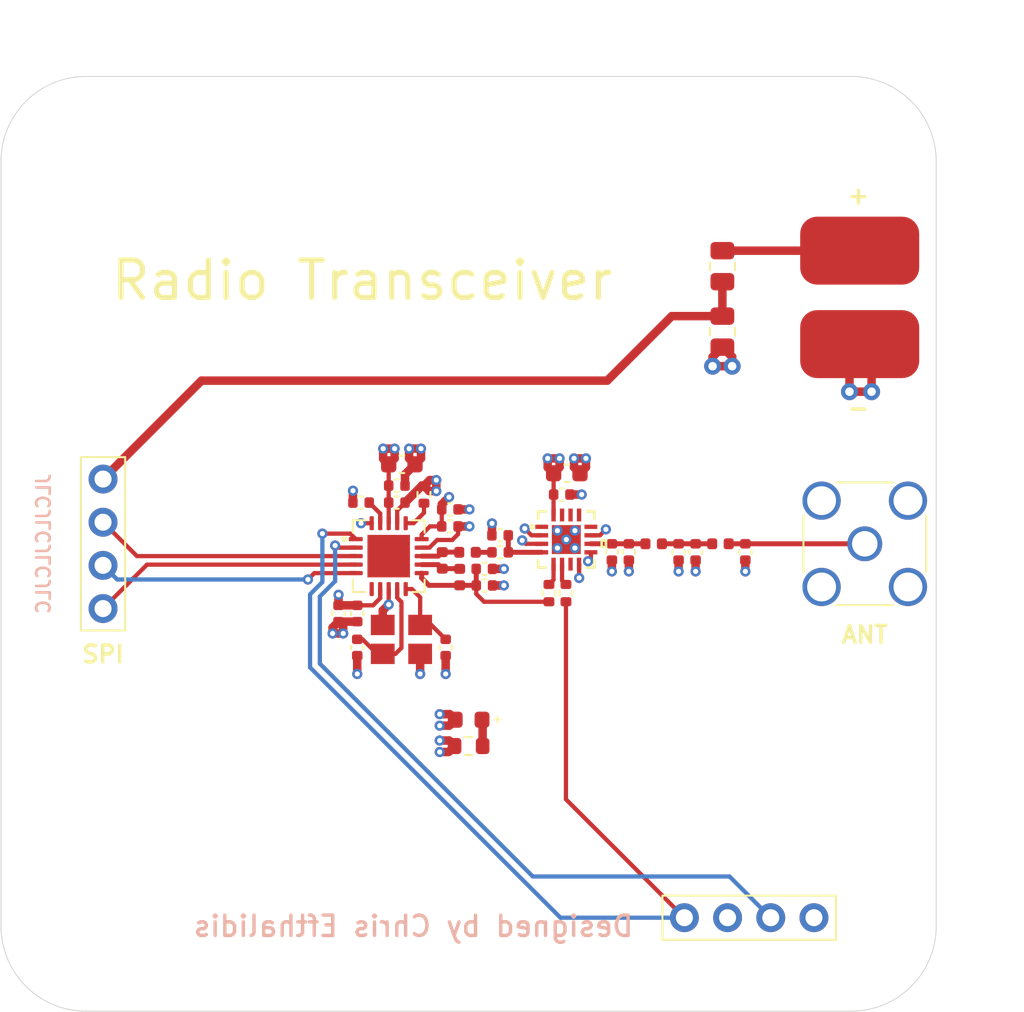
<source format=kicad_pcb>
(kicad_pcb (version 20171130) (host pcbnew "(5.1.9)-1")

  (general
    (thickness 1.6)
    (drawings 22)
    (tracks 262)
    (zones 0)
    (modules 44)
    (nets 32)
  )

  (page A4)
  (layers
    (0 F.Cu signal)
    (1 In1.Cu power)
    (2 In2.Cu power)
    (31 B.Cu signal)
    (32 B.Adhes user)
    (33 F.Adhes user)
    (34 B.Paste user)
    (35 F.Paste user)
    (36 B.SilkS user)
    (37 F.SilkS user)
    (38 B.Mask user)
    (39 F.Mask user)
    (40 Dwgs.User user hide)
    (41 Cmts.User user)
    (42 Eco1.User user)
    (43 Eco2.User user)
    (44 Edge.Cuts user)
    (45 Margin user)
    (46 B.CrtYd user)
    (47 F.CrtYd user)
    (48 B.Fab user hide)
    (49 F.Fab user hide)
  )

  (setup
    (last_trace_width 0.25)
    (user_trace_width 0.29337)
    (user_trace_width 0.5)
    (trace_clearance 0.2)
    (zone_clearance 0.508)
    (zone_45_only no)
    (trace_min 0.1)
    (via_size 0.6)
    (via_drill 0.3)
    (via_min_size 0.4)
    (via_min_drill 0.2)
    (user_via 1 0.5)
    (uvia_size 0.3)
    (uvia_drill 0.1)
    (uvias_allowed no)
    (uvia_min_size 0.2)
    (uvia_min_drill 0.1)
    (edge_width 0.05)
    (segment_width 0.2)
    (pcb_text_width 0.3)
    (pcb_text_size 1.5 1.5)
    (mod_edge_width 0.12)
    (mod_text_size 1 1)
    (mod_text_width 0.15)
    (pad_size 4 8)
    (pad_drill 0)
    (pad_to_mask_clearance 0)
    (aux_axis_origin 0 0)
    (grid_origin 100 155)
    (visible_elements 7FFFFFFF)
    (pcbplotparams
      (layerselection 0x010fc_ffffffff)
      (usegerberextensions false)
      (usegerberattributes true)
      (usegerberadvancedattributes true)
      (creategerberjobfile false)
      (excludeedgelayer true)
      (linewidth 0.100000)
      (plotframeref false)
      (viasonmask false)
      (mode 1)
      (useauxorigin false)
      (hpglpennumber 1)
      (hpglpenspeed 20)
      (hpglpendiameter 15.000000)
      (psnegative false)
      (psa4output false)
      (plotreference true)
      (plotvalue true)
      (plotinvisibletext false)
      (padsonsilk false)
      (subtractmaskfromsilk false)
      (outputformat 1)
      (mirror false)
      (drillshape 0)
      (scaleselection 1)
      (outputdirectory "../../../Downloads/"))
  )

  (net 0 "")
  (net 1 GND)
  (net 2 +3V3)
  (net 3 /VDD_PA)
  (net 4 /TXRX)
  (net 5 "Net-(C12-Pad2)")
  (net 6 "Net-(C14-Pad1)")
  (net 7 /XC1)
  (net 8 /XC2)
  (net 9 /ANT)
  (net 10 "Net-(C19-Pad1)")
  (net 11 "Net-(C21-Pad1)")
  (net 12 "Net-(D1-Pad2)")
  (net 13 /CE)
  (net 14 /CSN)
  (net 15 /SCK)
  (net 16 /MISO)
  (net 17 /MOSI)
  (net 18 /ANT1)
  (net 19 /ANT2)
  (net 20 "Net-(R1-Pad2)")
  (net 21 "Net-(R2-Pad2)")
  (net 22 "Net-(R3-Pad2)")
  (net 23 "Net-(U2-Pad6)")
  (net 24 "Net-(U1-Pad15)")
  (net 25 "Net-(U1-Pad14)")
  (net 26 "Net-(U1-Pad13)")
  (net 27 "Net-(U1-Pad12)")
  (net 28 "Net-(U1-Pad7)")
  (net 29 "Net-(U1-Pad1)")
  (net 30 /ADC_IN)
  (net 31 +BATT)

  (net_class Default "This is the default net class."
    (clearance 0.2)
    (trace_width 0.25)
    (via_dia 0.6)
    (via_drill 0.3)
    (uvia_dia 0.3)
    (uvia_drill 0.1)
    (add_net +3V3)
    (add_net +BATT)
    (add_net /ADC_IN)
    (add_net /ANT)
    (add_net /ANT1)
    (add_net /ANT2)
    (add_net /CE)
    (add_net /CSN)
    (add_net /MISO)
    (add_net /MOSI)
    (add_net /SCK)
    (add_net /TXRX)
    (add_net /VDD_PA)
    (add_net /XC1)
    (add_net /XC2)
    (add_net GND)
    (add_net "Net-(C12-Pad2)")
    (add_net "Net-(C14-Pad1)")
    (add_net "Net-(C19-Pad1)")
    (add_net "Net-(C21-Pad1)")
    (add_net "Net-(D1-Pad2)")
    (add_net "Net-(R1-Pad2)")
    (add_net "Net-(R2-Pad2)")
    (add_net "Net-(R3-Pad2)")
    (add_net "Net-(U1-Pad1)")
    (add_net "Net-(U1-Pad12)")
    (add_net "Net-(U1-Pad13)")
    (add_net "Net-(U1-Pad14)")
    (add_net "Net-(U1-Pad15)")
    (add_net "Net-(U1-Pad7)")
    (add_net "Net-(U2-Pad6)")
  )

  (module Connector_Coaxial:SMA_Amphenol_132291_Vertical (layer F.Cu) (tedit 5B433F1D) (tstamp 609C389F)
    (at 150.8 127.5 180)
    (descr https://www.amphenolrf.com/downloads/dl/file/id/3222/product/2918/132291_customer_drawing.pdf)
    (tags "SMA THT Female Jack Vertical Bulkhead")
    (path /6084FDCA)
    (fp_text reference J1 (at 0 -4.75) (layer F.Fab)
      (effects (font (size 1 1) (thickness 0.15)))
    )
    (fp_text value KH-SMA-KE8-G (at 0 5) (layer F.Fab)
      (effects (font (size 1 1) (thickness 0.15)))
    )
    (fp_line (start -1.66 -3.61) (end 1.66 -3.61) (layer F.SilkS) (width 0.12))
    (fp_line (start -1.66 3.61) (end 1.66 3.61) (layer F.SilkS) (width 0.12))
    (fp_line (start 3.61 -1.66) (end 3.61 1.66) (layer F.SilkS) (width 0.12))
    (fp_line (start -3.61 -1.66) (end -3.61 1.66) (layer F.SilkS) (width 0.12))
    (fp_line (start 3.5 -3.5) (end 3.5 3.5) (layer F.Fab) (width 0.1))
    (fp_line (start -3.5 3.5) (end 3.5 3.5) (layer F.Fab) (width 0.1))
    (fp_line (start -3.5 -3.5) (end -3.5 3.5) (layer F.Fab) (width 0.1))
    (fp_line (start -3.5 -3.5) (end 3.5 -3.5) (layer F.Fab) (width 0.1))
    (fp_line (start -4.17 -4.17) (end 4.17 -4.17) (layer F.CrtYd) (width 0.05))
    (fp_line (start -4.17 -4.17) (end -4.17 4.17) (layer F.CrtYd) (width 0.05))
    (fp_line (start 4.17 4.17) (end 4.17 -4.17) (layer F.CrtYd) (width 0.05))
    (fp_line (start 4.17 4.17) (end -4.17 4.17) (layer F.CrtYd) (width 0.05))
    (fp_circle (center 0 0) (end 3.175 0) (layer F.Fab) (width 0.1))
    (fp_text user %R (at 0 0) (layer F.Fab)
      (effects (font (size 1 1) (thickness 0.15)))
    )
    (pad 2 thru_hole circle (at -2.54 2.54 180) (size 2.25 2.25) (drill 1.7) (layers *.Cu *.Mask)
      (net 1 GND))
    (pad 2 thru_hole circle (at -2.54 -2.54 180) (size 2.25 2.25) (drill 1.7) (layers *.Cu *.Mask)
      (net 1 GND))
    (pad 2 thru_hole circle (at 2.54 -2.54 180) (size 2.25 2.25) (drill 1.7) (layers *.Cu *.Mask)
      (net 1 GND))
    (pad 2 thru_hole circle (at 2.54 2.54 180) (size 2.25 2.25) (drill 1.7) (layers *.Cu *.Mask)
      (net 1 GND))
    (pad 1 thru_hole circle (at 0 0 180) (size 2.05 2.05) (drill 1.5) (layers *.Cu *.Mask)
      (net 11 "Net-(C21-Pad1)"))
    (model ${KISYS3DMOD}/Connector_Coaxial.3dshapes/SMA_Amphenol_132291_Vertical.wrl
      (at (xyz 0 0 0))
      (scale (xyz 1 1 1))
      (rotate (xyz 0 0 0))
    )
  )

  (module TerminalBlock:TerminalBlock_bornier-2_P5.08mm (layer F.Cu) (tedit 60811FBC) (tstamp 60812C1D)
    (at 150.425 113 270)
    (descr "simple 2-pin terminal block, pitch 5.08mm, revamped version of bornier2")
    (tags "terminal block bornier2")
    (path /607FFAF3)
    (attr smd)
    (fp_text reference J4 (at 0.015 -5.155 270) (layer F.Fab)
      (effects (font (size 1 1) (thickness 0.15)))
    )
    (fp_text value Screw_Terminal_01x02 (at 0.015 5.005 270) (layer F.Fab)
      (effects (font (size 1 1) (thickness 0.15)))
    )
    (fp_line (start 5.265 3.925) (end -5.235 3.925) (layer F.CrtYd) (width 0.05))
    (fp_line (start 5.265 3.925) (end 5.265 -4.075) (layer F.CrtYd) (width 0.05))
    (fp_line (start -5.235 -4.075) (end -5.235 3.925) (layer F.CrtYd) (width 0.05))
    (fp_line (start -5.235 -4.075) (end 5.265 -4.075) (layer F.CrtYd) (width 0.05))
    (fp_line (start 5.015 -3.825) (end -4.985 -3.825) (layer F.Fab) (width 0.1))
    (fp_line (start 5.015 3.675) (end 5.015 -3.825) (layer F.Fab) (width 0.1))
    (fp_line (start -4.985 3.675) (end 5.015 3.675) (layer F.Fab) (width 0.1))
    (fp_line (start -4.985 -3.825) (end -4.985 3.675) (layer F.Fab) (width 0.1))
    (pad 2 smd roundrect (at 2.75 -0.075 270) (size 4 7) (layers F.Cu F.Paste F.Mask) (roundrect_rratio 0.25)
      (net 1 GND))
    (pad 1 smd roundrect (at -2.75 -0.075 270) (size 4 7) (layers F.Cu F.Paste F.Mask) (roundrect_rratio 0.25)
      (net 31 +BATT))
    (model ${KISYS3DMOD}/TerminalBlock.3dshapes/TerminalBlock_bornier-2_P5.08mm.wrl
      (offset (xyz 2.539999961853027 0 0))
      (scale (xyz 1 1 1))
      (rotate (xyz 0 0 0))
    )
  )

  (module Resistor_SMD:R_0805_2012Metric (layer F.Cu) (tedit 5F68FEEE) (tstamp 6081340C)
    (at 142.425 115.015 90)
    (descr "Resistor SMD 0805 (2012 Metric), square (rectangular) end terminal, IPC_7351 nominal, (Body size source: IPC-SM-782 page 72, https://www.pcb-3d.com/wordpress/wp-content/uploads/ipc-sm-782a_amendment_1_and_2.pdf), generated with kicad-footprint-generator")
    (tags resistor)
    (path /60800E7C)
    (attr smd)
    (fp_text reference R6 (at 0 -1.65 90) (layer F.Fab)
      (effects (font (size 1 1) (thickness 0.15)))
    )
    (fp_text value 7.5ΚΩ (at 0 1.65 90) (layer F.Fab)
      (effects (font (size 1 1) (thickness 0.15)))
    )
    (fp_line (start 1.68 0.95) (end -1.68 0.95) (layer F.CrtYd) (width 0.05))
    (fp_line (start 1.68 -0.95) (end 1.68 0.95) (layer F.CrtYd) (width 0.05))
    (fp_line (start -1.68 -0.95) (end 1.68 -0.95) (layer F.CrtYd) (width 0.05))
    (fp_line (start -1.68 0.95) (end -1.68 -0.95) (layer F.CrtYd) (width 0.05))
    (fp_line (start -0.227064 0.735) (end 0.227064 0.735) (layer F.SilkS) (width 0.12))
    (fp_line (start -0.227064 -0.735) (end 0.227064 -0.735) (layer F.SilkS) (width 0.12))
    (fp_line (start 1 0.625) (end -1 0.625) (layer F.Fab) (width 0.1))
    (fp_line (start 1 -0.625) (end 1 0.625) (layer F.Fab) (width 0.1))
    (fp_line (start -1 -0.625) (end 1 -0.625) (layer F.Fab) (width 0.1))
    (fp_line (start -1 0.625) (end -1 -0.625) (layer F.Fab) (width 0.1))
    (fp_text user %R (at 0 0 90) (layer F.Fab)
      (effects (font (size 0.5 0.5) (thickness 0.08)))
    )
    (pad 2 smd roundrect (at 0.9125 0 90) (size 1.025 1.4) (layers F.Cu F.Paste F.Mask) (roundrect_rratio 0.2439004878048781)
      (net 30 /ADC_IN))
    (pad 1 smd roundrect (at -0.9125 0 90) (size 1.025 1.4) (layers F.Cu F.Paste F.Mask) (roundrect_rratio 0.2439004878048781)
      (net 1 GND))
    (model ${KISYS3DMOD}/Resistor_SMD.3dshapes/R_0805_2012Metric.wrl
      (at (xyz 0 0 0))
      (scale (xyz 1 1 1))
      (rotate (xyz 0 0 0))
    )
  )

  (module Resistor_SMD:R_0805_2012Metric (layer F.Cu) (tedit 5F68FEEE) (tstamp 608134DE)
    (at 142.425 111.165 90)
    (descr "Resistor SMD 0805 (2012 Metric), square (rectangular) end terminal, IPC_7351 nominal, (Body size source: IPC-SM-782 page 72, https://www.pcb-3d.com/wordpress/wp-content/uploads/ipc-sm-782a_amendment_1_and_2.pdf), generated with kicad-footprint-generator")
    (tags resistor)
    (path /608012AF)
    (attr smd)
    (fp_text reference R5 (at 0 -1.65 90) (layer F.Fab)
      (effects (font (size 1 1) (thickness 0.15)))
    )
    (fp_text value 30ΚΩ (at 0 1.65 90) (layer F.Fab)
      (effects (font (size 1 1) (thickness 0.15)))
    )
    (fp_line (start 1.68 0.95) (end -1.68 0.95) (layer F.CrtYd) (width 0.05))
    (fp_line (start 1.68 -0.95) (end 1.68 0.95) (layer F.CrtYd) (width 0.05))
    (fp_line (start -1.68 -0.95) (end 1.68 -0.95) (layer F.CrtYd) (width 0.05))
    (fp_line (start -1.68 0.95) (end -1.68 -0.95) (layer F.CrtYd) (width 0.05))
    (fp_line (start -0.227064 0.735) (end 0.227064 0.735) (layer F.SilkS) (width 0.12))
    (fp_line (start -0.227064 -0.735) (end 0.227064 -0.735) (layer F.SilkS) (width 0.12))
    (fp_line (start 1 0.625) (end -1 0.625) (layer F.Fab) (width 0.1))
    (fp_line (start 1 -0.625) (end 1 0.625) (layer F.Fab) (width 0.1))
    (fp_line (start -1 -0.625) (end 1 -0.625) (layer F.Fab) (width 0.1))
    (fp_line (start -1 0.625) (end -1 -0.625) (layer F.Fab) (width 0.1))
    (fp_text user %R (at 0 0 90) (layer F.Fab)
      (effects (font (size 0.5 0.5) (thickness 0.08)))
    )
    (pad 2 smd roundrect (at 0.9125 0 90) (size 1.025 1.4) (layers F.Cu F.Paste F.Mask) (roundrect_rratio 0.2439004878048781)
      (net 31 +BATT))
    (pad 1 smd roundrect (at -0.9125 0 90) (size 1.025 1.4) (layers F.Cu F.Paste F.Mask) (roundrect_rratio 0.2439004878048781)
      (net 30 /ADC_IN))
    (model ${KISYS3DMOD}/Resistor_SMD.3dshapes/R_0805_2012Metric.wrl
      (at (xyz 0 0 0))
      (scale (xyz 1 1 1))
      (rotate (xyz 0 0 0))
    )
  )

  (module Connector_PinSocket_2.54mm:PinSocket_1x04_P2.54mm_Vertical (layer F.Cu) (tedit 607C56EC) (tstamp 607C9652)
    (at 144 149.5 270)
    (descr "Through hole straight socket strip, 1x04, 2.54mm pitch, single row (from Kicad 4.0.7), script generated")
    (tags "Through hole socket strip THT 1x04 2.54mm single row")
    (path /608D4A43)
    (fp_text reference J2 (at 0 -6.58 270) (layer F.Fab)
      (effects (font (size 1 1) (thickness 0.15)))
    )
    (fp_text value Conn_01x04 (at 0 6.58 270) (layer F.Fab)
      (effects (font (size 1 1) (thickness 0.15)))
    )
    (fp_line (start -1.27 -5.08) (end 0.635 -5.08) (layer F.Fab) (width 0.1))
    (fp_line (start 0.635 -5.08) (end 1.27 -4.445) (layer F.Fab) (width 0.1))
    (fp_line (start 1.27 -4.445) (end 1.27 5.08) (layer F.Fab) (width 0.1))
    (fp_line (start 1.27 5.08) (end -1.27 5.08) (layer F.Fab) (width 0.1))
    (fp_line (start -1.27 5.08) (end -1.27 -5.08) (layer F.Fab) (width 0.1))
    (fp_line (start -1.8 -5.61) (end 1.75 -5.61) (layer F.CrtYd) (width 0.05))
    (fp_line (start 1.75 -5.61) (end 1.75 5.59) (layer F.CrtYd) (width 0.05))
    (fp_line (start 1.75 5.59) (end -1.8 5.59) (layer F.CrtYd) (width 0.05))
    (fp_line (start -1.8 5.59) (end -1.8 -5.61) (layer F.CrtYd) (width 0.05))
    (fp_line (start -1.3 5.1) (end -1.3 -5.1) (layer F.SilkS) (width 0.12))
    (fp_line (start -1.3 -5.1) (end 1.3 -5.1) (layer F.SilkS) (width 0.12))
    (fp_line (start 1.3 -5.1) (end 1.3 5.1) (layer F.SilkS) (width 0.12))
    (fp_line (start 1.3 5.1) (end -1.3 5.1) (layer F.SilkS) (width 0.12))
    (fp_text user %R (at 0 0) (layer F.Fab)
      (effects (font (size 1 1) (thickness 0.15)))
    )
    (pad 1 thru_hole oval (at 0 -3.81 270) (size 1.7 1.7) (drill 1) (layers *.Cu *.Mask)
      (net 2 +3V3))
    (pad 2 thru_hole oval (at 0 -1.27 270) (size 1.7 1.7) (drill 1) (layers *.Cu *.Mask)
      (net 14 /CSN))
    (pad 3 thru_hole oval (at 0 1.27 270) (size 1.7 1.7) (drill 1) (layers *.Cu *.Mask)
      (net 1 GND))
    (pad 4 thru_hole oval (at 0 3.81 270) (size 1.7 1.7) (drill 1) (layers *.Cu *.Mask)
      (net 13 /CE))
    (model ${KISYS3DMOD}/Connector_PinSocket_2.54mm.3dshapes/PinSocket_1x04_P2.54mm_Vertical.wrl
      (at (xyz 0 0 0))
      (scale (xyz 1 1 1))
      (rotate (xyz 0 0 0))
    )
  )

  (module Connector_PinSocket_2.54mm:PinSocket_1x04_P2.54mm_Vertical (layer F.Cu) (tedit 607C5672) (tstamp 607C966A)
    (at 106 127.5 180)
    (descr "Through hole straight socket strip, 1x04, 2.54mm pitch, single row (from Kicad 4.0.7), script generated")
    (tags "Through hole socket strip THT 1x04 2.54mm single row")
    (path /608D16AF)
    (fp_text reference J3 (at 0 -6.58 180) (layer F.Fab)
      (effects (font (size 1 1) (thickness 0.15)))
    )
    (fp_text value Conn_01x04 (at 0 6.58 180) (layer F.Fab)
      (effects (font (size 1 1) (thickness 0.15)))
    )
    (fp_line (start 1.27 5.08) (end -1.27 5.08) (layer F.Fab) (width 0.1))
    (fp_line (start 1.75 -5.61) (end 1.75 5.59) (layer F.CrtYd) (width 0.05))
    (fp_line (start -1.8 5.59) (end -1.8 -5.61) (layer F.CrtYd) (width 0.05))
    (fp_line (start -1.8 -5.61) (end 1.75 -5.61) (layer F.CrtYd) (width 0.05))
    (fp_line (start -1.27 5.08) (end -1.27 -5.08) (layer F.Fab) (width 0.1))
    (fp_line (start -1.27 -5.08) (end 0.635 -5.08) (layer F.Fab) (width 0.1))
    (fp_line (start 0.635 -5.08) (end 1.27 -4.445) (layer F.Fab) (width 0.1))
    (fp_line (start 1.75 5.59) (end -1.8 5.59) (layer F.CrtYd) (width 0.05))
    (fp_line (start 1.27 -4.445) (end 1.27 5.08) (layer F.Fab) (width 0.1))
    (fp_line (start -1.3 5.1) (end -1.3 -5.1) (layer F.SilkS) (width 0.12))
    (fp_line (start -1.3 -5.1) (end 1.3 -5.1) (layer F.SilkS) (width 0.12))
    (fp_line (start 1.3 -5.1) (end 1.3 5.1) (layer F.SilkS) (width 0.12))
    (fp_line (start 1.3 5.1) (end -1.3 5.1) (layer F.SilkS) (width 0.12))
    (fp_text user %R (at 0 0 270) (layer F.Fab)
      (effects (font (size 1 1) (thickness 0.15)))
    )
    (pad 3 thru_hole oval (at 0 1.27 180) (size 1.7 1.7) (drill 1) (layers *.Cu *.Mask)
      (net 15 /SCK))
    (pad 4 thru_hole oval (at 0 3.81 180) (size 1.7 1.7) (drill 1) (layers *.Cu *.Mask)
      (net 30 /ADC_IN))
    (pad 2 thru_hole oval (at 0 -1.27 180) (size 1.7 1.7) (drill 1) (layers *.Cu *.Mask)
      (net 16 /MISO))
    (pad 1 thru_hole oval (at 0 -3.81 180) (size 1.7 1.7) (drill 1) (layers *.Cu *.Mask)
      (net 17 /MOSI))
    (model ${KISYS3DMOD}/Connector_PinSocket_2.54mm.3dshapes/PinSocket_1x04_P2.54mm_Vertical.wrl
      (at (xyz 0 0 0))
      (scale (xyz 1 1 1))
      (rotate (xyz 0 0 0))
    )
  )

  (module MountingHole:MountingHole_2.7mm_M2.5 (layer F.Cu) (tedit 607C52CF) (tstamp 607CDE71)
    (at 151.15 104.75)
    (descr "Mounting Hole 2.7mm, no annular, M2.5")
    (tags "mounting hole 2.7mm no annular m2.5")
    (path /608CCA8E)
    (attr virtual)
    (fp_text reference H2 (at 0 -3.7) (layer F.Fab)
      (effects (font (size 1 1) (thickness 0.15)))
    )
    (fp_text value MountingHole (at 0 3.7) (layer F.Fab)
      (effects (font (size 1 1) (thickness 0.15)))
    )
    (fp_text user %R (at 0.3 0) (layer F.Fab)
      (effects (font (size 1 1) (thickness 0.15)))
    )
    (pad "" np_thru_hole circle (at 0.85 -1.75) (size 2.7 2.7) (drill 2.7) (layers *.Cu *.Mask))
  )

  (module MountingHole:MountingHole_2.7mm_M2.5 (layer F.Cu) (tedit 607C52F7) (tstamp 607CDE81)
    (at 151.825 151.35)
    (descr "Mounting Hole 2.7mm, no annular, M2.5")
    (tags "mounting hole 2.7mm no annular m2.5")
    (path /608CCD97)
    (attr virtual)
    (fp_text reference H4 (at 0 -3.7) (layer F.Fab)
      (effects (font (size 1 1) (thickness 0.15)))
    )
    (fp_text value MountingHole (at 0 3.7) (layer F.Fab)
      (effects (font (size 1 1) (thickness 0.15)))
    )
    (fp_text user %R (at 0.3 0) (layer F.Fab)
      (effects (font (size 1 1) (thickness 0.15)))
    )
    (pad "" np_thru_hole circle (at 0.175 0.65) (size 2.7 2.7) (drill 2.7) (layers *.Cu *.Mask))
  )

  (module MountingHole:MountingHole_2.7mm_M2.5 (layer F.Cu) (tedit 607C52EC) (tstamp 607CDE79)
    (at 103.125 151.35)
    (descr "Mounting Hole 2.7mm, no annular, M2.5")
    (tags "mounting hole 2.7mm no annular m2.5")
    (path /608CCC09)
    (attr virtual)
    (fp_text reference H3 (at 0 -3.7) (layer F.Fab)
      (effects (font (size 1 1) (thickness 0.15)))
    )
    (fp_text value MountingHole (at 0 3.7) (layer F.Fab)
      (effects (font (size 1 1) (thickness 0.15)))
    )
    (fp_text user %R (at 0.3 0) (layer F.Fab)
      (effects (font (size 1 1) (thickness 0.15)))
    )
    (pad "" np_thru_hole circle (at -0.125 0.65) (size 2.7 2.7) (drill 2.7) (layers *.Cu *.Mask))
  )

  (module MountingHole:MountingHole_2.7mm_M2.5 (layer F.Cu) (tedit 607C52D8) (tstamp 607CE3AD)
    (at 103.675 104.525)
    (descr "Mounting Hole 2.7mm, no annular, M2.5")
    (tags "mounting hole 2.7mm no annular m2.5")
    (path /608CC26F)
    (attr virtual)
    (fp_text reference H1 (at 0 -3.7) (layer F.Fab)
      (effects (font (size 1 1) (thickness 0.15)))
    )
    (fp_text value MountingHole (at 0 3.7) (layer F.Fab)
      (effects (font (size 1 1) (thickness 0.15)))
    )
    (fp_text user %R (at 0.3 0) (layer F.Fab)
      (effects (font (size 1 1) (thickness 0.15)))
    )
    (pad "" np_thru_hole circle (at -0.675 -1.525) (size 2.7 2.7) (drill 2.7) (layers *.Cu *.Mask))
  )

  (module LED_SMD:LED_0603_1608Metric (layer F.Cu) (tedit 607C4E8C) (tstamp 607C960E)
    (at 127.5 137.85)
    (descr "LED SMD 0603 (1608 Metric), square (rectangular) end terminal, IPC_7351 nominal, (Body size source: http://www.tortai-tech.com/upload/download/2011102023233369053.pdf), generated with kicad-footprint-generator")
    (tags LED)
    (path /6089844C)
    (attr smd)
    (fp_text reference D1 (at 0 -1.43) (layer F.Fab)
      (effects (font (size 1 1) (thickness 0.15)))
    )
    (fp_text value "Green LED" (at 0 1.43) (layer F.Fab)
      (effects (font (size 1 1) (thickness 0.15)))
    )
    (fp_line (start 0.8 -0.4) (end -0.5 -0.4) (layer F.Fab) (width 0.1))
    (fp_line (start -0.5 -0.4) (end -0.8 -0.1) (layer F.Fab) (width 0.1))
    (fp_line (start -0.8 -0.1) (end -0.8 0.4) (layer F.Fab) (width 0.1))
    (fp_line (start -0.8 0.4) (end 0.8 0.4) (layer F.Fab) (width 0.1))
    (fp_line (start 0.8 0.4) (end 0.8 -0.4) (layer F.Fab) (width 0.1))
    (fp_line (start -1.48 0.73) (end -1.48 -0.73) (layer F.CrtYd) (width 0.05))
    (fp_line (start -1.48 -0.73) (end 1.48 -0.73) (layer F.CrtYd) (width 0.05))
    (fp_line (start 1.48 -0.73) (end 1.48 0.73) (layer F.CrtYd) (width 0.05))
    (fp_line (start 1.48 0.73) (end -1.48 0.73) (layer F.CrtYd) (width 0.05))
    (fp_text user %R (at 0 0) (layer F.Fab)
      (effects (font (size 0.4 0.4) (thickness 0.06)))
    )
    (pad 1 smd roundrect (at -0.7875 0) (size 0.875 0.95) (layers F.Cu F.Paste F.Mask) (roundrect_rratio 0.25)
      (net 1 GND))
    (pad 2 smd roundrect (at 0.7875 0) (size 0.875 0.95) (layers F.Cu F.Paste F.Mask) (roundrect_rratio 0.25)
      (net 12 "Net-(D1-Pad2)"))
    (model ${KISYS3DMOD}/LED_SMD.3dshapes/LED_0603_1608Metric.wrl
      (at (xyz 0 0 0))
      (scale (xyz 1 1 1))
      (rotate (xyz 0 0 0))
    )
  )

  (module Crystal:Crystal_SMD_3225-4Pin_3.2x2.5mm (layer F.Cu) (tedit 607C49D1) (tstamp 607D01E3)
    (at 123.55 133.125 180)
    (descr "SMD Crystal SERIES SMD3225/4 http://www.txccrystal.com/images/pdf/7m-accuracy.pdf, 3.2x2.5mm^2 package")
    (tags "SMD SMT crystal")
    (path /6072A13E)
    (attr smd)
    (fp_text reference Y1 (at 0 -2.45 180) (layer F.Fab)
      (effects (font (size 1 1) (thickness 0.15)))
    )
    (fp_text value X322516MLB4SI (at 0 2.45 180) (layer F.Fab)
      (effects (font (size 1 1) (thickness 0.15)))
    )
    (fp_line (start -1.6 -1.25) (end -1.6 1.25) (layer F.Fab) (width 0.1))
    (fp_line (start -1.6 1.25) (end 1.6 1.25) (layer F.Fab) (width 0.1))
    (fp_line (start 1.6 1.25) (end 1.6 -1.25) (layer F.Fab) (width 0.1))
    (fp_line (start 1.6 -1.25) (end -1.6 -1.25) (layer F.Fab) (width 0.1))
    (fp_line (start -1.6 0.25) (end -0.6 1.25) (layer F.Fab) (width 0.1))
    (fp_line (start -2.1 -1.7) (end -2.1 1.7) (layer F.CrtYd) (width 0.05))
    (fp_line (start -2.1 1.7) (end 2.1 1.7) (layer F.CrtYd) (width 0.05))
    (fp_line (start 2.1 1.7) (end 2.1 -1.7) (layer F.CrtYd) (width 0.05))
    (fp_line (start 2.1 -1.7) (end -2.1 -1.7) (layer F.CrtYd) (width 0.05))
    (fp_text user %R (at 0 0 180) (layer F.Fab)
      (effects (font (size 0.7 0.7) (thickness 0.105)))
    )
    (pad 1 smd rect (at -1.1 0.85 180) (size 1.4 1.2) (layers F.Cu F.Paste F.Mask)
      (net 7 /XC1))
    (pad 2 smd rect (at 1.1 0.85 180) (size 1.4 1.2) (layers F.Cu F.Paste F.Mask)
      (net 1 GND))
    (pad 3 smd rect (at 1.1 -0.85 180) (size 1.4 1.2) (layers F.Cu F.Paste F.Mask)
      (net 8 /XC2))
    (pad 4 smd rect (at -1.1 -0.85 180) (size 1.4 1.2) (layers F.Cu F.Paste F.Mask)
      (net 1 GND))
    (model ${KISYS3DMOD}/Crystal.3dshapes/Crystal_SMD_3225-4Pin_3.2x2.5mm.wrl
      (at (xyz 0 0 0))
      (scale (xyz 1 1 1))
      (rotate (xyz 0 0 0))
    )
  )

  (module Package_DFN_QFN:QFN-20-1EP_4x4mm_P0.5mm_EP2.5x2.5mm (layer F.Cu) (tedit 607C3770) (tstamp 607D051B)
    (at 122.8 128.225)
    (descr "QFN, 20 Pin (http://ww1.microchip.com/downloads/en/PackagingSpec/00000049BQ.pdf#page=274), generated with kicad-footprint-generator ipc_noLead_generator.py")
    (tags "QFN NoLead")
    (path /607181FE)
    (attr smd)
    (fp_text reference U2 (at 0 -3.3) (layer F.Fab)
      (effects (font (size 1 1) (thickness 0.15)))
    )
    (fp_text value nRF24L01P (at 0 3.3) (layer F.Fab)
      (effects (font (size 1 1) (thickness 0.15)))
    )
    (fp_line (start -2.11 -2.11) (end -2.11 -1.385) (layer F.SilkS) (width 0.12))
    (fp_line (start 1.385 -2.11) (end 2.11 -2.11) (layer F.SilkS) (width 0.12))
    (fp_line (start 2.11 -2.11) (end 2.11 -1.385) (layer F.SilkS) (width 0.12))
    (fp_line (start -1.385 2.11) (end -2.11 2.11) (layer F.SilkS) (width 0.12))
    (fp_line (start -2.11 2.11) (end -2.11 1.385) (layer F.SilkS) (width 0.12))
    (fp_line (start 1.385 2.11) (end 2.11 2.11) (layer F.SilkS) (width 0.12))
    (fp_line (start 2.11 2.11) (end 2.11 1.385) (layer F.SilkS) (width 0.12))
    (fp_line (start -1.385 -2.11) (end -2.11 -2.11) (layer F.SilkS) (width 0.12))
    (fp_line (start -1 -2) (end 2 -2) (layer F.Fab) (width 0.1))
    (fp_line (start 2 -2) (end 2 2) (layer F.Fab) (width 0.1))
    (fp_line (start 2 2) (end -2 2) (layer F.Fab) (width 0.1))
    (fp_line (start -2 2) (end -2 -1) (layer F.Fab) (width 0.1))
    (fp_line (start -2 -1) (end -1 -2) (layer F.Fab) (width 0.1))
    (fp_line (start -2.6 -2.6) (end -2.6 2.6) (layer F.CrtYd) (width 0.05))
    (fp_line (start -2.6 2.6) (end 2.6 2.6) (layer F.CrtYd) (width 0.05))
    (fp_line (start 2.6 2.6) (end 2.6 -2.6) (layer F.CrtYd) (width 0.05))
    (fp_line (start 2.6 -2.6) (end -2.6 -2.6) (layer F.CrtYd) (width 0.05))
    (fp_text user %R (at 0 0) (layer F.Fab)
      (effects (font (size 1 1) (thickness 0.15)))
    )
    (pad 1 smd roundrect (at -1.9375 -1) (size 0.825 0.25) (layers F.Cu F.Paste F.Mask) (roundrect_rratio 0.25)
      (net 13 /CE))
    (pad 2 smd roundrect (at -1.9375 -0.5) (size 0.825 0.25) (layers F.Cu F.Paste F.Mask) (roundrect_rratio 0.25)
      (net 14 /CSN))
    (pad 3 smd roundrect (at -1.9375 0) (size 0.825 0.25) (layers F.Cu F.Paste F.Mask) (roundrect_rratio 0.25)
      (net 15 /SCK))
    (pad 4 smd roundrect (at -1.9375 0.5) (size 0.825 0.25) (layers F.Cu F.Paste F.Mask) (roundrect_rratio 0.25)
      (net 17 /MOSI))
    (pad 5 smd roundrect (at -1.9375 1) (size 0.825 0.25) (layers F.Cu F.Paste F.Mask) (roundrect_rratio 0.25)
      (net 16 /MISO))
    (pad 6 smd roundrect (at -1 1.9375) (size 0.25 0.825) (layers F.Cu F.Paste F.Mask) (roundrect_rratio 0.25)
      (net 23 "Net-(U2-Pad6)"))
    (pad 7 smd roundrect (at -0.5 1.9375) (size 0.25 0.825) (layers F.Cu F.Paste F.Mask) (roundrect_rratio 0.25)
      (net 2 +3V3))
    (pad 8 smd roundrect (at 0 1.9375) (size 0.25 0.825) (layers F.Cu F.Paste F.Mask) (roundrect_rratio 0.25)
      (net 1 GND))
    (pad 9 smd roundrect (at 0.5 1.9375) (size 0.25 0.825) (layers F.Cu F.Paste F.Mask) (roundrect_rratio 0.25)
      (net 8 /XC2))
    (pad 10 smd roundrect (at 1 1.9375) (size 0.25 0.825) (layers F.Cu F.Paste F.Mask) (roundrect_rratio 0.25)
      (net 7 /XC1))
    (pad 11 smd roundrect (at 1.9375 1) (size 0.825 0.25) (layers F.Cu F.Paste F.Mask) (roundrect_rratio 0.25)
      (net 3 /VDD_PA))
    (pad 12 smd roundrect (at 1.9375 0.5) (size 0.825 0.25) (layers F.Cu F.Paste F.Mask) (roundrect_rratio 0.25)
      (net 18 /ANT1))
    (pad 13 smd roundrect (at 1.9375 0) (size 0.825 0.25) (layers F.Cu F.Paste F.Mask) (roundrect_rratio 0.25)
      (net 19 /ANT2))
    (pad 14 smd roundrect (at 1.9375 -0.5) (size 0.825 0.25) (layers F.Cu F.Paste F.Mask) (roundrect_rratio 0.25)
      (net 1 GND))
    (pad 15 smd roundrect (at 1.9375 -1) (size 0.825 0.25) (layers F.Cu F.Paste F.Mask) (roundrect_rratio 0.25)
      (net 2 +3V3))
    (pad 16 smd roundrect (at 1 -1.9375) (size 0.25 0.825) (layers F.Cu F.Paste F.Mask) (roundrect_rratio 0.25)
      (net 22 "Net-(R3-Pad2)"))
    (pad 17 smd roundrect (at 0.5 -1.9375) (size 0.25 0.825) (layers F.Cu F.Paste F.Mask) (roundrect_rratio 0.25)
      (net 1 GND))
    (pad 18 smd roundrect (at 0 -1.9375) (size 0.25 0.825) (layers F.Cu F.Paste F.Mask) (roundrect_rratio 0.25)
      (net 2 +3V3))
    (pad 19 smd roundrect (at -0.5 -1.9375) (size 0.25 0.825) (layers F.Cu F.Paste F.Mask) (roundrect_rratio 0.25)
      (net 6 "Net-(C14-Pad1)"))
    (pad 20 smd roundrect (at -1 -1.9375) (size 0.25 0.825) (layers F.Cu F.Paste F.Mask) (roundrect_rratio 0.25)
      (net 1 GND))
    (pad 21 smd rect (at 0 0) (size 2.5 2.5) (layers F.Cu F.Mask))
    (pad "" smd roundrect (at -0.625 -0.625) (size 1.01 1.01) (layers F.Paste) (roundrect_rratio 0.2475227722772277))
    (pad "" smd roundrect (at -0.625 0.625) (size 1.01 1.01) (layers F.Paste) (roundrect_rratio 0.2475227722772277))
    (pad "" smd roundrect (at 0.625 -0.625) (size 1.01 1.01) (layers F.Paste) (roundrect_rratio 0.2475227722772277))
    (pad "" smd roundrect (at 0.625 0.625) (size 1.01 1.01) (layers F.Paste) (roundrect_rratio 0.2475227722772277))
    (model ${KISYS3DMOD}/Package_DFN_QFN.3dshapes/QFN-20-1EP_4x4mm_P0.5mm_EP2.5x2.5mm.wrl
      (at (xyz 0 0 0))
      (scale (xyz 1 1 1))
      (rotate (xyz 0 0 0))
    )
  )

  (module RFX2401C:RFX2401C (layer F.Cu) (tedit 607FF135) (tstamp 607DA0D7)
    (at 133.2454 127.249999)
    (path /607191B3)
    (attr smd)
    (fp_text reference U1 (at 0 0) (layer F.Fab)
      (effects (font (size 1 1) (thickness 0.15)))
    )
    (fp_text value RFX2401C (at 0 0) (layer F.Fab)
      (effects (font (size 1 1) (thickness 0.15)))
    )
    (fp_line (start -1.524 -0.254) (end -0.254 -1.524) (layer F.Fab) (width 0.1524))
    (fp_line (start 0.5976 -1.524) (end 0.9024 -1.524) (layer F.Fab) (width 0.1524))
    (fp_line (start 0.9024 -1.524) (end 0.9024 -1.524) (layer F.Fab) (width 0.1524))
    (fp_line (start 0.9024 -1.524) (end 0.5976 -1.524) (layer F.Fab) (width 0.1524))
    (fp_line (start 0.5976 -1.524) (end 0.5976 -1.524) (layer F.Fab) (width 0.1524))
    (fp_line (start 0.0976 -1.524) (end 0.4024 -1.524) (layer F.Fab) (width 0.1524))
    (fp_line (start 0.4024 -1.524) (end 0.4024 -1.524) (layer F.Fab) (width 0.1524))
    (fp_line (start 0.4024 -1.524) (end 0.0976 -1.524) (layer F.Fab) (width 0.1524))
    (fp_line (start 0.0976 -1.524) (end 0.0976 -1.524) (layer F.Fab) (width 0.1524))
    (fp_line (start -0.4024 -1.524) (end -0.0976 -1.524) (layer F.Fab) (width 0.1524))
    (fp_line (start -0.0976 -1.524) (end -0.0976 -1.524) (layer F.Fab) (width 0.1524))
    (fp_line (start -0.0976 -1.524) (end -0.4024 -1.524) (layer F.Fab) (width 0.1524))
    (fp_line (start -0.4024 -1.524) (end -0.4024 -1.524) (layer F.Fab) (width 0.1524))
    (fp_line (start -0.9024 -1.524) (end -0.5976 -1.524) (layer F.Fab) (width 0.1524))
    (fp_line (start -0.5976 -1.524) (end -0.5976 -1.524) (layer F.Fab) (width 0.1524))
    (fp_line (start -0.5976 -1.524) (end -0.9024 -1.524) (layer F.Fab) (width 0.1524))
    (fp_line (start -0.9024 -1.524) (end -0.9024 -1.524) (layer F.Fab) (width 0.1524))
    (fp_line (start -1.524 -0.5976) (end -1.524 -0.9024) (layer F.Fab) (width 0.1524))
    (fp_line (start -1.524 -0.9024) (end -1.524 -0.9024) (layer F.Fab) (width 0.1524))
    (fp_line (start -1.524 -0.9024) (end -1.524 -0.5976) (layer F.Fab) (width 0.1524))
    (fp_line (start -1.524 -0.5976) (end -1.524 -0.5976) (layer F.Fab) (width 0.1524))
    (fp_line (start -1.524 -0.0976) (end -1.524 -0.4024) (layer F.Fab) (width 0.1524))
    (fp_line (start -1.524 -0.4024) (end -1.524 -0.4024) (layer F.Fab) (width 0.1524))
    (fp_line (start -1.524 -0.4024) (end -1.524 -0.0976) (layer F.Fab) (width 0.1524))
    (fp_line (start -1.524 -0.0976) (end -1.524 -0.0976) (layer F.Fab) (width 0.1524))
    (fp_line (start -1.524 0.4024) (end -1.524 0.0976) (layer F.Fab) (width 0.1524))
    (fp_line (start -1.524 0.0976) (end -1.524 0.0976) (layer F.Fab) (width 0.1524))
    (fp_line (start -1.524 0.0976) (end -1.524 0.4024) (layer F.Fab) (width 0.1524))
    (fp_line (start -1.524 0.4024) (end -1.524 0.4024) (layer F.Fab) (width 0.1524))
    (fp_line (start -1.524 0.9024) (end -1.524 0.5976) (layer F.Fab) (width 0.1524))
    (fp_line (start -1.524 0.5976) (end -1.524 0.5976) (layer F.Fab) (width 0.1524))
    (fp_line (start -1.524 0.5976) (end -1.524 0.9024) (layer F.Fab) (width 0.1524))
    (fp_line (start -1.524 0.9024) (end -1.524 0.9024) (layer F.Fab) (width 0.1524))
    (fp_line (start -0.5976 1.524) (end -0.9024 1.524) (layer F.Fab) (width 0.1524))
    (fp_line (start -0.9024 1.524) (end -0.9024 1.524) (layer F.Fab) (width 0.1524))
    (fp_line (start -0.9024 1.524) (end -0.5976 1.524) (layer F.Fab) (width 0.1524))
    (fp_line (start -0.5976 1.524) (end -0.5976 1.524) (layer F.Fab) (width 0.1524))
    (fp_line (start -0.0976 1.524) (end -0.4024 1.524) (layer F.Fab) (width 0.1524))
    (fp_line (start -0.4024 1.524) (end -0.4024 1.524) (layer F.Fab) (width 0.1524))
    (fp_line (start -0.4024 1.524) (end -0.0976 1.524) (layer F.Fab) (width 0.1524))
    (fp_line (start -0.0976 1.524) (end -0.0976 1.524) (layer F.Fab) (width 0.1524))
    (fp_line (start 0.4024 1.524) (end 0.0976 1.524) (layer F.Fab) (width 0.1524))
    (fp_line (start 0.0976 1.524) (end 0.0976 1.524) (layer F.Fab) (width 0.1524))
    (fp_line (start 0.0976 1.524) (end 0.4024 1.524) (layer F.Fab) (width 0.1524))
    (fp_line (start 0.4024 1.524) (end 0.4024 1.524) (layer F.Fab) (width 0.1524))
    (fp_line (start 0.9024 1.524) (end 0.5976 1.524) (layer F.Fab) (width 0.1524))
    (fp_line (start 0.5976 1.524) (end 0.5976 1.524) (layer F.Fab) (width 0.1524))
    (fp_line (start 0.5976 1.524) (end 0.9024 1.524) (layer F.Fab) (width 0.1524))
    (fp_line (start 0.9024 1.524) (end 0.9024 1.524) (layer F.Fab) (width 0.1524))
    (fp_line (start 1.524 0.5976) (end 1.524 0.9024) (layer F.Fab) (width 0.1524))
    (fp_line (start 1.524 0.9024) (end 1.524 0.9024) (layer F.Fab) (width 0.1524))
    (fp_line (start 1.524 0.9024) (end 1.524 0.5976) (layer F.Fab) (width 0.1524))
    (fp_line (start 1.524 0.5976) (end 1.524 0.5976) (layer F.Fab) (width 0.1524))
    (fp_line (start 1.524 0.0976) (end 1.524 0.4024) (layer F.Fab) (width 0.1524))
    (fp_line (start 1.524 0.4024) (end 1.524 0.4024) (layer F.Fab) (width 0.1524))
    (fp_line (start 1.524 0.4024) (end 1.524 0.0976) (layer F.Fab) (width 0.1524))
    (fp_line (start 1.524 0.0976) (end 1.524 0.0976) (layer F.Fab) (width 0.1524))
    (fp_line (start 1.524 -0.4024) (end 1.524 -0.0976) (layer F.Fab) (width 0.1524))
    (fp_line (start 1.524 -0.0976) (end 1.524 -0.0976) (layer F.Fab) (width 0.1524))
    (fp_line (start 1.524 -0.0976) (end 1.524 -0.4024) (layer F.Fab) (width 0.1524))
    (fp_line (start 1.524 -0.4024) (end 1.524 -0.4024) (layer F.Fab) (width 0.1524))
    (fp_line (start 1.524 -0.9024) (end 1.524 -0.5976) (layer F.Fab) (width 0.1524))
    (fp_line (start 1.524 -0.5976) (end 1.524 -0.5976) (layer F.Fab) (width 0.1524))
    (fp_line (start 1.524 -0.5976) (end 1.524 -0.9024) (layer F.Fab) (width 0.1524))
    (fp_line (start 1.524 -0.9024) (end 1.524 -0.9024) (layer F.Fab) (width 0.1524))
    (fp_line (start -1.651 1.651) (end -1.210141 1.651) (layer F.SilkS) (width 0.1524))
    (fp_line (start 1.651 1.651) (end 1.651 1.210141) (layer F.SilkS) (width 0.1524))
    (fp_line (start 1.651 -1.651) (end 1.210141 -1.651) (layer F.SilkS) (width 0.1524))
    (fp_line (start -1.651 -1.651) (end -1.651 -1.210141) (layer F.SilkS) (width 0.1524))
    (fp_line (start -1.651 1.210141) (end -1.651 1.651) (layer F.SilkS) (width 0.1524))
    (fp_line (start -1.524 1.524) (end 1.524 1.524) (layer F.Fab) (width 0.1524))
    (fp_line (start 1.524 1.524) (end 1.524 1.524) (layer F.Fab) (width 0.1524))
    (fp_line (start 1.524 1.524) (end 1.524 -1.524) (layer F.Fab) (width 0.1524))
    (fp_line (start 1.524 -1.524) (end 1.524 -1.524) (layer F.Fab) (width 0.1524))
    (fp_line (start 1.524 -1.524) (end -1.524 -1.524) (layer F.Fab) (width 0.1524))
    (fp_line (start -1.524 -1.524) (end -1.524 -1.524) (layer F.Fab) (width 0.1524))
    (fp_line (start -1.524 -1.524) (end -1.524 1.524) (layer F.Fab) (width 0.1524))
    (fp_line (start -1.524 1.524) (end -1.524 1.524) (layer F.Fab) (width 0.1524))
    (fp_line (start 1.210141 1.651) (end 1.651 1.651) (layer F.SilkS) (width 0.1524))
    (fp_line (start 1.651 -1.210141) (end 1.651 -1.651) (layer F.SilkS) (width 0.1524))
    (fp_line (start -1.210141 -1.651) (end -1.651 -1.651) (layer F.SilkS) (width 0.1524))
    (fp_line (start 2.331999 0.059499) (end 2.331999 0.4405) (layer F.SilkS) (width 0.1524))
    (fp_line (start 2.331999 0.4405) (end 2.077999 0.4405) (layer F.SilkS) (width 0.1524))
    (fp_line (start 2.077999 0.4405) (end 2.077999 0.059499) (layer F.SilkS) (width 0.1524))
    (fp_line (start 2.077999 0.059499) (end 2.331999 0.059499) (layer F.SilkS) (width 0.1524))
    (fp_line (start -1.778 1.778) (end -1.778 1.1314) (layer F.CrtYd) (width 0.1524))
    (fp_line (start -1.778 1.1314) (end -2.077999 1.1314) (layer F.CrtYd) (width 0.1524))
    (fp_line (start -2.077999 1.1314) (end -2.077999 -1.1314) (layer F.CrtYd) (width 0.1524))
    (fp_line (start -2.077999 -1.1314) (end -1.778 -1.1314) (layer F.CrtYd) (width 0.1524))
    (fp_line (start -1.778 -1.1314) (end -1.778 -1.778) (layer F.CrtYd) (width 0.1524))
    (fp_line (start -1.778 -1.778) (end -1.1314 -1.778) (layer F.CrtYd) (width 0.1524))
    (fp_line (start -1.1314 -1.778) (end -1.1314 -2.077999) (layer F.CrtYd) (width 0.1524))
    (fp_line (start -1.1314 -2.077999) (end 1.1314 -2.077999) (layer F.CrtYd) (width 0.1524))
    (fp_line (start 1.1314 -2.077999) (end 1.1314 -1.778) (layer F.CrtYd) (width 0.1524))
    (fp_line (start 1.1314 -1.778) (end 1.778 -1.778) (layer F.CrtYd) (width 0.1524))
    (fp_line (start 1.778 -1.778) (end 1.778 -1.1314) (layer F.CrtYd) (width 0.1524))
    (fp_line (start 1.778 -1.1314) (end 2.077999 -1.1314) (layer F.CrtYd) (width 0.1524))
    (fp_line (start 2.077999 -1.1314) (end 2.077999 1.1314) (layer F.CrtYd) (width 0.1524))
    (fp_line (start 2.077999 1.1314) (end 1.778 1.1314) (layer F.CrtYd) (width 0.1524))
    (fp_line (start 1.778 1.1314) (end 1.778 1.778) (layer F.CrtYd) (width 0.1524))
    (fp_line (start 1.778 1.778) (end 1.1314 1.778) (layer F.CrtYd) (width 0.1524))
    (fp_line (start 1.1314 1.778) (end 1.1314 2.077999) (layer F.CrtYd) (width 0.1524))
    (fp_line (start 1.1314 2.077999) (end -1.1314 2.077999) (layer F.CrtYd) (width 0.1524))
    (fp_line (start -1.1314 2.077999) (end -1.1314 1.778) (layer F.CrtYd) (width 0.1524))
    (fp_line (start -1.1314 1.778) (end -1.778 1.778) (layer F.CrtYd) (width 0.1524))
    (fp_text user * (at -1.0668 -1) (layer F.Fab)
      (effects (font (size 1 1) (thickness 0.15)))
    )
    (fp_text user * (at -2.458999 -1) (layer F.Fab)
      (effects (font (size 1 1) (thickness 0.15)))
    )
    (fp_text user 0.069in/1.753mm (at 3.9243 -0.635) (layer Dwgs.User)
      (effects (font (size 1 1) (thickness 0.15)))
    )
    (fp_text user 0.069in/1.753mm (at 0 3.9243) (layer Dwgs.User)
      (effects (font (size 1 1) (thickness 0.15)))
    )
    (fp_text user 0.114in/2.891mm (at 7.033399 0.635) (layer Dwgs.User)
      (effects (font (size 1 1) (thickness 0.15)))
    )
    (fp_text user 0.114in/2.891mm (at 0 7.033399) (layer Dwgs.User)
      (effects (font (size 1 1) (thickness 0.15)))
    )
    (fp_text user 0.01in/0.255mm (at -4.4934 1.4454) (layer Dwgs.User)
      (effects (font (size 1 1) (thickness 0.15)))
    )
    (fp_text user 0.03in/0.757mm (at -1.4454 -4.4934) (layer Dwgs.User)
      (effects (font (size 1 1) (thickness 0.15)))
    )
    (fp_text user 0.02in/0.5mm (at -3.452 -0.5) (layer Dwgs.User)
      (effects (font (size 1 1) (thickness 0.15)))
    )
    (fp_text user * (at -1.0668 -1) (layer F.Fab)
      (effects (font (size 1 1) (thickness 0.15)))
    )
    (fp_text user * (at -2.458999 -1) (layer F.Fab)
      (effects (font (size 1 1) (thickness 0.15)))
    )
    (fp_text user "Copyright 2016 Accelerated Designs. All rights reserved." (at 0 0) (layer Cmts.User)
      (effects (font (size 0.127 0.127) (thickness 0.002)))
    )
    (pad 17 smd rect (at 0 0) (size 1.7 1.7) (layers F.Cu F.Paste F.Mask)
      (net 1 GND))
    (pad 16 smd rect (at -0.750001 -1.4454) (size 0.2548 0.757199) (layers F.Cu F.Paste F.Mask)
      (net 2 +3V3))
    (pad 15 smd rect (at -0.25 -1.4454) (size 0.2548 0.757199) (layers F.Cu F.Paste F.Mask)
      (net 24 "Net-(U1-Pad15)"))
    (pad 14 smd rect (at 0.25 -1.4454) (size 0.2548 0.757199) (layers F.Cu F.Paste F.Mask)
      (net 25 "Net-(U1-Pad14)"))
    (pad 13 smd rect (at 0.750001 -1.4454) (size 0.2548 0.757199) (layers F.Cu F.Paste F.Mask)
      (net 26 "Net-(U1-Pad13)"))
    (pad 12 smd rect (at 1.4454 -0.750001 90) (size 0.2548 0.757199) (layers F.Cu F.Paste F.Mask)
      (net 27 "Net-(U1-Pad12)"))
    (pad 11 smd rect (at 1.4454 -0.25 90) (size 0.2548 0.757199) (layers F.Cu F.Paste F.Mask)
      (net 1 GND))
    (pad 10 smd rect (at 1.4454 0.25 90) (size 0.2548 0.757199) (layers F.Cu F.Paste F.Mask)
      (net 9 /ANT))
    (pad 9 smd rect (at 1.4454 0.750001 90) (size 0.2548 0.757199) (layers F.Cu F.Paste F.Mask)
      (net 1 GND))
    (pad 8 smd rect (at 0.750001 1.4454) (size 0.2548 0.757199) (layers F.Cu F.Paste F.Mask)
      (net 1 GND))
    (pad 7 smd rect (at 0.25 1.4454) (size 0.2548 0.757199) (layers F.Cu F.Paste F.Mask)
      (net 28 "Net-(U1-Pad7)"))
    (pad 6 smd rect (at -0.25 1.4454) (size 0.2548 0.757199) (layers F.Cu F.Paste F.Mask)
      (net 21 "Net-(R2-Pad2)"))
    (pad 5 smd rect (at -0.750001 1.4454) (size 0.2548 0.757199) (layers F.Cu F.Paste F.Mask)
      (net 20 "Net-(R1-Pad2)"))
    (pad 4 smd rect (at -1.4454 0.750001 90) (size 0.2548 0.757199) (layers F.Cu F.Paste F.Mask)
      (net 4 /TXRX))
    (pad 3 smd rect (at -1.4454 0.25 90) (size 0.2548 0.757199) (layers F.Cu F.Paste F.Mask)
      (net 1 GND))
    (pad 2 smd rect (at -1.4454 -0.25 90) (size 0.2548 0.757199) (layers F.Cu F.Paste F.Mask)
      (net 1 GND))
    (pad 1 smd rect (at -1.4454 -0.750001 90) (size 0.2548 0.757199) (layers F.Cu F.Paste F.Mask)
      (net 29 "Net-(U1-Pad1)"))
  )

  (module Capacitor_SMD:C_0603_1608Metric (layer F.Cu) (tedit 5F68FEEE) (tstamp 607C94A7)
    (at 133.275 123.35)
    (descr "Capacitor SMD 0603 (1608 Metric), square (rectangular) end terminal, IPC_7351 nominal, (Body size source: IPC-SM-782 page 76, https://www.pcb-3d.com/wordpress/wp-content/uploads/ipc-sm-782a_amendment_1_and_2.pdf), generated with kicad-footprint-generator")
    (tags capacitor)
    (path /60790BDE)
    (attr smd)
    (fp_text reference C1 (at 0 -1.43) (layer F.Fab)
      (effects (font (size 1 1) (thickness 0.15)))
    )
    (fp_text value 1uF (at 0 1.43) (layer F.Fab)
      (effects (font (size 1 1) (thickness 0.15)))
    )
    (fp_line (start 1.48 0.73) (end -1.48 0.73) (layer F.CrtYd) (width 0.05))
    (fp_line (start 1.48 -0.73) (end 1.48 0.73) (layer F.CrtYd) (width 0.05))
    (fp_line (start -1.48 -0.73) (end 1.48 -0.73) (layer F.CrtYd) (width 0.05))
    (fp_line (start -1.48 0.73) (end -1.48 -0.73) (layer F.CrtYd) (width 0.05))
    (fp_line (start -0.14058 0.51) (end 0.14058 0.51) (layer F.SilkS) (width 0.12))
    (fp_line (start -0.14058 -0.51) (end 0.14058 -0.51) (layer F.SilkS) (width 0.12))
    (fp_line (start 0.8 0.4) (end -0.8 0.4) (layer F.Fab) (width 0.1))
    (fp_line (start 0.8 -0.4) (end 0.8 0.4) (layer F.Fab) (width 0.1))
    (fp_line (start -0.8 -0.4) (end 0.8 -0.4) (layer F.Fab) (width 0.1))
    (fp_line (start -0.8 0.4) (end -0.8 -0.4) (layer F.Fab) (width 0.1))
    (fp_text user %R (at 0 0) (layer F.Fab)
      (effects (font (size 0.4 0.4) (thickness 0.06)))
    )
    (pad 2 smd roundrect (at 0.775 0) (size 0.9 0.95) (layers F.Cu F.Paste F.Mask) (roundrect_rratio 0.25)
      (net 1 GND))
    (pad 1 smd roundrect (at -0.775 0) (size 0.9 0.95) (layers F.Cu F.Paste F.Mask) (roundrect_rratio 0.25)
      (net 2 +3V3))
    (model ${KISYS3DMOD}/Capacitor_SMD.3dshapes/C_0603_1608Metric.wrl
      (at (xyz 0 0 0))
      (scale (xyz 1 1 1))
      (rotate (xyz 0 0 0))
    )
  )

  (module Capacitor_SMD:C_0402_1005Metric (layer F.Cu) (tedit 5F68FEEE) (tstamp 607C94B8)
    (at 132.98 124.6)
    (descr "Capacitor SMD 0402 (1005 Metric), square (rectangular) end terminal, IPC_7351 nominal, (Body size source: IPC-SM-782 page 76, https://www.pcb-3d.com/wordpress/wp-content/uploads/ipc-sm-782a_amendment_1_and_2.pdf), generated with kicad-footprint-generator")
    (tags capacitor)
    (path /607956F8)
    (attr smd)
    (fp_text reference C2 (at 0 -1.16) (layer F.Fab)
      (effects (font (size 1 1) (thickness 0.15)))
    )
    (fp_text value 220pF (at 0 1.16) (layer F.Fab)
      (effects (font (size 1 1) (thickness 0.15)))
    )
    (fp_line (start 0.91 0.46) (end -0.91 0.46) (layer F.CrtYd) (width 0.05))
    (fp_line (start 0.91 -0.46) (end 0.91 0.46) (layer F.CrtYd) (width 0.05))
    (fp_line (start -0.91 -0.46) (end 0.91 -0.46) (layer F.CrtYd) (width 0.05))
    (fp_line (start -0.91 0.46) (end -0.91 -0.46) (layer F.CrtYd) (width 0.05))
    (fp_line (start -0.107836 0.36) (end 0.107836 0.36) (layer F.SilkS) (width 0.12))
    (fp_line (start -0.107836 -0.36) (end 0.107836 -0.36) (layer F.SilkS) (width 0.12))
    (fp_line (start 0.5 0.25) (end -0.5 0.25) (layer F.Fab) (width 0.1))
    (fp_line (start 0.5 -0.25) (end 0.5 0.25) (layer F.Fab) (width 0.1))
    (fp_line (start -0.5 -0.25) (end 0.5 -0.25) (layer F.Fab) (width 0.1))
    (fp_line (start -0.5 0.25) (end -0.5 -0.25) (layer F.Fab) (width 0.1))
    (fp_text user %R (at 0 0) (layer F.Fab)
      (effects (font (size 0.25 0.25) (thickness 0.04)))
    )
    (pad 2 smd roundrect (at 0.48 0) (size 0.56 0.62) (layers F.Cu F.Paste F.Mask) (roundrect_rratio 0.25)
      (net 1 GND))
    (pad 1 smd roundrect (at -0.48 0) (size 0.56 0.62) (layers F.Cu F.Paste F.Mask) (roundrect_rratio 0.25)
      (net 2 +3V3))
    (model ${KISYS3DMOD}/Capacitor_SMD.3dshapes/C_0402_1005Metric.wrl
      (at (xyz 0 0 0))
      (scale (xyz 1 1 1))
      (rotate (xyz 0 0 0))
    )
  )

  (module Capacitor_SMD:C_0603_1608Metric (layer F.Cu) (tedit 5F68FEEE) (tstamp 607D0617)
    (at 123.575 122.825)
    (descr "Capacitor SMD 0603 (1608 Metric), square (rectangular) end terminal, IPC_7351 nominal, (Body size source: IPC-SM-782 page 76, https://www.pcb-3d.com/wordpress/wp-content/uploads/ipc-sm-782a_amendment_1_and_2.pdf), generated with kicad-footprint-generator")
    (tags capacitor)
    (path /60787A0F)
    (attr smd)
    (fp_text reference C3 (at 0 -1.43 90) (layer F.Fab)
      (effects (font (size 1 1) (thickness 0.15)))
    )
    (fp_text value 4.7uF (at 0 1.43) (layer F.Fab)
      (effects (font (size 1 1) (thickness 0.15)))
    )
    (fp_line (start -0.8 0.4) (end -0.8 -0.4) (layer F.Fab) (width 0.1))
    (fp_line (start -0.8 -0.4) (end 0.8 -0.4) (layer F.Fab) (width 0.1))
    (fp_line (start 0.8 -0.4) (end 0.8 0.4) (layer F.Fab) (width 0.1))
    (fp_line (start 0.8 0.4) (end -0.8 0.4) (layer F.Fab) (width 0.1))
    (fp_line (start -0.14058 -0.51) (end 0.14058 -0.51) (layer F.SilkS) (width 0.12))
    (fp_line (start -0.14058 0.51) (end 0.14058 0.51) (layer F.SilkS) (width 0.12))
    (fp_line (start -1.48 0.73) (end -1.48 -0.73) (layer F.CrtYd) (width 0.05))
    (fp_line (start -1.48 -0.73) (end 1.48 -0.73) (layer F.CrtYd) (width 0.05))
    (fp_line (start 1.48 -0.73) (end 1.48 0.73) (layer F.CrtYd) (width 0.05))
    (fp_line (start 1.48 0.73) (end -1.48 0.73) (layer F.CrtYd) (width 0.05))
    (fp_text user %R (at 0 0) (layer F.Fab)
      (effects (font (size 0.4 0.4) (thickness 0.06)))
    )
    (pad 1 smd roundrect (at -0.775 0) (size 0.9 0.95) (layers F.Cu F.Paste F.Mask) (roundrect_rratio 0.25)
      (net 2 +3V3))
    (pad 2 smd roundrect (at 0.775 0) (size 0.9 0.95) (layers F.Cu F.Paste F.Mask) (roundrect_rratio 0.25)
      (net 1 GND))
    (model ${KISYS3DMOD}/Capacitor_SMD.3dshapes/C_0603_1608Metric.wrl
      (at (xyz 0 0 0))
      (scale (xyz 1 1 1))
      (rotate (xyz 0 0 0))
    )
  )

  (module Capacitor_SMD:C_0402_1005Metric (layer F.Cu) (tedit 5F68FEEE) (tstamp 6080826C)
    (at 119.85 131.6 270)
    (descr "Capacitor SMD 0402 (1005 Metric), square (rectangular) end terminal, IPC_7351 nominal, (Body size source: IPC-SM-782 page 76, https://www.pcb-3d.com/wordpress/wp-content/uploads/ipc-sm-782a_amendment_1_and_2.pdf), generated with kicad-footprint-generator")
    (tags capacitor)
    (path /60719FF2)
    (attr smd)
    (fp_text reference C4 (at 0 -1.16 90) (layer F.Fab)
      (effects (font (size 1 1) (thickness 0.15)))
    )
    (fp_text value 10nF (at 0 1.16 90) (layer F.Fab)
      (effects (font (size 1 1) (thickness 0.15)))
    )
    (fp_line (start 0.91 0.46) (end -0.91 0.46) (layer F.CrtYd) (width 0.05))
    (fp_line (start 0.91 -0.46) (end 0.91 0.46) (layer F.CrtYd) (width 0.05))
    (fp_line (start -0.91 -0.46) (end 0.91 -0.46) (layer F.CrtYd) (width 0.05))
    (fp_line (start -0.91 0.46) (end -0.91 -0.46) (layer F.CrtYd) (width 0.05))
    (fp_line (start -0.107836 0.36) (end 0.107836 0.36) (layer F.SilkS) (width 0.12))
    (fp_line (start -0.107836 -0.36) (end 0.107836 -0.36) (layer F.SilkS) (width 0.12))
    (fp_line (start 0.5 0.25) (end -0.5 0.25) (layer F.Fab) (width 0.1))
    (fp_line (start 0.5 -0.25) (end 0.5 0.25) (layer F.Fab) (width 0.1))
    (fp_line (start -0.5 -0.25) (end 0.5 -0.25) (layer F.Fab) (width 0.1))
    (fp_line (start -0.5 0.25) (end -0.5 -0.25) (layer F.Fab) (width 0.1))
    (fp_text user %R (at 0 0 90) (layer F.Fab)
      (effects (font (size 0.25 0.25) (thickness 0.04)))
    )
    (pad 2 smd roundrect (at 0.48 0 270) (size 0.56 0.62) (layers F.Cu F.Paste F.Mask) (roundrect_rratio 0.25)
      (net 1 GND))
    (pad 1 smd roundrect (at -0.48 0 270) (size 0.56 0.62) (layers F.Cu F.Paste F.Mask) (roundrect_rratio 0.25)
      (net 2 +3V3))
    (model ${KISYS3DMOD}/Capacitor_SMD.3dshapes/C_0402_1005Metric.wrl
      (at (xyz 0 0 0))
      (scale (xyz 1 1 1))
      (rotate (xyz 0 0 0))
    )
  )

  (module Capacitor_SMD:C_0402_1005Metric (layer F.Cu) (tedit 5F68FEEE) (tstamp 607D05B7)
    (at 120.95 131.6 270)
    (descr "Capacitor SMD 0402 (1005 Metric), square (rectangular) end terminal, IPC_7351 nominal, (Body size source: IPC-SM-782 page 76, https://www.pcb-3d.com/wordpress/wp-content/uploads/ipc-sm-782a_amendment_1_and_2.pdf), generated with kicad-footprint-generator")
    (tags capacitor)
    (path /6071A828)
    (attr smd)
    (fp_text reference C5 (at 0 -1.16 90) (layer F.Fab)
      (effects (font (size 1 1) (thickness 0.15)))
    )
    (fp_text value 1nF (at 0 1.16 90) (layer F.Fab)
      (effects (font (size 1 1) (thickness 0.15)))
    )
    (fp_line (start -0.5 0.25) (end -0.5 -0.25) (layer F.Fab) (width 0.1))
    (fp_line (start -0.5 -0.25) (end 0.5 -0.25) (layer F.Fab) (width 0.1))
    (fp_line (start 0.5 -0.25) (end 0.5 0.25) (layer F.Fab) (width 0.1))
    (fp_line (start 0.5 0.25) (end -0.5 0.25) (layer F.Fab) (width 0.1))
    (fp_line (start -0.107836 -0.36) (end 0.107836 -0.36) (layer F.SilkS) (width 0.12))
    (fp_line (start -0.107836 0.36) (end 0.107836 0.36) (layer F.SilkS) (width 0.12))
    (fp_line (start -0.91 0.46) (end -0.91 -0.46) (layer F.CrtYd) (width 0.05))
    (fp_line (start -0.91 -0.46) (end 0.91 -0.46) (layer F.CrtYd) (width 0.05))
    (fp_line (start 0.91 -0.46) (end 0.91 0.46) (layer F.CrtYd) (width 0.05))
    (fp_line (start 0.91 0.46) (end -0.91 0.46) (layer F.CrtYd) (width 0.05))
    (fp_text user %R (at 0 0 90) (layer F.Fab)
      (effects (font (size 0.25 0.25) (thickness 0.04)))
    )
    (pad 1 smd roundrect (at -0.48 0 270) (size 0.56 0.62) (layers F.Cu F.Paste F.Mask) (roundrect_rratio 0.25)
      (net 2 +3V3))
    (pad 2 smd roundrect (at 0.48 0 270) (size 0.56 0.62) (layers F.Cu F.Paste F.Mask) (roundrect_rratio 0.25)
      (net 1 GND))
    (model ${KISYS3DMOD}/Capacitor_SMD.3dshapes/C_0402_1005Metric.wrl
      (at (xyz 0 0 0))
      (scale (xyz 1 1 1))
      (rotate (xyz 0 0 0))
    )
  )

  (module Capacitor_SMD:C_0402_1005Metric (layer F.Cu) (tedit 5F68FEEE) (tstamp 607D0587)
    (at 123.28 124.075)
    (descr "Capacitor SMD 0402 (1005 Metric), square (rectangular) end terminal, IPC_7351 nominal, (Body size source: IPC-SM-782 page 76, https://www.pcb-3d.com/wordpress/wp-content/uploads/ipc-sm-782a_amendment_1_and_2.pdf), generated with kicad-footprint-generator")
    (tags capacitor)
    (path /6071AAD7)
    (attr smd)
    (fp_text reference C6 (at 0 -1.16) (layer F.Fab)
      (effects (font (size 1 1) (thickness 0.15)))
    )
    (fp_text value 10nF (at 0 1.16) (layer F.Fab)
      (effects (font (size 1 1) (thickness 0.15)))
    )
    (fp_line (start 0.91 0.46) (end -0.91 0.46) (layer F.CrtYd) (width 0.05))
    (fp_line (start 0.91 -0.46) (end 0.91 0.46) (layer F.CrtYd) (width 0.05))
    (fp_line (start -0.91 -0.46) (end 0.91 -0.46) (layer F.CrtYd) (width 0.05))
    (fp_line (start -0.91 0.46) (end -0.91 -0.46) (layer F.CrtYd) (width 0.05))
    (fp_line (start -0.107836 0.36) (end 0.107836 0.36) (layer F.SilkS) (width 0.12))
    (fp_line (start -0.107836 -0.36) (end 0.107836 -0.36) (layer F.SilkS) (width 0.12))
    (fp_line (start 0.5 0.25) (end -0.5 0.25) (layer F.Fab) (width 0.1))
    (fp_line (start 0.5 -0.25) (end 0.5 0.25) (layer F.Fab) (width 0.1))
    (fp_line (start -0.5 -0.25) (end 0.5 -0.25) (layer F.Fab) (width 0.1))
    (fp_line (start -0.5 0.25) (end -0.5 -0.25) (layer F.Fab) (width 0.1))
    (fp_text user %R (at 0 0) (layer F.Fab)
      (effects (font (size 0.25 0.25) (thickness 0.04)))
    )
    (pad 2 smd roundrect (at 0.48 0) (size 0.56 0.62) (layers F.Cu F.Paste F.Mask) (roundrect_rratio 0.25)
      (net 1 GND))
    (pad 1 smd roundrect (at -0.48 0) (size 0.56 0.62) (layers F.Cu F.Paste F.Mask) (roundrect_rratio 0.25)
      (net 2 +3V3))
    (model ${KISYS3DMOD}/Capacitor_SMD.3dshapes/C_0402_1005Metric.wrl
      (at (xyz 0 0 0))
      (scale (xyz 1 1 1))
      (rotate (xyz 0 0 0))
    )
  )

  (module Capacitor_SMD:C_0402_1005Metric (layer F.Cu) (tedit 5F68FEEE) (tstamp 607D04CD)
    (at 123.28 125.075)
    (descr "Capacitor SMD 0402 (1005 Metric), square (rectangular) end terminal, IPC_7351 nominal, (Body size source: IPC-SM-782 page 76, https://www.pcb-3d.com/wordpress/wp-content/uploads/ipc-sm-782a_amendment_1_and_2.pdf), generated with kicad-footprint-generator")
    (tags capacitor)
    (path /6071AE5F)
    (attr smd)
    (fp_text reference C7 (at 0 -1.16) (layer F.Fab)
      (effects (font (size 1 1) (thickness 0.15)))
    )
    (fp_text value 1nF (at 0 1.16) (layer F.Fab)
      (effects (font (size 1 1) (thickness 0.15)))
    )
    (fp_line (start -0.5 0.25) (end -0.5 -0.25) (layer F.Fab) (width 0.1))
    (fp_line (start -0.5 -0.25) (end 0.5 -0.25) (layer F.Fab) (width 0.1))
    (fp_line (start 0.5 -0.25) (end 0.5 0.25) (layer F.Fab) (width 0.1))
    (fp_line (start 0.5 0.25) (end -0.5 0.25) (layer F.Fab) (width 0.1))
    (fp_line (start -0.107836 -0.36) (end 0.107836 -0.36) (layer F.SilkS) (width 0.12))
    (fp_line (start -0.107836 0.36) (end 0.107836 0.36) (layer F.SilkS) (width 0.12))
    (fp_line (start -0.91 0.46) (end -0.91 -0.46) (layer F.CrtYd) (width 0.05))
    (fp_line (start -0.91 -0.46) (end 0.91 -0.46) (layer F.CrtYd) (width 0.05))
    (fp_line (start 0.91 -0.46) (end 0.91 0.46) (layer F.CrtYd) (width 0.05))
    (fp_line (start 0.91 0.46) (end -0.91 0.46) (layer F.CrtYd) (width 0.05))
    (fp_text user %R (at 0 0) (layer F.Fab)
      (effects (font (size 0.25 0.25) (thickness 0.04)))
    )
    (pad 1 smd roundrect (at -0.48 0) (size 0.56 0.62) (layers F.Cu F.Paste F.Mask) (roundrect_rratio 0.25)
      (net 2 +3V3))
    (pad 2 smd roundrect (at 0.48 0) (size 0.56 0.62) (layers F.Cu F.Paste F.Mask) (roundrect_rratio 0.25)
      (net 1 GND))
    (model ${KISYS3DMOD}/Capacitor_SMD.3dshapes/C_0402_1005Metric.wrl
      (at (xyz 0 0 0))
      (scale (xyz 1 1 1))
      (rotate (xyz 0 0 0))
    )
  )

  (module Capacitor_SMD:C_0402_1005Metric (layer F.Cu) (tedit 5F68FEEE) (tstamp 607D046D)
    (at 126.4 125.475)
    (descr "Capacitor SMD 0402 (1005 Metric), square (rectangular) end terminal, IPC_7351 nominal, (Body size source: IPC-SM-782 page 76, https://www.pcb-3d.com/wordpress/wp-content/uploads/ipc-sm-782a_amendment_1_and_2.pdf), generated with kicad-footprint-generator")
    (tags capacitor)
    (path /6071B16C)
    (attr smd)
    (fp_text reference C8 (at 0 -1.16) (layer F.Fab)
      (effects (font (size 1 1) (thickness 0.15)))
    )
    (fp_text value 10nF (at 0 1.16) (layer F.Fab)
      (effects (font (size 1 1) (thickness 0.15)))
    )
    (fp_line (start -0.5 0.25) (end -0.5 -0.25) (layer F.Fab) (width 0.1))
    (fp_line (start -0.5 -0.25) (end 0.5 -0.25) (layer F.Fab) (width 0.1))
    (fp_line (start 0.5 -0.25) (end 0.5 0.25) (layer F.Fab) (width 0.1))
    (fp_line (start 0.5 0.25) (end -0.5 0.25) (layer F.Fab) (width 0.1))
    (fp_line (start -0.107836 -0.36) (end 0.107836 -0.36) (layer F.SilkS) (width 0.12))
    (fp_line (start -0.107836 0.36) (end 0.107836 0.36) (layer F.SilkS) (width 0.12))
    (fp_line (start -0.91 0.46) (end -0.91 -0.46) (layer F.CrtYd) (width 0.05))
    (fp_line (start -0.91 -0.46) (end 0.91 -0.46) (layer F.CrtYd) (width 0.05))
    (fp_line (start 0.91 -0.46) (end 0.91 0.46) (layer F.CrtYd) (width 0.05))
    (fp_line (start 0.91 0.46) (end -0.91 0.46) (layer F.CrtYd) (width 0.05))
    (fp_text user %R (at 0 0) (layer F.Fab)
      (effects (font (size 0.25 0.25) (thickness 0.04)))
    )
    (pad 1 smd roundrect (at -0.48 0) (size 0.56 0.62) (layers F.Cu F.Paste F.Mask) (roundrect_rratio 0.25)
      (net 2 +3V3))
    (pad 2 smd roundrect (at 0.48 0) (size 0.56 0.62) (layers F.Cu F.Paste F.Mask) (roundrect_rratio 0.25)
      (net 1 GND))
    (model ${KISYS3DMOD}/Capacitor_SMD.3dshapes/C_0402_1005Metric.wrl
      (at (xyz 0 0 0))
      (scale (xyz 1 1 1))
      (rotate (xyz 0 0 0))
    )
  )

  (module Capacitor_SMD:C_0402_1005Metric (layer F.Cu) (tedit 5F68FEEE) (tstamp 607D049D)
    (at 126.4 126.475)
    (descr "Capacitor SMD 0402 (1005 Metric), square (rectangular) end terminal, IPC_7351 nominal, (Body size source: IPC-SM-782 page 76, https://www.pcb-3d.com/wordpress/wp-content/uploads/ipc-sm-782a_amendment_1_and_2.pdf), generated with kicad-footprint-generator")
    (tags capacitor)
    (path /6071B4EE)
    (attr smd)
    (fp_text reference C9 (at 0 -1.16) (layer F.Fab)
      (effects (font (size 1 1) (thickness 0.15)))
    )
    (fp_text value 1nF (at 0 1.16) (layer F.Fab)
      (effects (font (size 1 1) (thickness 0.15)))
    )
    (fp_line (start -0.5 0.25) (end -0.5 -0.25) (layer F.Fab) (width 0.1))
    (fp_line (start -0.5 -0.25) (end 0.5 -0.25) (layer F.Fab) (width 0.1))
    (fp_line (start 0.5 -0.25) (end 0.5 0.25) (layer F.Fab) (width 0.1))
    (fp_line (start 0.5 0.25) (end -0.5 0.25) (layer F.Fab) (width 0.1))
    (fp_line (start -0.107836 -0.36) (end 0.107836 -0.36) (layer F.SilkS) (width 0.12))
    (fp_line (start -0.107836 0.36) (end 0.107836 0.36) (layer F.SilkS) (width 0.12))
    (fp_line (start -0.91 0.46) (end -0.91 -0.46) (layer F.CrtYd) (width 0.05))
    (fp_line (start -0.91 -0.46) (end 0.91 -0.46) (layer F.CrtYd) (width 0.05))
    (fp_line (start 0.91 -0.46) (end 0.91 0.46) (layer F.CrtYd) (width 0.05))
    (fp_line (start 0.91 0.46) (end -0.91 0.46) (layer F.CrtYd) (width 0.05))
    (fp_text user %R (at 0 0) (layer F.Fab)
      (effects (font (size 0.25 0.25) (thickness 0.04)))
    )
    (pad 1 smd roundrect (at -0.48 0) (size 0.56 0.62) (layers F.Cu F.Paste F.Mask) (roundrect_rratio 0.25)
      (net 2 +3V3))
    (pad 2 smd roundrect (at 0.48 0) (size 0.56 0.62) (layers F.Cu F.Paste F.Mask) (roundrect_rratio 0.25)
      (net 1 GND))
    (model ${KISYS3DMOD}/Capacitor_SMD.3dshapes/C_0402_1005Metric.wrl
      (at (xyz 0 0 0))
      (scale (xyz 1 1 1))
      (rotate (xyz 0 0 0))
    )
  )

  (module Capacitor_SMD:C_0402_1005Metric (layer F.Cu) (tedit 5F68FEEE) (tstamp 607D02C9)
    (at 128.425 128.975)
    (descr "Capacitor SMD 0402 (1005 Metric), square (rectangular) end terminal, IPC_7351 nominal, (Body size source: IPC-SM-782 page 76, https://www.pcb-3d.com/wordpress/wp-content/uploads/ipc-sm-782a_amendment_1_and_2.pdf), generated with kicad-footprint-generator")
    (tags capacitor)
    (path /60750658)
    (attr smd)
    (fp_text reference C10 (at 0 -1.16) (layer F.Fab)
      (effects (font (size 1 1) (thickness 0.15)))
    )
    (fp_text value 4.7pF (at 0 1.16) (layer F.Fab)
      (effects (font (size 1 1) (thickness 0.15)))
    )
    (fp_line (start 0.91 0.46) (end -0.91 0.46) (layer F.CrtYd) (width 0.05))
    (fp_line (start 0.91 -0.46) (end 0.91 0.46) (layer F.CrtYd) (width 0.05))
    (fp_line (start -0.91 -0.46) (end 0.91 -0.46) (layer F.CrtYd) (width 0.05))
    (fp_line (start -0.91 0.46) (end -0.91 -0.46) (layer F.CrtYd) (width 0.05))
    (fp_line (start -0.107836 0.36) (end 0.107836 0.36) (layer F.SilkS) (width 0.12))
    (fp_line (start -0.107836 -0.36) (end 0.107836 -0.36) (layer F.SilkS) (width 0.12))
    (fp_line (start 0.5 0.25) (end -0.5 0.25) (layer F.Fab) (width 0.1))
    (fp_line (start 0.5 -0.25) (end 0.5 0.25) (layer F.Fab) (width 0.1))
    (fp_line (start -0.5 -0.25) (end 0.5 -0.25) (layer F.Fab) (width 0.1))
    (fp_line (start -0.5 0.25) (end -0.5 -0.25) (layer F.Fab) (width 0.1))
    (fp_text user %R (at 0 0) (layer F.Fab)
      (effects (font (size 0.25 0.25) (thickness 0.04)))
    )
    (pad 2 smd roundrect (at 0.48 0) (size 0.56 0.62) (layers F.Cu F.Paste F.Mask) (roundrect_rratio 0.25)
      (net 1 GND))
    (pad 1 smd roundrect (at -0.48 0) (size 0.56 0.62) (layers F.Cu F.Paste F.Mask) (roundrect_rratio 0.25)
      (net 3 /VDD_PA))
    (model ${KISYS3DMOD}/Capacitor_SMD.3dshapes/C_0402_1005Metric.wrl
      (at (xyz 0 0 0))
      (scale (xyz 1 1 1))
      (rotate (xyz 0 0 0))
    )
  )

  (module Capacitor_SMD:C_0402_1005Metric (layer F.Cu) (tedit 5F68FEEE) (tstamp 607D0389)
    (at 128.43 129.95)
    (descr "Capacitor SMD 0402 (1005 Metric), square (rectangular) end terminal, IPC_7351 nominal, (Body size source: IPC-SM-782 page 76, https://www.pcb-3d.com/wordpress/wp-content/uploads/ipc-sm-782a_amendment_1_and_2.pdf), generated with kicad-footprint-generator")
    (tags capacitor)
    (path /60750A26)
    (attr smd)
    (fp_text reference C11 (at 0 -1.16) (layer F.Fab)
      (effects (font (size 1 1) (thickness 0.15)))
    )
    (fp_text value 2.2nF (at 0 1.16) (layer F.Fab)
      (effects (font (size 1 1) (thickness 0.15)))
    )
    (fp_line (start -0.5 0.25) (end -0.5 -0.25) (layer F.Fab) (width 0.1))
    (fp_line (start -0.5 -0.25) (end 0.5 -0.25) (layer F.Fab) (width 0.1))
    (fp_line (start 0.5 -0.25) (end 0.5 0.25) (layer F.Fab) (width 0.1))
    (fp_line (start 0.5 0.25) (end -0.5 0.25) (layer F.Fab) (width 0.1))
    (fp_line (start -0.107836 -0.36) (end 0.107836 -0.36) (layer F.SilkS) (width 0.12))
    (fp_line (start -0.107836 0.36) (end 0.107836 0.36) (layer F.SilkS) (width 0.12))
    (fp_line (start -0.91 0.46) (end -0.91 -0.46) (layer F.CrtYd) (width 0.05))
    (fp_line (start -0.91 -0.46) (end 0.91 -0.46) (layer F.CrtYd) (width 0.05))
    (fp_line (start 0.91 -0.46) (end 0.91 0.46) (layer F.CrtYd) (width 0.05))
    (fp_line (start 0.91 0.46) (end -0.91 0.46) (layer F.CrtYd) (width 0.05))
    (fp_text user %R (at 0 0) (layer F.Fab)
      (effects (font (size 0.25 0.25) (thickness 0.04)))
    )
    (pad 1 smd roundrect (at -0.48 0) (size 0.56 0.62) (layers F.Cu F.Paste F.Mask) (roundrect_rratio 0.25)
      (net 3 /VDD_PA))
    (pad 2 smd roundrect (at 0.48 0) (size 0.56 0.62) (layers F.Cu F.Paste F.Mask) (roundrect_rratio 0.25)
      (net 1 GND))
    (model ${KISYS3DMOD}/Capacitor_SMD.3dshapes/C_0402_1005Metric.wrl
      (at (xyz 0 0 0))
      (scale (xyz 1 1 1))
      (rotate (xyz 0 0 0))
    )
  )

  (module Capacitor_SMD:C_0402_1005Metric (layer F.Cu) (tedit 5F68FEEE) (tstamp 607D02F9)
    (at 129.355 128 180)
    (descr "Capacitor SMD 0402 (1005 Metric), square (rectangular) end terminal, IPC_7351 nominal, (Body size source: IPC-SM-782 page 76, https://www.pcb-3d.com/wordpress/wp-content/uploads/ipc-sm-782a_amendment_1_and_2.pdf), generated with kicad-footprint-generator")
    (tags capacitor)
    (path /6075125C)
    (attr smd)
    (fp_text reference C12 (at 0 -1.16) (layer F.Fab)
      (effects (font (size 1 1) (thickness 0.15)))
    )
    (fp_text value 1.5pF (at 0 1.16) (layer F.Fab)
      (effects (font (size 1 1) (thickness 0.15)))
    )
    (fp_line (start -0.5 0.25) (end -0.5 -0.25) (layer F.Fab) (width 0.1))
    (fp_line (start -0.5 -0.25) (end 0.5 -0.25) (layer F.Fab) (width 0.1))
    (fp_line (start 0.5 -0.25) (end 0.5 0.25) (layer F.Fab) (width 0.1))
    (fp_line (start 0.5 0.25) (end -0.5 0.25) (layer F.Fab) (width 0.1))
    (fp_line (start -0.107836 -0.36) (end 0.107836 -0.36) (layer F.SilkS) (width 0.12))
    (fp_line (start -0.107836 0.36) (end 0.107836 0.36) (layer F.SilkS) (width 0.12))
    (fp_line (start -0.91 0.46) (end -0.91 -0.46) (layer F.CrtYd) (width 0.05))
    (fp_line (start -0.91 -0.46) (end 0.91 -0.46) (layer F.CrtYd) (width 0.05))
    (fp_line (start 0.91 -0.46) (end 0.91 0.46) (layer F.CrtYd) (width 0.05))
    (fp_line (start 0.91 0.46) (end -0.91 0.46) (layer F.CrtYd) (width 0.05))
    (fp_text user %R (at 0 0) (layer F.Fab)
      (effects (font (size 0.25 0.25) (thickness 0.04)))
    )
    (pad 1 smd roundrect (at -0.48 0 180) (size 0.56 0.62) (layers F.Cu F.Paste F.Mask) (roundrect_rratio 0.25)
      (net 4 /TXRX))
    (pad 2 smd roundrect (at 0.48 0 180) (size 0.56 0.62) (layers F.Cu F.Paste F.Mask) (roundrect_rratio 0.25)
      (net 5 "Net-(C12-Pad2)"))
    (model ${KISYS3DMOD}/Capacitor_SMD.3dshapes/C_0402_1005Metric.wrl
      (at (xyz 0 0 0))
      (scale (xyz 1 1 1))
      (rotate (xyz 0 0 0))
    )
  )

  (module Capacitor_SMD:C_0402_1005Metric (layer F.Cu) (tedit 5F68FEEE) (tstamp 607D0329)
    (at 129.35 127 180)
    (descr "Capacitor SMD 0402 (1005 Metric), square (rectangular) end terminal, IPC_7351 nominal, (Body size source: IPC-SM-782 page 76, https://www.pcb-3d.com/wordpress/wp-content/uploads/ipc-sm-782a_amendment_1_and_2.pdf), generated with kicad-footprint-generator")
    (tags capacitor)
    (path /6075102E)
    (attr smd)
    (fp_text reference C13 (at 0 -1.16) (layer F.Fab)
      (effects (font (size 1 1) (thickness 0.15)))
    )
    (fp_text value 1pF (at 0 1.16) (layer F.Fab)
      (effects (font (size 1 1) (thickness 0.15)))
    )
    (fp_line (start 0.91 0.46) (end -0.91 0.46) (layer F.CrtYd) (width 0.05))
    (fp_line (start 0.91 -0.46) (end 0.91 0.46) (layer F.CrtYd) (width 0.05))
    (fp_line (start -0.91 -0.46) (end 0.91 -0.46) (layer F.CrtYd) (width 0.05))
    (fp_line (start -0.91 0.46) (end -0.91 -0.46) (layer F.CrtYd) (width 0.05))
    (fp_line (start -0.107836 0.36) (end 0.107836 0.36) (layer F.SilkS) (width 0.12))
    (fp_line (start -0.107836 -0.36) (end 0.107836 -0.36) (layer F.SilkS) (width 0.12))
    (fp_line (start 0.5 0.25) (end -0.5 0.25) (layer F.Fab) (width 0.1))
    (fp_line (start 0.5 -0.25) (end 0.5 0.25) (layer F.Fab) (width 0.1))
    (fp_line (start -0.5 -0.25) (end 0.5 -0.25) (layer F.Fab) (width 0.1))
    (fp_line (start -0.5 0.25) (end -0.5 -0.25) (layer F.Fab) (width 0.1))
    (fp_text user %R (at 0 0) (layer F.Fab)
      (effects (font (size 0.25 0.25) (thickness 0.04)))
    )
    (pad 2 smd roundrect (at 0.48 0 180) (size 0.56 0.62) (layers F.Cu F.Paste F.Mask) (roundrect_rratio 0.25)
      (net 1 GND))
    (pad 1 smd roundrect (at -0.48 0 180) (size 0.56 0.62) (layers F.Cu F.Paste F.Mask) (roundrect_rratio 0.25)
      (net 4 /TXRX))
    (model ${KISYS3DMOD}/Capacitor_SMD.3dshapes/C_0402_1005Metric.wrl
      (at (xyz 0 0 0))
      (scale (xyz 1 1 1))
      (rotate (xyz 0 0 0))
    )
  )

  (module Capacitor_SMD:C_0402_1005Metric (layer F.Cu) (tedit 5F68FEEE) (tstamp 607D0215)
    (at 121.175 125.075 180)
    (descr "Capacitor SMD 0402 (1005 Metric), square (rectangular) end terminal, IPC_7351 nominal, (Body size source: IPC-SM-782 page 76, https://www.pcb-3d.com/wordpress/wp-content/uploads/ipc-sm-782a_amendment_1_and_2.pdf), generated with kicad-footprint-generator")
    (tags capacitor)
    (path /6072582F)
    (attr smd)
    (fp_text reference C14 (at 0 -1.16) (layer F.Fab)
      (effects (font (size 1 1) (thickness 0.15)))
    )
    (fp_text value 33nF (at 0 1.16) (layer F.Fab)
      (effects (font (size 1 1) (thickness 0.15)))
    )
    (fp_line (start -0.5 0.25) (end -0.5 -0.25) (layer F.Fab) (width 0.1))
    (fp_line (start -0.5 -0.25) (end 0.5 -0.25) (layer F.Fab) (width 0.1))
    (fp_line (start 0.5 -0.25) (end 0.5 0.25) (layer F.Fab) (width 0.1))
    (fp_line (start 0.5 0.25) (end -0.5 0.25) (layer F.Fab) (width 0.1))
    (fp_line (start -0.107836 -0.36) (end 0.107836 -0.36) (layer F.SilkS) (width 0.12))
    (fp_line (start -0.107836 0.36) (end 0.107836 0.36) (layer F.SilkS) (width 0.12))
    (fp_line (start -0.91 0.46) (end -0.91 -0.46) (layer F.CrtYd) (width 0.05))
    (fp_line (start -0.91 -0.46) (end 0.91 -0.46) (layer F.CrtYd) (width 0.05))
    (fp_line (start 0.91 -0.46) (end 0.91 0.46) (layer F.CrtYd) (width 0.05))
    (fp_line (start 0.91 0.46) (end -0.91 0.46) (layer F.CrtYd) (width 0.05))
    (fp_text user %R (at 0 0) (layer F.Fab)
      (effects (font (size 0.25 0.25) (thickness 0.04)))
    )
    (pad 1 smd roundrect (at -0.48 0 180) (size 0.56 0.62) (layers F.Cu F.Paste F.Mask) (roundrect_rratio 0.25)
      (net 6 "Net-(C14-Pad1)"))
    (pad 2 smd roundrect (at 0.48 0 180) (size 0.56 0.62) (layers F.Cu F.Paste F.Mask) (roundrect_rratio 0.25)
      (net 1 GND))
    (model ${KISYS3DMOD}/Capacitor_SMD.3dshapes/C_0402_1005Metric.wrl
      (at (xyz 0 0 0))
      (scale (xyz 1 1 1))
      (rotate (xyz 0 0 0))
    )
  )

  (module Capacitor_SMD:C_0402_1005Metric (layer F.Cu) (tedit 5F68FEEE) (tstamp 607D51C6)
    (at 126.15 133.6 270)
    (descr "Capacitor SMD 0402 (1005 Metric), square (rectangular) end terminal, IPC_7351 nominal, (Body size source: IPC-SM-782 page 76, https://www.pcb-3d.com/wordpress/wp-content/uploads/ipc-sm-782a_amendment_1_and_2.pdf), generated with kicad-footprint-generator")
    (tags capacitor)
    (path /607301F1)
    (attr smd)
    (fp_text reference C15 (at 0 -1.16 90) (layer F.Fab)
      (effects (font (size 1 1) (thickness 0.15)))
    )
    (fp_text value 12pF (at 0 1.16 90) (layer F.Fab)
      (effects (font (size 1 1) (thickness 0.15)))
    )
    (fp_line (start -0.5 0.25) (end -0.5 -0.25) (layer F.Fab) (width 0.1))
    (fp_line (start -0.5 -0.25) (end 0.5 -0.25) (layer F.Fab) (width 0.1))
    (fp_line (start 0.5 -0.25) (end 0.5 0.25) (layer F.Fab) (width 0.1))
    (fp_line (start 0.5 0.25) (end -0.5 0.25) (layer F.Fab) (width 0.1))
    (fp_line (start -0.107836 -0.36) (end 0.107836 -0.36) (layer F.SilkS) (width 0.12))
    (fp_line (start -0.107836 0.36) (end 0.107836 0.36) (layer F.SilkS) (width 0.12))
    (fp_line (start -0.91 0.46) (end -0.91 -0.46) (layer F.CrtYd) (width 0.05))
    (fp_line (start -0.91 -0.46) (end 0.91 -0.46) (layer F.CrtYd) (width 0.05))
    (fp_line (start 0.91 -0.46) (end 0.91 0.46) (layer F.CrtYd) (width 0.05))
    (fp_line (start 0.91 0.46) (end -0.91 0.46) (layer F.CrtYd) (width 0.05))
    (fp_text user %R (at 0 0 90) (layer F.Fab)
      (effects (font (size 0.25 0.25) (thickness 0.04)))
    )
    (pad 1 smd roundrect (at -0.48 0 270) (size 0.56 0.62) (layers F.Cu F.Paste F.Mask) (roundrect_rratio 0.25)
      (net 7 /XC1))
    (pad 2 smd roundrect (at 0.48 0 270) (size 0.56 0.62) (layers F.Cu F.Paste F.Mask) (roundrect_rratio 0.25)
      (net 1 GND))
    (model ${KISYS3DMOD}/Capacitor_SMD.3dshapes/C_0402_1005Metric.wrl
      (at (xyz 0 0 0))
      (scale (xyz 1 1 1))
      (rotate (xyz 0 0 0))
    )
  )

  (module Capacitor_SMD:C_0402_1005Metric (layer F.Cu) (tedit 5F68FEEE) (tstamp 607D0245)
    (at 120.95 133.6 270)
    (descr "Capacitor SMD 0402 (1005 Metric), square (rectangular) end terminal, IPC_7351 nominal, (Body size source: IPC-SM-782 page 76, https://www.pcb-3d.com/wordpress/wp-content/uploads/ipc-sm-782a_amendment_1_and_2.pdf), generated with kicad-footprint-generator")
    (tags capacitor)
    (path /60730676)
    (attr smd)
    (fp_text reference C16 (at 0 -1.16 90) (layer F.Fab)
      (effects (font (size 1 1) (thickness 0.15)))
    )
    (fp_text value 12pF (at 0 1.16 90) (layer F.Fab)
      (effects (font (size 1 1) (thickness 0.15)))
    )
    (fp_line (start -0.5 0.25) (end -0.5 -0.25) (layer F.Fab) (width 0.1))
    (fp_line (start -0.5 -0.25) (end 0.5 -0.25) (layer F.Fab) (width 0.1))
    (fp_line (start 0.5 -0.25) (end 0.5 0.25) (layer F.Fab) (width 0.1))
    (fp_line (start 0.5 0.25) (end -0.5 0.25) (layer F.Fab) (width 0.1))
    (fp_line (start -0.107836 -0.36) (end 0.107836 -0.36) (layer F.SilkS) (width 0.12))
    (fp_line (start -0.107836 0.36) (end 0.107836 0.36) (layer F.SilkS) (width 0.12))
    (fp_line (start -0.91 0.46) (end -0.91 -0.46) (layer F.CrtYd) (width 0.05))
    (fp_line (start -0.91 -0.46) (end 0.91 -0.46) (layer F.CrtYd) (width 0.05))
    (fp_line (start 0.91 -0.46) (end 0.91 0.46) (layer F.CrtYd) (width 0.05))
    (fp_line (start 0.91 0.46) (end -0.91 0.46) (layer F.CrtYd) (width 0.05))
    (fp_text user %R (at 0 0 90) (layer F.Fab)
      (effects (font (size 0.25 0.25) (thickness 0.04)))
    )
    (pad 1 smd roundrect (at -0.48 0 270) (size 0.56 0.62) (layers F.Cu F.Paste F.Mask) (roundrect_rratio 0.25)
      (net 8 /XC2))
    (pad 2 smd roundrect (at 0.48 0 270) (size 0.56 0.62) (layers F.Cu F.Paste F.Mask) (roundrect_rratio 0.25)
      (net 1 GND))
    (model ${KISYS3DMOD}/Capacitor_SMD.3dshapes/C_0402_1005Metric.wrl
      (at (xyz 0 0 0))
      (scale (xyz 1 1 1))
      (rotate (xyz 0 0 0))
    )
  )

  (module Capacitor_SMD:C_0402_1005Metric (layer F.Cu) (tedit 5F68FEEE) (tstamp 607C95B7)
    (at 135.925 127.98 270)
    (descr "Capacitor SMD 0402 (1005 Metric), square (rectangular) end terminal, IPC_7351 nominal, (Body size source: IPC-SM-782 page 76, https://www.pcb-3d.com/wordpress/wp-content/uploads/ipc-sm-782a_amendment_1_and_2.pdf), generated with kicad-footprint-generator")
    (tags capacitor)
    (path /6080CAFA)
    (attr smd)
    (fp_text reference C17 (at 0 -1.16 90) (layer F.Fab)
      (effects (font (size 1 1) (thickness 0.15)))
    )
    (fp_text value 0.3pF (at 0 1.16 90) (layer F.Fab)
      (effects (font (size 1 1) (thickness 0.15)))
    )
    (fp_line (start -0.5 0.25) (end -0.5 -0.25) (layer F.Fab) (width 0.1))
    (fp_line (start -0.5 -0.25) (end 0.5 -0.25) (layer F.Fab) (width 0.1))
    (fp_line (start 0.5 -0.25) (end 0.5 0.25) (layer F.Fab) (width 0.1))
    (fp_line (start 0.5 0.25) (end -0.5 0.25) (layer F.Fab) (width 0.1))
    (fp_line (start -0.107836 -0.36) (end 0.107836 -0.36) (layer F.SilkS) (width 0.12))
    (fp_line (start -0.107836 0.36) (end 0.107836 0.36) (layer F.SilkS) (width 0.12))
    (fp_line (start -0.91 0.46) (end -0.91 -0.46) (layer F.CrtYd) (width 0.05))
    (fp_line (start -0.91 -0.46) (end 0.91 -0.46) (layer F.CrtYd) (width 0.05))
    (fp_line (start 0.91 -0.46) (end 0.91 0.46) (layer F.CrtYd) (width 0.05))
    (fp_line (start 0.91 0.46) (end -0.91 0.46) (layer F.CrtYd) (width 0.05))
    (fp_text user %R (at 0 0 90) (layer F.Fab)
      (effects (font (size 0.25 0.25) (thickness 0.04)))
    )
    (pad 1 smd roundrect (at -0.48 0 270) (size 0.56 0.62) (layers F.Cu F.Paste F.Mask) (roundrect_rratio 0.25)
      (net 9 /ANT))
    (pad 2 smd roundrect (at 0.48 0 270) (size 0.56 0.62) (layers F.Cu F.Paste F.Mask) (roundrect_rratio 0.25)
      (net 1 GND))
    (model ${KISYS3DMOD}/Capacitor_SMD.3dshapes/C_0402_1005Metric.wrl
      (at (xyz 0 0 0))
      (scale (xyz 1 1 1))
      (rotate (xyz 0 0 0))
    )
  )

  (module Capacitor_SMD:C_0402_1005Metric (layer F.Cu) (tedit 5F68FEEE) (tstamp 607C95C8)
    (at 136.925 127.98 270)
    (descr "Capacitor SMD 0402 (1005 Metric), square (rectangular) end terminal, IPC_7351 nominal, (Body size source: IPC-SM-782 page 76, https://www.pcb-3d.com/wordpress/wp-content/uploads/ipc-sm-782a_amendment_1_and_2.pdf), generated with kicad-footprint-generator")
    (tags capacitor)
    (path /6080C463)
    (attr smd)
    (fp_text reference C18 (at 0 -1.16 90) (layer F.Fab)
      (effects (font (size 1 1) (thickness 0.15)))
    )
    (fp_text value 1.5pF (at 0 1.16 90) (layer F.Fab)
      (effects (font (size 1 1) (thickness 0.15)))
    )
    (fp_line (start 0.91 0.46) (end -0.91 0.46) (layer F.CrtYd) (width 0.05))
    (fp_line (start 0.91 -0.46) (end 0.91 0.46) (layer F.CrtYd) (width 0.05))
    (fp_line (start -0.91 -0.46) (end 0.91 -0.46) (layer F.CrtYd) (width 0.05))
    (fp_line (start -0.91 0.46) (end -0.91 -0.46) (layer F.CrtYd) (width 0.05))
    (fp_line (start -0.107836 0.36) (end 0.107836 0.36) (layer F.SilkS) (width 0.12))
    (fp_line (start -0.107836 -0.36) (end 0.107836 -0.36) (layer F.SilkS) (width 0.12))
    (fp_line (start 0.5 0.25) (end -0.5 0.25) (layer F.Fab) (width 0.1))
    (fp_line (start 0.5 -0.25) (end 0.5 0.25) (layer F.Fab) (width 0.1))
    (fp_line (start -0.5 -0.25) (end 0.5 -0.25) (layer F.Fab) (width 0.1))
    (fp_line (start -0.5 0.25) (end -0.5 -0.25) (layer F.Fab) (width 0.1))
    (fp_text user %R (at 0 0 90) (layer F.Fab)
      (effects (font (size 0.25 0.25) (thickness 0.04)))
    )
    (pad 2 smd roundrect (at 0.48 0 270) (size 0.56 0.62) (layers F.Cu F.Paste F.Mask) (roundrect_rratio 0.25)
      (net 1 GND))
    (pad 1 smd roundrect (at -0.48 0 270) (size 0.56 0.62) (layers F.Cu F.Paste F.Mask) (roundrect_rratio 0.25)
      (net 9 /ANT))
    (model ${KISYS3DMOD}/Capacitor_SMD.3dshapes/C_0402_1005Metric.wrl
      (at (xyz 0 0 0))
      (scale (xyz 1 1 1))
      (rotate (xyz 0 0 0))
    )
  )

  (module Capacitor_SMD:C_0402_1005Metric (layer F.Cu) (tedit 5F68FEEE) (tstamp 607C95D9)
    (at 139.85 127.98 270)
    (descr "Capacitor SMD 0402 (1005 Metric), square (rectangular) end terminal, IPC_7351 nominal, (Body size source: IPC-SM-782 page 76, https://www.pcb-3d.com/wordpress/wp-content/uploads/ipc-sm-782a_amendment_1_and_2.pdf), generated with kicad-footprint-generator")
    (tags capacitor)
    (path /6080C259)
    (attr smd)
    (fp_text reference C19 (at 0 -1.16 90) (layer F.Fab)
      (effects (font (size 1 1) (thickness 0.15)))
    )
    (fp_text value 1.5pF (at 0 1.16 90) (layer F.Fab)
      (effects (font (size 1 1) (thickness 0.15)))
    )
    (fp_line (start -0.5 0.25) (end -0.5 -0.25) (layer F.Fab) (width 0.1))
    (fp_line (start -0.5 -0.25) (end 0.5 -0.25) (layer F.Fab) (width 0.1))
    (fp_line (start 0.5 -0.25) (end 0.5 0.25) (layer F.Fab) (width 0.1))
    (fp_line (start 0.5 0.25) (end -0.5 0.25) (layer F.Fab) (width 0.1))
    (fp_line (start -0.107836 -0.36) (end 0.107836 -0.36) (layer F.SilkS) (width 0.12))
    (fp_line (start -0.107836 0.36) (end 0.107836 0.36) (layer F.SilkS) (width 0.12))
    (fp_line (start -0.91 0.46) (end -0.91 -0.46) (layer F.CrtYd) (width 0.05))
    (fp_line (start -0.91 -0.46) (end 0.91 -0.46) (layer F.CrtYd) (width 0.05))
    (fp_line (start 0.91 -0.46) (end 0.91 0.46) (layer F.CrtYd) (width 0.05))
    (fp_line (start 0.91 0.46) (end -0.91 0.46) (layer F.CrtYd) (width 0.05))
    (fp_text user %R (at 0 0 90) (layer F.Fab)
      (effects (font (size 0.25 0.25) (thickness 0.04)))
    )
    (pad 1 smd roundrect (at -0.48 0 270) (size 0.56 0.62) (layers F.Cu F.Paste F.Mask) (roundrect_rratio 0.25)
      (net 10 "Net-(C19-Pad1)"))
    (pad 2 smd roundrect (at 0.48 0 270) (size 0.56 0.62) (layers F.Cu F.Paste F.Mask) (roundrect_rratio 0.25)
      (net 1 GND))
    (model ${KISYS3DMOD}/Capacitor_SMD.3dshapes/C_0402_1005Metric.wrl
      (at (xyz 0 0 0))
      (scale (xyz 1 1 1))
      (rotate (xyz 0 0 0))
    )
  )

  (module Capacitor_SMD:C_0402_1005Metric (layer F.Cu) (tedit 5F68FEEE) (tstamp 607C95EA)
    (at 140.85 127.98 270)
    (descr "Capacitor SMD 0402 (1005 Metric), square (rectangular) end terminal, IPC_7351 nominal, (Body size source: IPC-SM-782 page 76, https://www.pcb-3d.com/wordpress/wp-content/uploads/ipc-sm-782a_amendment_1_and_2.pdf), generated with kicad-footprint-generator")
    (tags capacitor)
    (path /6080BFFC)
    (attr smd)
    (fp_text reference C20 (at 0 -1.16 90) (layer F.Fab)
      (effects (font (size 1 1) (thickness 0.15)))
    )
    (fp_text value 1.5pF (at 0 1.16 90) (layer F.Fab)
      (effects (font (size 1 1) (thickness 0.15)))
    )
    (fp_line (start 0.91 0.46) (end -0.91 0.46) (layer F.CrtYd) (width 0.05))
    (fp_line (start 0.91 -0.46) (end 0.91 0.46) (layer F.CrtYd) (width 0.05))
    (fp_line (start -0.91 -0.46) (end 0.91 -0.46) (layer F.CrtYd) (width 0.05))
    (fp_line (start -0.91 0.46) (end -0.91 -0.46) (layer F.CrtYd) (width 0.05))
    (fp_line (start -0.107836 0.36) (end 0.107836 0.36) (layer F.SilkS) (width 0.12))
    (fp_line (start -0.107836 -0.36) (end 0.107836 -0.36) (layer F.SilkS) (width 0.12))
    (fp_line (start 0.5 0.25) (end -0.5 0.25) (layer F.Fab) (width 0.1))
    (fp_line (start 0.5 -0.25) (end 0.5 0.25) (layer F.Fab) (width 0.1))
    (fp_line (start -0.5 -0.25) (end 0.5 -0.25) (layer F.Fab) (width 0.1))
    (fp_line (start -0.5 0.25) (end -0.5 -0.25) (layer F.Fab) (width 0.1))
    (fp_text user %R (at 0 0 90) (layer F.Fab)
      (effects (font (size 0.25 0.25) (thickness 0.04)))
    )
    (pad 2 smd roundrect (at 0.48 0 270) (size 0.56 0.62) (layers F.Cu F.Paste F.Mask) (roundrect_rratio 0.25)
      (net 1 GND))
    (pad 1 smd roundrect (at -0.48 0 270) (size 0.56 0.62) (layers F.Cu F.Paste F.Mask) (roundrect_rratio 0.25)
      (net 10 "Net-(C19-Pad1)"))
    (model ${KISYS3DMOD}/Capacitor_SMD.3dshapes/C_0402_1005Metric.wrl
      (at (xyz 0 0 0))
      (scale (xyz 1 1 1))
      (rotate (xyz 0 0 0))
    )
  )

  (module Capacitor_SMD:C_0402_1005Metric (layer F.Cu) (tedit 5F68FEEE) (tstamp 607C95FB)
    (at 143.775 127.98 270)
    (descr "Capacitor SMD 0402 (1005 Metric), square (rectangular) end terminal, IPC_7351 nominal, (Body size source: IPC-SM-782 page 76, https://www.pcb-3d.com/wordpress/wp-content/uploads/ipc-sm-782a_amendment_1_and_2.pdf), generated with kicad-footprint-generator")
    (tags capacitor)
    (path /6080B972)
    (attr smd)
    (fp_text reference C21 (at 0 -1.16 90) (layer F.Fab)
      (effects (font (size 1 1) (thickness 0.15)))
    )
    (fp_text value 1.5pF (at 0 1.16 90) (layer F.Fab)
      (effects (font (size 1 1) (thickness 0.15)))
    )
    (fp_line (start -0.5 0.25) (end -0.5 -0.25) (layer F.Fab) (width 0.1))
    (fp_line (start -0.5 -0.25) (end 0.5 -0.25) (layer F.Fab) (width 0.1))
    (fp_line (start 0.5 -0.25) (end 0.5 0.25) (layer F.Fab) (width 0.1))
    (fp_line (start 0.5 0.25) (end -0.5 0.25) (layer F.Fab) (width 0.1))
    (fp_line (start -0.107836 -0.36) (end 0.107836 -0.36) (layer F.SilkS) (width 0.12))
    (fp_line (start -0.107836 0.36) (end 0.107836 0.36) (layer F.SilkS) (width 0.12))
    (fp_line (start -0.91 0.46) (end -0.91 -0.46) (layer F.CrtYd) (width 0.05))
    (fp_line (start -0.91 -0.46) (end 0.91 -0.46) (layer F.CrtYd) (width 0.05))
    (fp_line (start 0.91 -0.46) (end 0.91 0.46) (layer F.CrtYd) (width 0.05))
    (fp_line (start 0.91 0.46) (end -0.91 0.46) (layer F.CrtYd) (width 0.05))
    (fp_text user %R (at 0 0 90) (layer F.Fab)
      (effects (font (size 0.25 0.25) (thickness 0.04)))
    )
    (pad 1 smd roundrect (at -0.48 0 270) (size 0.56 0.62) (layers F.Cu F.Paste F.Mask) (roundrect_rratio 0.25)
      (net 11 "Net-(C21-Pad1)"))
    (pad 2 smd roundrect (at 0.48 0 270) (size 0.56 0.62) (layers F.Cu F.Paste F.Mask) (roundrect_rratio 0.25)
      (net 1 GND))
    (model ${KISYS3DMOD}/Capacitor_SMD.3dshapes/C_0402_1005Metric.wrl
      (at (xyz 0 0 0))
      (scale (xyz 1 1 1))
      (rotate (xyz 0 0 0))
    )
  )

  (module Inductor_SMD:L_0402_1005Metric (layer F.Cu) (tedit 5F68FEF0) (tstamp 607D029D)
    (at 126.975 129.46 90)
    (descr "Inductor SMD 0402 (1005 Metric), square (rectangular) end terminal, IPC_7351 nominal, (Body size source: http://www.tortai-tech.com/upload/download/2011102023233369053.pdf), generated with kicad-footprint-generator")
    (tags inductor)
    (path /6074D78A)
    (attr smd)
    (fp_text reference L1 (at 0 -1.17 90) (layer F.Fab)
      (effects (font (size 1 1) (thickness 0.15)))
    )
    (fp_text value 2.7nH (at 0 1.17 90) (layer F.Fab)
      (effects (font (size 1 1) (thickness 0.15)))
    )
    (fp_line (start 0.93 0.47) (end -0.93 0.47) (layer F.CrtYd) (width 0.05))
    (fp_line (start 0.93 -0.47) (end 0.93 0.47) (layer F.CrtYd) (width 0.05))
    (fp_line (start -0.93 -0.47) (end 0.93 -0.47) (layer F.CrtYd) (width 0.05))
    (fp_line (start -0.93 0.47) (end -0.93 -0.47) (layer F.CrtYd) (width 0.05))
    (fp_line (start 0.5 0.25) (end -0.5 0.25) (layer F.Fab) (width 0.1))
    (fp_line (start 0.5 -0.25) (end 0.5 0.25) (layer F.Fab) (width 0.1))
    (fp_line (start -0.5 -0.25) (end 0.5 -0.25) (layer F.Fab) (width 0.1))
    (fp_line (start -0.5 0.25) (end -0.5 -0.25) (layer F.Fab) (width 0.1))
    (fp_text user %R (at 0 0 90) (layer F.Fab)
      (effects (font (size 0.25 0.25) (thickness 0.04)))
    )
    (pad 2 smd roundrect (at 0.485 0 90) (size 0.59 0.64) (layers F.Cu F.Paste F.Mask) (roundrect_rratio 0.25)
      (net 18 /ANT1))
    (pad 1 smd roundrect (at -0.485 0 90) (size 0.59 0.64) (layers F.Cu F.Paste F.Mask) (roundrect_rratio 0.25)
      (net 3 /VDD_PA))
    (model ${KISYS3DMOD}/Inductor_SMD.3dshapes/L_0402_1005Metric.wrl
      (at (xyz 0 0 0))
      (scale (xyz 1 1 1))
      (rotate (xyz 0 0 0))
    )
  )

  (module Inductor_SMD:L_0402_1005Metric (layer F.Cu) (tedit 5F68FEF0) (tstamp 607D0273)
    (at 125.95 128.475 90)
    (descr "Inductor SMD 0402 (1005 Metric), square (rectangular) end terminal, IPC_7351 nominal, (Body size source: http://www.tortai-tech.com/upload/download/2011102023233369053.pdf), generated with kicad-footprint-generator")
    (tags inductor)
    (path /6074CD00)
    (attr smd)
    (fp_text reference L2 (at 0 -1.17 90) (layer F.Fab)
      (effects (font (size 1 1) (thickness 0.15)))
    )
    (fp_text value 8.2nH (at 0 1.17 90) (layer F.Fab)
      (effects (font (size 1 1) (thickness 0.15)))
    )
    (fp_line (start -0.5 0.25) (end -0.5 -0.25) (layer F.Fab) (width 0.1))
    (fp_line (start -0.5 -0.25) (end 0.5 -0.25) (layer F.Fab) (width 0.1))
    (fp_line (start 0.5 -0.25) (end 0.5 0.25) (layer F.Fab) (width 0.1))
    (fp_line (start 0.5 0.25) (end -0.5 0.25) (layer F.Fab) (width 0.1))
    (fp_line (start -0.93 0.47) (end -0.93 -0.47) (layer F.CrtYd) (width 0.05))
    (fp_line (start -0.93 -0.47) (end 0.93 -0.47) (layer F.CrtYd) (width 0.05))
    (fp_line (start 0.93 -0.47) (end 0.93 0.47) (layer F.CrtYd) (width 0.05))
    (fp_line (start 0.93 0.47) (end -0.93 0.47) (layer F.CrtYd) (width 0.05))
    (fp_text user %R (at 0 0 90) (layer F.Fab)
      (effects (font (size 0.25 0.25) (thickness 0.04)))
    )
    (pad 1 smd roundrect (at -0.485 0 90) (size 0.59 0.64) (layers F.Cu F.Paste F.Mask) (roundrect_rratio 0.25)
      (net 18 /ANT1))
    (pad 2 smd roundrect (at 0.485 0 90) (size 0.59 0.64) (layers F.Cu F.Paste F.Mask) (roundrect_rratio 0.25)
      (net 19 /ANT2))
    (model ${KISYS3DMOD}/Inductor_SMD.3dshapes/L_0402_1005Metric.wrl
      (at (xyz 0 0 0))
      (scale (xyz 1 1 1))
      (rotate (xyz 0 0 0))
    )
  )

  (module Inductor_SMD:L_0402_1005Metric (layer F.Cu) (tedit 5F68FEF0) (tstamp 607D03B7)
    (at 127.435 128 180)
    (descr "Inductor SMD 0402 (1005 Metric), square (rectangular) end terminal, IPC_7351 nominal, (Body size source: http://www.tortai-tech.com/upload/download/2011102023233369053.pdf), generated with kicad-footprint-generator")
    (tags inductor)
    (path /6074DA92)
    (attr smd)
    (fp_text reference L3 (at 0 -1.17) (layer F.Fab)
      (effects (font (size 1 1) (thickness 0.15)))
    )
    (fp_text value 3.9nH (at 0 1.17) (layer F.Fab)
      (effects (font (size 1 1) (thickness 0.15)))
    )
    (fp_line (start -0.5 0.25) (end -0.5 -0.25) (layer F.Fab) (width 0.1))
    (fp_line (start -0.5 -0.25) (end 0.5 -0.25) (layer F.Fab) (width 0.1))
    (fp_line (start 0.5 -0.25) (end 0.5 0.25) (layer F.Fab) (width 0.1))
    (fp_line (start 0.5 0.25) (end -0.5 0.25) (layer F.Fab) (width 0.1))
    (fp_line (start -0.93 0.47) (end -0.93 -0.47) (layer F.CrtYd) (width 0.05))
    (fp_line (start -0.93 -0.47) (end 0.93 -0.47) (layer F.CrtYd) (width 0.05))
    (fp_line (start 0.93 -0.47) (end 0.93 0.47) (layer F.CrtYd) (width 0.05))
    (fp_line (start 0.93 0.47) (end -0.93 0.47) (layer F.CrtYd) (width 0.05))
    (fp_text user %R (at 0 0) (layer F.Fab)
      (effects (font (size 0.25 0.25) (thickness 0.04)))
    )
    (pad 1 smd roundrect (at -0.485 0 180) (size 0.59 0.64) (layers F.Cu F.Paste F.Mask) (roundrect_rratio 0.25)
      (net 5 "Net-(C12-Pad2)"))
    (pad 2 smd roundrect (at 0.485 0 180) (size 0.59 0.64) (layers F.Cu F.Paste F.Mask) (roundrect_rratio 0.25)
      (net 19 /ANT2))
    (model ${KISYS3DMOD}/Inductor_SMD.3dshapes/L_0402_1005Metric.wrl
      (at (xyz 0 0 0))
      (scale (xyz 1 1 1))
      (rotate (xyz 0 0 0))
    )
  )

  (module Inductor_SMD:L_0402_1005Metric (layer F.Cu) (tedit 5F68FEF0) (tstamp 607C96A6)
    (at 138.385 127.5 180)
    (descr "Inductor SMD 0402 (1005 Metric), square (rectangular) end terminal, IPC_7351 nominal, (Body size source: http://www.tortai-tech.com/upload/download/2011102023233369053.pdf), generated with kicad-footprint-generator")
    (tags inductor)
    (path /6080AF30)
    (attr smd)
    (fp_text reference L4 (at 0 -1.17) (layer F.Fab)
      (effects (font (size 1 1) (thickness 0.15)))
    )
    (fp_text value 2.4nH (at 0 1.17) (layer F.Fab)
      (effects (font (size 1 1) (thickness 0.15)))
    )
    (fp_line (start 0.93 0.47) (end -0.93 0.47) (layer F.CrtYd) (width 0.05))
    (fp_line (start 0.93 -0.47) (end 0.93 0.47) (layer F.CrtYd) (width 0.05))
    (fp_line (start -0.93 -0.47) (end 0.93 -0.47) (layer F.CrtYd) (width 0.05))
    (fp_line (start -0.93 0.47) (end -0.93 -0.47) (layer F.CrtYd) (width 0.05))
    (fp_line (start 0.5 0.25) (end -0.5 0.25) (layer F.Fab) (width 0.1))
    (fp_line (start 0.5 -0.25) (end 0.5 0.25) (layer F.Fab) (width 0.1))
    (fp_line (start -0.5 -0.25) (end 0.5 -0.25) (layer F.Fab) (width 0.1))
    (fp_line (start -0.5 0.25) (end -0.5 -0.25) (layer F.Fab) (width 0.1))
    (fp_text user %R (at 0 0) (layer F.Fab)
      (effects (font (size 0.25 0.25) (thickness 0.04)))
    )
    (pad 2 smd roundrect (at 0.485 0 180) (size 0.59 0.64) (layers F.Cu F.Paste F.Mask) (roundrect_rratio 0.25)
      (net 9 /ANT))
    (pad 1 smd roundrect (at -0.485 0 180) (size 0.59 0.64) (layers F.Cu F.Paste F.Mask) (roundrect_rratio 0.25)
      (net 10 "Net-(C19-Pad1)"))
    (model ${KISYS3DMOD}/Inductor_SMD.3dshapes/L_0402_1005Metric.wrl
      (at (xyz 0 0 0))
      (scale (xyz 1 1 1))
      (rotate (xyz 0 0 0))
    )
  )

  (module Inductor_SMD:L_0402_1005Metric (layer F.Cu) (tedit 5F68FEF0) (tstamp 607C96B5)
    (at 142.31 127.5 180)
    (descr "Inductor SMD 0402 (1005 Metric), square (rectangular) end terminal, IPC_7351 nominal, (Body size source: http://www.tortai-tech.com/upload/download/2011102023233369053.pdf), generated with kicad-footprint-generator")
    (tags inductor)
    (path /6080B629)
    (attr smd)
    (fp_text reference L5 (at 0 -1.17) (layer F.Fab)
      (effects (font (size 1 1) (thickness 0.15)))
    )
    (fp_text value 2.4nH (at 0 1.17) (layer F.Fab)
      (effects (font (size 1 1) (thickness 0.15)))
    )
    (fp_line (start -0.5 0.25) (end -0.5 -0.25) (layer F.Fab) (width 0.1))
    (fp_line (start -0.5 -0.25) (end 0.5 -0.25) (layer F.Fab) (width 0.1))
    (fp_line (start 0.5 -0.25) (end 0.5 0.25) (layer F.Fab) (width 0.1))
    (fp_line (start 0.5 0.25) (end -0.5 0.25) (layer F.Fab) (width 0.1))
    (fp_line (start -0.93 0.47) (end -0.93 -0.47) (layer F.CrtYd) (width 0.05))
    (fp_line (start -0.93 -0.47) (end 0.93 -0.47) (layer F.CrtYd) (width 0.05))
    (fp_line (start 0.93 -0.47) (end 0.93 0.47) (layer F.CrtYd) (width 0.05))
    (fp_line (start 0.93 0.47) (end -0.93 0.47) (layer F.CrtYd) (width 0.05))
    (fp_text user %R (at 0 0) (layer F.Fab)
      (effects (font (size 0.25 0.25) (thickness 0.04)))
    )
    (pad 1 smd roundrect (at -0.485 0 180) (size 0.59 0.64) (layers F.Cu F.Paste F.Mask) (roundrect_rratio 0.25)
      (net 11 "Net-(C21-Pad1)"))
    (pad 2 smd roundrect (at 0.485 0 180) (size 0.59 0.64) (layers F.Cu F.Paste F.Mask) (roundrect_rratio 0.25)
      (net 10 "Net-(C19-Pad1)"))
    (model ${KISYS3DMOD}/Inductor_SMD.3dshapes/L_0402_1005Metric.wrl
      (at (xyz 0 0 0))
      (scale (xyz 1 1 1))
      (rotate (xyz 0 0 0))
    )
  )

  (module Resistor_SMD:R_0402_1005Metric (layer F.Cu) (tedit 5F68FEEE) (tstamp 607C96C6)
    (at 132.225 130.4 90)
    (descr "Resistor SMD 0402 (1005 Metric), square (rectangular) end terminal, IPC_7351 nominal, (Body size source: IPC-SM-782 page 72, https://www.pcb-3d.com/wordpress/wp-content/uploads/ipc-sm-782a_amendment_1_and_2.pdf), generated with kicad-footprint-generator")
    (tags resistor)
    (path /607BFF91)
    (attr smd)
    (fp_text reference R1 (at 0 -1.17 90) (layer F.Fab)
      (effects (font (size 1 1) (thickness 0.15)))
    )
    (fp_text value 1KΩ (at 0 1.17 90) (layer F.Fab)
      (effects (font (size 1 1) (thickness 0.15)))
    )
    (fp_line (start -0.525 0.27) (end -0.525 -0.27) (layer F.Fab) (width 0.1))
    (fp_line (start -0.525 -0.27) (end 0.525 -0.27) (layer F.Fab) (width 0.1))
    (fp_line (start 0.525 -0.27) (end 0.525 0.27) (layer F.Fab) (width 0.1))
    (fp_line (start 0.525 0.27) (end -0.525 0.27) (layer F.Fab) (width 0.1))
    (fp_line (start -0.153641 -0.38) (end 0.153641 -0.38) (layer F.SilkS) (width 0.12))
    (fp_line (start -0.153641 0.38) (end 0.153641 0.38) (layer F.SilkS) (width 0.12))
    (fp_line (start -0.93 0.47) (end -0.93 -0.47) (layer F.CrtYd) (width 0.05))
    (fp_line (start -0.93 -0.47) (end 0.93 -0.47) (layer F.CrtYd) (width 0.05))
    (fp_line (start 0.93 -0.47) (end 0.93 0.47) (layer F.CrtYd) (width 0.05))
    (fp_line (start 0.93 0.47) (end -0.93 0.47) (layer F.CrtYd) (width 0.05))
    (fp_text user %R (at 0 0 90) (layer F.Fab)
      (effects (font (size 0.26 0.26) (thickness 0.04)))
    )
    (pad 1 smd roundrect (at -0.51 0 90) (size 0.54 0.64) (layers F.Cu F.Paste F.Mask) (roundrect_rratio 0.25)
      (net 3 /VDD_PA))
    (pad 2 smd roundrect (at 0.51 0 90) (size 0.54 0.64) (layers F.Cu F.Paste F.Mask) (roundrect_rratio 0.25)
      (net 20 "Net-(R1-Pad2)"))
    (model ${KISYS3DMOD}/Resistor_SMD.3dshapes/R_0402_1005Metric.wrl
      (at (xyz 0 0 0))
      (scale (xyz 1 1 1))
      (rotate (xyz 0 0 0))
    )
  )

  (module Resistor_SMD:R_0402_1005Metric (layer F.Cu) (tedit 5F68FEEE) (tstamp 607C96D7)
    (at 133.225 130.4 90)
    (descr "Resistor SMD 0402 (1005 Metric), square (rectangular) end terminal, IPC_7351 nominal, (Body size source: IPC-SM-782 page 72, https://www.pcb-3d.com/wordpress/wp-content/uploads/ipc-sm-782a_amendment_1_and_2.pdf), generated with kicad-footprint-generator")
    (tags resistor)
    (path /607C2FD1)
    (attr smd)
    (fp_text reference R2 (at 0 -1.17 90) (layer F.Fab)
      (effects (font (size 1 1) (thickness 0.15)))
    )
    (fp_text value 1KΩ (at 0 1.17 90) (layer F.Fab)
      (effects (font (size 1 1) (thickness 0.15)))
    )
    (fp_line (start 0.93 0.47) (end -0.93 0.47) (layer F.CrtYd) (width 0.05))
    (fp_line (start 0.93 -0.47) (end 0.93 0.47) (layer F.CrtYd) (width 0.05))
    (fp_line (start -0.93 -0.47) (end 0.93 -0.47) (layer F.CrtYd) (width 0.05))
    (fp_line (start -0.93 0.47) (end -0.93 -0.47) (layer F.CrtYd) (width 0.05))
    (fp_line (start -0.153641 0.38) (end 0.153641 0.38) (layer F.SilkS) (width 0.12))
    (fp_line (start -0.153641 -0.38) (end 0.153641 -0.38) (layer F.SilkS) (width 0.12))
    (fp_line (start 0.525 0.27) (end -0.525 0.27) (layer F.Fab) (width 0.1))
    (fp_line (start 0.525 -0.27) (end 0.525 0.27) (layer F.Fab) (width 0.1))
    (fp_line (start -0.525 -0.27) (end 0.525 -0.27) (layer F.Fab) (width 0.1))
    (fp_line (start -0.525 0.27) (end -0.525 -0.27) (layer F.Fab) (width 0.1))
    (fp_text user %R (at 0 0 90) (layer F.Fab)
      (effects (font (size 0.26 0.26) (thickness 0.04)))
    )
    (pad 2 smd roundrect (at 0.51 0 90) (size 0.54 0.64) (layers F.Cu F.Paste F.Mask) (roundrect_rratio 0.25)
      (net 21 "Net-(R2-Pad2)"))
    (pad 1 smd roundrect (at -0.51 0 90) (size 0.54 0.64) (layers F.Cu F.Paste F.Mask) (roundrect_rratio 0.25)
      (net 13 /CE))
    (model ${KISYS3DMOD}/Resistor_SMD.3dshapes/R_0402_1005Metric.wrl
      (at (xyz 0 0 0))
      (scale (xyz 1 1 1))
      (rotate (xyz 0 0 0))
    )
  )

  (module Resistor_SMD:R_0402_1005Metric (layer F.Cu) (tedit 5F68FEEE) (tstamp 607D043D)
    (at 124.875 124.6 270)
    (descr "Resistor SMD 0402 (1005 Metric), square (rectangular) end terminal, IPC_7351 nominal, (Body size source: IPC-SM-782 page 72, https://www.pcb-3d.com/wordpress/wp-content/uploads/ipc-sm-782a_amendment_1_and_2.pdf), generated with kicad-footprint-generator")
    (tags resistor)
    (path /60725F0D)
    (attr smd)
    (fp_text reference R3 (at 0 -1.17 90) (layer F.Fab)
      (effects (font (size 1 1) (thickness 0.15)))
    )
    (fp_text value 22ΚΩ (at 0 1.17 90) (layer F.Fab)
      (effects (font (size 1 1) (thickness 0.15)))
    )
    (fp_line (start -0.525 0.27) (end -0.525 -0.27) (layer F.Fab) (width 0.1))
    (fp_line (start -0.525 -0.27) (end 0.525 -0.27) (layer F.Fab) (width 0.1))
    (fp_line (start 0.525 -0.27) (end 0.525 0.27) (layer F.Fab) (width 0.1))
    (fp_line (start 0.525 0.27) (end -0.525 0.27) (layer F.Fab) (width 0.1))
    (fp_line (start -0.153641 -0.38) (end 0.153641 -0.38) (layer F.SilkS) (width 0.12))
    (fp_line (start -0.153641 0.38) (end 0.153641 0.38) (layer F.SilkS) (width 0.12))
    (fp_line (start -0.93 0.47) (end -0.93 -0.47) (layer F.CrtYd) (width 0.05))
    (fp_line (start -0.93 -0.47) (end 0.93 -0.47) (layer F.CrtYd) (width 0.05))
    (fp_line (start 0.93 -0.47) (end 0.93 0.47) (layer F.CrtYd) (width 0.05))
    (fp_line (start 0.93 0.47) (end -0.93 0.47) (layer F.CrtYd) (width 0.05))
    (fp_text user %R (at 0 0 90) (layer F.Fab)
      (effects (font (size 0.26 0.26) (thickness 0.04)))
    )
    (pad 1 smd roundrect (at -0.51 0 270) (size 0.54 0.64) (layers F.Cu F.Paste F.Mask) (roundrect_rratio 0.25)
      (net 1 GND))
    (pad 2 smd roundrect (at 0.51 0 270) (size 0.54 0.64) (layers F.Cu F.Paste F.Mask) (roundrect_rratio 0.25)
      (net 22 "Net-(R3-Pad2)"))
    (model ${KISYS3DMOD}/Resistor_SMD.3dshapes/R_0402_1005Metric.wrl
      (at (xyz 0 0 0))
      (scale (xyz 1 1 1))
      (rotate (xyz 0 0 0))
    )
  )

  (module Resistor_SMD:R_0603_1608Metric (layer F.Cu) (tedit 5F68FEEE) (tstamp 607C96F9)
    (at 127.5 139.4)
    (descr "Resistor SMD 0603 (1608 Metric), square (rectangular) end terminal, IPC_7351 nominal, (Body size source: IPC-SM-782 page 72, https://www.pcb-3d.com/wordpress/wp-content/uploads/ipc-sm-782a_amendment_1_and_2.pdf), generated with kicad-footprint-generator")
    (tags resistor)
    (path /608971AC)
    (attr smd)
    (fp_text reference R4 (at 0 -1.43) (layer F.Fab)
      (effects (font (size 1 1) (thickness 0.15)))
    )
    (fp_text value 33Ω (at 0 1.43) (layer F.Fab)
      (effects (font (size 1 1) (thickness 0.15)))
    )
    (fp_line (start -0.8 0.4125) (end -0.8 -0.4125) (layer F.Fab) (width 0.1))
    (fp_line (start -0.8 -0.4125) (end 0.8 -0.4125) (layer F.Fab) (width 0.1))
    (fp_line (start 0.8 -0.4125) (end 0.8 0.4125) (layer F.Fab) (width 0.1))
    (fp_line (start 0.8 0.4125) (end -0.8 0.4125) (layer F.Fab) (width 0.1))
    (fp_line (start -0.237258 -0.5225) (end 0.237258 -0.5225) (layer F.SilkS) (width 0.12))
    (fp_line (start -0.237258 0.5225) (end 0.237258 0.5225) (layer F.SilkS) (width 0.12))
    (fp_line (start -1.48 0.73) (end -1.48 -0.73) (layer F.CrtYd) (width 0.05))
    (fp_line (start -1.48 -0.73) (end 1.48 -0.73) (layer F.CrtYd) (width 0.05))
    (fp_line (start 1.48 -0.73) (end 1.48 0.73) (layer F.CrtYd) (width 0.05))
    (fp_line (start 1.48 0.73) (end -1.48 0.73) (layer F.CrtYd) (width 0.05))
    (fp_text user %R (at 0 0) (layer F.Fab)
      (effects (font (size 0.4 0.4) (thickness 0.06)))
    )
    (pad 1 smd roundrect (at -0.825 0) (size 0.8 0.95) (layers F.Cu F.Paste F.Mask) (roundrect_rratio 0.25)
      (net 2 +3V3))
    (pad 2 smd roundrect (at 0.825 0) (size 0.8 0.95) (layers F.Cu F.Paste F.Mask) (roundrect_rratio 0.25)
      (net 12 "Net-(D1-Pad2)"))
    (model ${KISYS3DMOD}/Resistor_SMD.3dshapes/R_0603_1608Metric.wrl
      (at (xyz 0 0 0))
      (scale (xyz 1 1 1))
      (rotate (xyz 0 0 0))
    )
  )

  (dimension 55 (width 0.12) (layer Cmts.User)
    (gr_text "55.000 mm" (at 158.77 127.5 -90) (layer Cmts.User)
      (effects (font (size 1 1) (thickness 0.15)))
    )
    (feature1 (pts (xy 155 155) (xy 158.086421 155)))
    (feature2 (pts (xy 155 100) (xy 158.086421 100)))
    (crossbar (pts (xy 157.5 100) (xy 157.5 155)))
    (arrow1a (pts (xy 157.5 155) (xy 156.913579 153.873496)))
    (arrow1b (pts (xy 157.5 155) (xy 158.086421 153.873496)))
    (arrow2a (pts (xy 157.5 100) (xy 156.913579 101.126504)))
    (arrow2b (pts (xy 157.5 100) (xy 158.086421 101.126504)))
  )
  (dimension 55 (width 0.12) (layer Cmts.User)
    (gr_text "55.000 mm" (at 127.5 96.23) (layer Cmts.User)
      (effects (font (size 1 1) (thickness 0.15)))
    )
    (feature1 (pts (xy 155 100) (xy 155 96.913579)))
    (feature2 (pts (xy 100 100) (xy 100 96.913579)))
    (crossbar (pts (xy 100 97.5) (xy 155 97.5)))
    (arrow1a (pts (xy 155 97.5) (xy 153.873496 98.086421)))
    (arrow1b (pts (xy 155 97.5) (xy 153.873496 96.913579)))
    (arrow2a (pts (xy 100 97.5) (xy 101.126504 98.086421)))
    (arrow2b (pts (xy 100 97.5) (xy 101.126504 96.913579)))
  )
  (gr_text - (at 150.425 119.5) (layer F.SilkS) (tstamp 6081366B)
    (effects (font (size 1 1) (thickness 0.2)))
  )
  (gr_text + (at 150.425 107) (layer F.SilkS) (tstamp 60812C0B)
    (effects (font (size 1 1) (thickness 0.2)))
  )
  (gr_text SPI (at 106 134) (layer F.SilkS) (tstamp 6081215C)
    (effects (font (size 1 1) (thickness 0.2)))
  )
  (gr_text ANT (at 150.8 132.85) (layer F.SilkS) (tstamp 609C3859)
    (effects (font (size 1 1) (thickness 0.2)))
  )
  (gr_text + (at 129.2 137.8) (layer F.SilkS) (tstamp 607D9AD1)
    (effects (font (size 0.5 0.5) (thickness 0.1)))
  )
  (gr_circle (center 131.225 126.5) (end 131.275 126.5) (layer F.SilkS) (width 0.12))
  (gr_circle (center 120.2 127.225) (end 120.25 127.2) (layer F.SilkS) (width 0.12))
  (gr_poly (pts (xy 160 164) (xy 95 159) (xy 97 100) (xy 101 100) (xy 161 99)) (layer Dwgs.User) (width 0.1))
  (gr_poly (pts (xy 155 155) (xy 100 155) (xy 100 100) (xy 155 100)) (layer Dwgs.User) (width 0.1))
  (gr_text JLCJLCJLCJLC (at 102.5 127.5 90) (layer B.SilkS)
    (effects (font (size 0.8 0.8) (thickness 0.15)) (justify mirror))
  )
  (gr_arc (start 150 105) (end 155 105) (angle -90) (layer Edge.Cuts) (width 0.05))
  (gr_arc (start 150 150) (end 150 155) (angle -90) (layer Edge.Cuts) (width 0.05))
  (gr_arc (start 105 150) (end 100 150) (angle -90) (layer Edge.Cuts) (width 0.05))
  (gr_arc (start 105 105) (end 105 100) (angle -90) (layer Edge.Cuts) (width 0.05))
  (gr_text "Designed by Chris Efthalidis" (at 124.25 150) (layer B.SilkS)
    (effects (font (size 1.2 1.2) (thickness 0.2)) (justify mirror))
  )
  (gr_text "Radio Transceiver" (at 121.25 112) (layer F.SilkS) (tstamp 6181A140)
    (effects (font (size 2.2 2.2) (thickness 0.3)))
  )
  (gr_line (start 100 150) (end 100 105) (layer Edge.Cuts) (width 0.05) (tstamp 607D6C64))
  (gr_line (start 150 155) (end 105 155) (layer Edge.Cuts) (width 0.05) (tstamp 607CEC79))
  (gr_line (start 155 105) (end 155 150) (layer Edge.Cuts) (width 0.05))
  (gr_line (start 105 100) (end 150 100) (layer Edge.Cuts) (width 0.05))

  (via (at 151.2 118.55) (size 1) (drill 0.5) (layers F.Cu B.Cu) (net 1) (tstamp 6081366E))
  (via (at 149.9 118.55) (size 1) (drill 0.5) (layers F.Cu B.Cu) (net 1) (tstamp 60813671))
  (via (at 143 117.05) (size 1) (drill 0.5) (layers F.Cu B.Cu) (net 1) (tstamp 60813460))
  (via (at 141.85 117.05) (size 1) (drill 0.5) (layers F.Cu B.Cu) (net 1) (tstamp 6081345D))
  (via (at 133.2454 127.249999) (size 0.6) (drill 0.3) (layers F.Cu B.Cu) (net 1) (tstamp 607D8E71))
  (via (at 133.75 127.75) (size 0.6) (drill 0.3) (layers F.Cu B.Cu) (net 1))
  (via (at 132.725 127.75) (size 0.6) (drill 0.3) (layers F.Cu B.Cu) (net 1))
  (via (at 133.75 126.725) (size 0.6) (drill 0.3) (layers F.Cu B.Cu) (net 1) (tstamp 607D8F88))
  (via (at 132.725 126.725) (size 0.6) (drill 0.3) (layers F.Cu B.Cu) (net 1))
  (via (at 120.125 132.775) (size 0.6) (drill 0.3) (layers F.Cu B.Cu) (net 1) (tstamp 60808290))
  (via (at 125.8 138.2) (size 0.6) (drill 0.3) (layers F.Cu B.Cu) (net 1))
  (via (at 125.8 137.525) (size 0.6) (drill 0.3) (layers F.Cu B.Cu) (net 1))
  (via (at 126.15 135.16) (size 0.6) (drill 0.3) (layers F.Cu B.Cu) (net 1) (tstamp 607D96C7))
  (via (at 120.95 135.16) (size 0.6) (drill 0.3) (layers F.Cu B.Cu) (net 1) (tstamp 607D96CC))
  (via (at 119.5 132.775) (size 0.6) (drill 0.3) (layers F.Cu B.Cu) (net 1) (tstamp 60808293))
  (via (at 120.7 124.375) (size 0.6) (drill 0.3) (layers F.Cu B.Cu) (net 1) (tstamp 607D0650))
  (via (at 124.7 121.9) (size 0.6) (drill 0.3) (layers F.Cu B.Cu) (net 1) (tstamp 607D0641))
  (via (at 124 121.9) (size 0.6) (drill 0.3) (layers F.Cu B.Cu) (net 1) (tstamp 607D0653))
  (via (at 125.6 123.75) (size 0.6) (drill 0.3) (layers F.Cu B.Cu) (net 1) (tstamp 607D0638))
  (via (at 125.6 124.4) (size 0.6) (drill 0.3) (layers F.Cu B.Cu) (net 1) (tstamp 607D0647))
  (via (at 127.55 125.475) (size 0.6) (drill 0.3) (layers F.Cu B.Cu) (net 1) (tstamp 607D065C))
  (via (at 127.55 126.475) (size 0.6) (drill 0.3) (layers F.Cu B.Cu) (net 1) (tstamp 607D065F))
  (via (at 129.575 129.95) (size 0.6) (drill 0.3) (layers F.Cu B.Cu) (net 1) (tstamp 607D0659))
  (via (at 129.575 128.975) (size 0.6) (drill 0.3) (layers F.Cu B.Cu) (net 1) (tstamp 607D064D))
  (via (at 128.875 126.3) (size 0.6) (drill 0.3) (layers F.Cu B.Cu) (net 1) (tstamp 607D064A))
  (via (at 134.15 124.6) (size 0.6) (drill 0.3) (layers F.Cu B.Cu) (net 1))
  (via (at 133.7 122.475) (size 0.6) (drill 0.3) (layers F.Cu B.Cu) (net 1))
  (via (at 134.4 122.475) (size 0.6) (drill 0.3) (layers F.Cu B.Cu) (net 1))
  (via (at 135.925 129.125) (size 0.6) (drill 0.3) (layers F.Cu B.Cu) (net 1))
  (via (at 136.925 129.125) (size 0.6) (drill 0.3) (layers F.Cu B.Cu) (net 1))
  (via (at 139.85 129.125) (size 0.6) (drill 0.3) (layers F.Cu B.Cu) (net 1))
  (via (at 140.85 129.125) (size 0.6) (drill 0.3) (layers F.Cu B.Cu) (net 1))
  (via (at 143.775 129.125) (size 0.6) (drill 0.3) (layers F.Cu B.Cu) (net 1))
  (segment (start 120.695 124.38) (end 120.7 124.375) (width 0.5) (layer F.Cu) (net 1))
  (segment (start 120.695 125.075) (end 120.695 125.075) (width 0.5) (layer F.Cu) (net 1))
  (segment (start 124 122.475) (end 124.35 122.825) (width 0.5) (layer F.Cu) (net 1))
  (segment (start 124 121.9) (end 124 122.475) (width 0.5) (layer F.Cu) (net 1))
  (segment (start 124.7 122.475) (end 124.35 122.825) (width 0.5) (layer F.Cu) (net 1))
  (segment (start 124.7 121.9) (end 124.7 122.475) (width 0.5) (layer F.Cu) (net 1))
  (segment (start 125.215 123.75) (end 124.875 124.09) (width 0.5) (layer F.Cu) (net 1))
  (segment (start 125.6 123.75) (end 125.215 123.75) (width 0.5) (layer F.Cu) (net 1))
  (segment (start 125.185 124.4) (end 124.875 124.09) (width 0.5) (layer F.Cu) (net 1))
  (segment (start 125.6 124.4) (end 125.185 124.4) (width 0.5) (layer F.Cu) (net 1))
  (segment (start 123.775 124.09) (end 123.76 124.075) (width 0.5) (layer F.Cu) (net 1))
  (segment (start 127.55 125.475) (end 126.88 125.475) (width 0.5) (layer F.Cu) (net 1))
  (segment (start 127.55 126.475) (end 126.88 126.475) (width 0.5) (layer F.Cu) (net 1))
  (segment (start 128.875 126.995) (end 128.87 127) (width 0.5) (layer F.Cu) (net 1))
  (segment (start 128.875 126.3) (end 128.875 126.995) (width 0.5) (layer F.Cu) (net 1))
  (segment (start 126.3875 137.525) (end 126.7125 137.85) (width 0.5) (layer F.Cu) (net 1))
  (segment (start 125.8 137.525) (end 126.3875 137.525) (width 0.5) (layer F.Cu) (net 1))
  (segment (start 126.3625 138.2) (end 126.7125 137.85) (width 0.5) (layer F.Cu) (net 1))
  (segment (start 125.8 138.2) (end 126.3625 138.2) (width 0.5) (layer F.Cu) (net 1))
  (segment (start 129.575 128.975) (end 128.905 128.975) (width 0.5) (layer F.Cu) (net 1))
  (segment (start 129.575 129.95) (end 128.91 129.95) (width 0.5) (layer F.Cu) (net 1))
  (segment (start 133.7 123) (end 134.05 123.35) (width 0.5) (layer F.Cu) (net 1))
  (segment (start 133.7 122.475) (end 133.7 123) (width 0.5) (layer F.Cu) (net 1))
  (segment (start 134.4 123) (end 134.05 123.35) (width 0.5) (layer F.Cu) (net 1))
  (segment (start 134.4 122.475) (end 134.4 123) (width 0.5) (layer F.Cu) (net 1))
  (segment (start 134.15 124.6) (end 133.46 124.6) (width 0.5) (layer F.Cu) (net 1))
  (segment (start 135.925 129.125) (end 135.925 128.46) (width 0.5) (layer F.Cu) (net 1))
  (segment (start 136.925 129.125) (end 136.925 128.46) (width 0.5) (layer F.Cu) (net 1))
  (segment (start 139.85 129.125) (end 139.85 128.46) (width 0.5) (layer F.Cu) (net 1))
  (segment (start 140.85 129.125) (end 140.85 128.46) (width 0.5) (layer F.Cu) (net 1))
  (segment (start 143.775 129.125) (end 143.775 128.46) (width 0.5) (layer F.Cu) (net 1))
  (segment (start 120.695 125.075) (end 120.695 124.38) (width 0.5) (layer F.Cu) (net 1) (tstamp 607D28BD))
  (via (at 121.175 126.29) (size 0.6) (drill 0.3) (layers F.Cu B.Cu) (net 1))
  (segment (start 121.7975 126.29) (end 121.8 126.2875) (width 0.25) (layer F.Cu) (net 1))
  (segment (start 121.175 126.29) (end 121.7975 126.29) (width 0.25) (layer F.Cu) (net 1))
  (segment (start 123.76 125.082626) (end 123.76 125.075) (width 0.25) (layer F.Cu) (net 1))
  (segment (start 123.3 125.542626) (end 123.76 125.082626) (width 0.25) (layer F.Cu) (net 1))
  (segment (start 123.3 126.2875) (end 123.3 125.542626) (width 0.25) (layer F.Cu) (net 1))
  (segment (start 125.198022 127.725) (end 124.7375 127.725) (width 0.25) (layer F.Cu) (net 1))
  (segment (start 125.648022 127.275) (end 125.198022 127.725) (width 0.25) (layer F.Cu) (net 1))
  (segment (start 126.5375 127.275) (end 125.648022 127.275) (width 0.25) (layer F.Cu) (net 1))
  (segment (start 126.88 126.9325) (end 126.5375 127.275) (width 0.25) (layer F.Cu) (net 1))
  (segment (start 126.88 126.475) (end 126.88 126.9325) (width 0.25) (layer F.Cu) (net 1))
  (segment (start 128.87 127) (end 128.87 127) (width 0.5) (layer F.Cu) (net 1) (tstamp 607D41A6))
  (via (at 130.8 126.6) (size 0.6) (drill 0.3) (layers F.Cu B.Cu) (net 1) (tstamp 607DA52A))
  (segment (start 128.87 127) (end 128.87 127) (width 0.5) (layer F.Cu) (net 1) (tstamp 607D41A8))
  (via (at 135.575 126.65) (size 0.6) (drill 0.3) (layers F.Cu B.Cu) (net 1))
  (segment (start 128.87 127) (end 128.87 127) (width 0.5) (layer F.Cu) (net 1) (tstamp 607D41F2))
  (via (at 130.65 127.3) (size 0.6) (drill 0.3) (layers F.Cu B.Cu) (net 1))
  (segment (start 135.925 128.46) (end 135.925 128.46) (width 0.5) (layer F.Cu) (net 1) (tstamp 607D4411))
  (via (at 134.525 128.525) (size 0.6) (drill 0.3) (layers F.Cu B.Cu) (net 1))
  (segment (start 135.925 128.46) (end 135.925 128.46) (width 0.5) (layer F.Cu) (net 1) (tstamp 607D45EE))
  (via (at 134 129.51) (size 0.6) (drill 0.3) (layers F.Cu B.Cu) (net 1))
  (segment (start 134 128.699998) (end 133.995401 128.695399) (width 0.25) (layer F.Cu) (net 1))
  (segment (start 134 129.51) (end 134 128.699998) (width 0.25) (layer F.Cu) (net 1))
  (segment (start 134.69 128.0008) (end 134.6908 128) (width 0.25) (layer F.Cu) (net 1))
  (via (at 122.8 131.075) (size 0.6) (drill 0.3) (layers F.Cu B.Cu) (net 1))
  (segment (start 122.8 131.075) (end 122.8 130.1625) (width 0.25) (layer F.Cu) (net 1))
  (segment (start 119.5 132.43) (end 119.85 132.08) (width 0.5) (layer F.Cu) (net 1) (tstamp 60808254))
  (segment (start 119.5 132.775) (end 119.5 132.43) (width 0.5) (layer F.Cu) (net 1) (tstamp 6080824E))
  (segment (start 120.125 132.355) (end 119.85 132.08) (width 0.5) (layer F.Cu) (net 1) (tstamp 6080824B))
  (segment (start 120.125 132.775) (end 120.125 132.355) (width 0.5) (layer F.Cu) (net 1) (tstamp 60808257))
  (segment (start 119.5 132.775) (end 120.125 132.775) (width 0.5) (layer F.Cu) (net 1) (tstamp 60808251))
  (segment (start 124 121.9) (end 124.7 121.9) (width 0.5) (layer F.Cu) (net 1))
  (segment (start 125.6 123.75) (end 125.6 124.4) (width 0.5) (layer F.Cu) (net 1))
  (segment (start 134.6908 128.3592) (end 134.525 128.525) (width 0.25) (layer F.Cu) (net 1))
  (segment (start 134.6908 128) (end 134.6908 128.3592) (width 0.25) (layer F.Cu) (net 1))
  (segment (start 124.745 124.09) (end 123.76 125.075) (width 0.5) (layer F.Cu) (net 1))
  (segment (start 124.875 124.09) (end 124.745 124.09) (width 0.5) (layer F.Cu) (net 1))
  (segment (start 123.76 123.415) (end 124.35 122.825) (width 0.5) (layer F.Cu) (net 1))
  (segment (start 123.76 124.075) (end 123.76 123.415) (width 0.5) (layer F.Cu) (net 1))
  (segment (start 122.45 131.425) (end 122.45 132.275) (width 0.5) (layer F.Cu) (net 1))
  (segment (start 122.8 131.075) (end 122.45 131.425) (width 0.5) (layer F.Cu) (net 1))
  (via (at 124.65 135.16) (size 0.6) (drill 0.3) (layers F.Cu B.Cu) (net 1) (tstamp 607D9559))
  (segment (start 120.95 135.16) (end 120.95 134.08) (width 0.5) (layer F.Cu) (net 1))
  (segment (start 124.65 135.16) (end 124.65 133.975) (width 0.5) (layer F.Cu) (net 1))
  (segment (start 126.15 135.16) (end 126.15 134.08) (width 0.5) (layer F.Cu) (net 1))
  (segment (start 141.85 116.5025) (end 142.425 115.9275) (width 0.5) (layer F.Cu) (net 1) (tstamp 6081346C))
  (segment (start 141.85 117.05) (end 141.85 116.5025) (width 0.5) (layer F.Cu) (net 1) (tstamp 60813469))
  (segment (start 143 116.5025) (end 142.425 115.9275) (width 0.5) (layer F.Cu) (net 1) (tstamp 60813472))
  (segment (start 143 117.05) (end 143 116.5025) (width 0.5) (layer F.Cu) (net 1) (tstamp 60813466))
  (segment (start 141.85 117.05) (end 143 117.05) (width 0.5) (layer F.Cu) (net 1) (tstamp 6081346F))
  (segment (start 131.199999 126.999999) (end 131.8 126.999999) (width 0.25) (layer F.Cu) (net 1))
  (segment (start 130.8 126.6) (end 131.199999 126.999999) (width 0.25) (layer F.Cu) (net 1))
  (segment (start 130.849999 127.499999) (end 130.65 127.3) (width 0.25) (layer F.Cu) (net 1))
  (segment (start 131.8 127.499999) (end 130.849999 127.499999) (width 0.25) (layer F.Cu) (net 1))
  (segment (start 119.85 132.08) (end 120.95 132.08) (width 0.5) (layer F.Cu) (net 1))
  (segment (start 135.225001 126.999999) (end 135.575 126.65) (width 0.25) (layer F.Cu) (net 1))
  (segment (start 134.6908 126.999999) (end 135.225001 126.999999) (width 0.25) (layer F.Cu) (net 1))
  (segment (start 149.9 116.35) (end 150.5 115.75) (width 0.5) (layer F.Cu) (net 1))
  (segment (start 149.9 118.55) (end 149.9 116.35) (width 0.5) (layer F.Cu) (net 1))
  (segment (start 151.2 116.45) (end 150.5 115.75) (width 0.5) (layer F.Cu) (net 1))
  (segment (start 151.2 118.55) (end 151.2 116.45) (width 0.5) (layer F.Cu) (net 1))
  (segment (start 149.9 118.55) (end 151.2 118.55) (width 0.5) (layer F.Cu) (net 1))
  (segment (start 133.7 122.475) (end 134.4 122.475) (width 0.5) (layer F.Cu) (net 1))
  (via (at 125.8 139.075) (size 0.6) (drill 0.3) (layers F.Cu B.Cu) (net 2))
  (via (at 125.8 139.75) (size 0.6) (drill 0.3) (layers F.Cu B.Cu) (net 2))
  (segment (start 122.8 125.075) (end 122.8 124.075) (width 0.25) (layer F.Cu) (net 2) (tstamp 607D01B5))
  (segment (start 122.8 124.075) (end 122.8 122.85) (width 0.25) (layer F.Cu) (net 2) (tstamp 607D01C4))
  (segment (start 125.92 126.475) (end 125.92 125.475) (width 0.25) (layer F.Cu) (net 2) (tstamp 607D01C1))
  (segment (start 124.7375 126.9625) (end 124.7375 127.225) (width 0.25) (layer F.Cu) (net 2) (tstamp 607D01B8))
  (segment (start 125.225 126.475) (end 124.7375 126.9625) (width 0.25) (layer F.Cu) (net 2) (tstamp 607D01BB))
  (segment (start 125.92 126.475) (end 125.225 126.475) (width 0.25) (layer F.Cu) (net 2) (tstamp 607D01CA))
  (segment (start 132.495399 124.604601) (end 132.5 124.6) (width 0.25) (layer F.Cu) (net 2))
  (segment (start 132.495399 125.804599) (end 132.495399 124.604601) (width 0.25) (layer F.Cu) (net 2))
  (segment (start 132.5 124.6) (end 132.5 123.425) (width 0.25) (layer F.Cu) (net 2))
  (segment (start 126.35 139.075) (end 126.675 139.4) (width 0.5) (layer F.Cu) (net 2))
  (segment (start 125.8 139.075) (end 126.35 139.075) (width 0.5) (layer F.Cu) (net 2))
  (segment (start 126.325 139.75) (end 126.675 139.4) (width 0.5) (layer F.Cu) (net 2))
  (segment (start 125.8 139.75) (end 126.325 139.75) (width 0.5) (layer F.Cu) (net 2))
  (segment (start 122.8 126.2875) (end 122.8 125.075) (width 0.25) (layer F.Cu) (net 2) (tstamp 607D01CD))
  (via (at 119.85 130.5) (size 0.6) (drill 0.3) (layers F.Cu B.Cu) (net 2) (tstamp 6080828D))
  (segment (start 119.85 131.12) (end 119.85 130.5) (width 0.5) (layer F.Cu) (net 2) (tstamp 6080825A))
  (segment (start 121.88 131.12) (end 122.3 130.7) (width 0.25) (layer F.Cu) (net 2))
  (segment (start 122.3 130.7) (end 122.3 130.1625) (width 0.25) (layer F.Cu) (net 2))
  (segment (start 120.95 131.12) (end 121.88 131.12) (width 0.25) (layer F.Cu) (net 2))
  (segment (start 122.8 122.85) (end 122.8 122.825) (width 0.25) (layer F.Cu) (net 2) (tstamp 607D6601))
  (via (at 122.475 121.9) (size 0.6) (drill 0.3) (layers F.Cu B.Cu) (net 2))
  (segment (start 122.8 122.825) (end 122.8 122.825) (width 0.25) (layer F.Cu) (net 2) (tstamp 607D6603))
  (via (at 123.15 121.9) (size 0.6) (drill 0.3) (layers F.Cu B.Cu) (net 2))
  (segment (start 122.475 122.5) (end 122.8 122.825) (width 0.5) (layer F.Cu) (net 2))
  (segment (start 122.475 121.9) (end 122.475 122.5) (width 0.5) (layer F.Cu) (net 2))
  (segment (start 123.15 122.475) (end 122.8 122.825) (width 0.5) (layer F.Cu) (net 2))
  (segment (start 123.15 121.9) (end 123.15 122.475) (width 0.5) (layer F.Cu) (net 2))
  (segment (start 122.475 121.9) (end 123.15 121.9) (width 0.5) (layer F.Cu) (net 2))
  (segment (start 125.92 125.475) (end 125.92 125.475) (width 0.25) (layer F.Cu) (net 2) (tstamp 607D6894))
  (via (at 126.35 124.75) (size 0.6) (drill 0.3) (layers F.Cu B.Cu) (net 2))
  (segment (start 125.92 125.18) (end 126.35 124.75) (width 0.5) (layer F.Cu) (net 2))
  (segment (start 125.92 125.475) (end 125.92 125.18) (width 0.5) (layer F.Cu) (net 2))
  (segment (start 132.5 123.425) (end 132.5 123.35) (width 0.25) (layer F.Cu) (net 2) (tstamp 607D6BD5))
  (via (at 132.15 122.475) (size 0.6) (drill 0.3) (layers F.Cu B.Cu) (net 2))
  (segment (start 132.5 123.35) (end 132.5 123.35) (width 0.25) (layer F.Cu) (net 2) (tstamp 607D6BD7))
  (via (at 132.85 122.475) (size 0.6) (drill 0.3) (layers F.Cu B.Cu) (net 2))
  (segment (start 132.15 123) (end 132.5 123.35) (width 0.5) (layer F.Cu) (net 2))
  (segment (start 132.15 122.475) (end 132.15 123) (width 0.5) (layer F.Cu) (net 2))
  (segment (start 132.85 123) (end 132.5 123.35) (width 0.5) (layer F.Cu) (net 2))
  (segment (start 132.85 122.475) (end 132.85 123) (width 0.5) (layer F.Cu) (net 2))
  (segment (start 132.15 122.475) (end 132.85 122.475) (width 0.5) (layer F.Cu) (net 2))
  (segment (start 119.85 131.12) (end 120.95 131.12) (width 0.5) (layer F.Cu) (net 2))
  (segment (start 127.945 129.945) (end 127.95 129.95) (width 0.29337) (layer F.Cu) (net 3) (tstamp 607D041F))
  (segment (start 126.975 129.945) (end 127.945 129.945) (width 0.29337) (layer F.Cu) (net 3) (tstamp 607D041C))
  (segment (start 127.95 128.98) (end 127.945 128.975) (width 0.29337) (layer F.Cu) (net 3) (tstamp 607D0419))
  (segment (start 127.95 129.95) (end 127.95 128.98) (width 0.29337) (layer F.Cu) (net 3) (tstamp 607D0416))
  (segment (start 127.95 130.45) (end 127.95 129.95) (width 0.25) (layer F.Cu) (net 3))
  (segment (start 128.41 130.91) (end 127.95 130.45) (width 0.25) (layer F.Cu) (net 3))
  (segment (start 132.225 130.91) (end 128.41 130.91) (width 0.25) (layer F.Cu) (net 3))
  (segment (start 124.7375 129.5125) (end 124.7375 129.225) (width 0.29337) (layer F.Cu) (net 3))
  (segment (start 125.17 129.945) (end 124.7375 129.5125) (width 0.29337) (layer F.Cu) (net 3))
  (segment (start 126.975 129.945) (end 125.17 129.945) (width 0.29337) (layer F.Cu) (net 3))
  (segment (start 129.835 127.005) (end 129.83 127) (width 0.29337) (layer F.Cu) (net 4) (tstamp 607D03E3))
  (segment (start 129.835 128) (end 129.835 127.005) (width 0.29337) (layer F.Cu) (net 4) (tstamp 607D03E0))
  (segment (start 129.835 128) (end 131.8 128) (width 0.29337) (layer F.Cu) (net 4))
  (segment (start 127.92 128) (end 128.875 128) (width 0.29337) (layer F.Cu) (net 5) (tstamp 607D03E6))
  (segment (start 122.3 125.72) (end 122.3 126.2875) (width 0.25) (layer F.Cu) (net 6) (tstamp 607D01AF))
  (segment (start 121.655 125.075) (end 122.3 125.72) (width 0.25) (layer F.Cu) (net 6) (tstamp 607D01B2))
  (segment (start 123.8 130.1625) (end 124.1625 130.1625) (width 0.25) (layer F.Cu) (net 7) (tstamp 607D01A6))
  (segment (start 124.65 130.65) (end 124.65 132.275) (width 0.25) (layer F.Cu) (net 7) (tstamp 607D01A9))
  (segment (start 124.1625 130.1625) (end 124.65 130.65) (width 0.25) (layer F.Cu) (net 7) (tstamp 607D01AC))
  (segment (start 125.305 132.275) (end 126.15 133.12) (width 0.25) (layer F.Cu) (net 7))
  (segment (start 124.65 132.275) (end 125.305 132.275) (width 0.25) (layer F.Cu) (net 7))
  (segment (start 123.3 130.1625) (end 123.3 130.675) (width 0.25) (layer F.Cu) (net 8))
  (segment (start 123.3 130.675) (end 123.55 130.925) (width 0.25) (layer F.Cu) (net 8))
  (segment (start 123.55 133.625) (end 123.2 133.975) (width 0.25) (layer F.Cu) (net 8))
  (segment (start 123.55 130.925) (end 123.55 133.625) (width 0.25) (layer F.Cu) (net 8))
  (segment (start 123.2 133.975) (end 122.45 133.975) (width 0.25) (layer F.Cu) (net 8))
  (segment (start 122.115 133.975) (end 122.45 133.975) (width 0.25) (layer F.Cu) (net 8))
  (segment (start 121.26 133.12) (end 122.115 133.975) (width 0.25) (layer F.Cu) (net 8))
  (segment (start 120.95 133.12) (end 121.26 133.12) (width 0.25) (layer F.Cu) (net 8))
  (segment (start 135.924999 127.499999) (end 135.925 127.5) (width 0.29337) (layer F.Cu) (net 9))
  (segment (start 134.6908 127.499999) (end 135.924999 127.499999) (width 0.29337) (layer F.Cu) (net 9))
  (segment (start 135.925 127.5) (end 136.925 127.5) (width 0.29337) (layer F.Cu) (net 9))
  (segment (start 136.925 127.5) (end 137.9 127.5) (width 0.29337) (layer F.Cu) (net 9))
  (segment (start 138.87 127.5) (end 139.85 127.5) (width 0.29337) (layer F.Cu) (net 10))
  (segment (start 139.85 127.5) (end 140.85 127.5) (width 0.29337) (layer F.Cu) (net 10))
  (segment (start 140.85 127.5) (end 141.825 127.5) (width 0.29337) (layer F.Cu) (net 10))
  (segment (start 142.795 127.5) (end 143.775 127.5) (width 0.29337) (layer F.Cu) (net 11))
  (segment (start 143.775 127.5) (end 150.8 127.5) (width 0.29337) (layer F.Cu) (net 11))
  (segment (start 128.325 137.8875) (end 128.2875 137.85) (width 0.5) (layer F.Cu) (net 12))
  (segment (start 128.325 139.4) (end 128.325 137.8875) (width 0.5) (layer F.Cu) (net 12))
  (via (at 118.9 126.9) (size 0.6) (drill 0.3) (layers F.Cu B.Cu) (net 13) (tstamp 60806C77))
  (segment (start 133.225 142.535) (end 140.19 149.5) (width 0.25) (layer F.Cu) (net 13))
  (segment (start 133.225 130.91) (end 133.225 142.535) (width 0.25) (layer F.Cu) (net 13))
  (segment (start 120.5375 126.9) (end 120.8625 127.225) (width 0.25) (layer F.Cu) (net 13))
  (segment (start 118.9 126.9) (end 120.5375 126.9) (width 0.25) (layer F.Cu) (net 13))
  (segment (start 118.9 126.9) (end 118.9 129.75) (width 0.25) (layer B.Cu) (net 13))
  (segment (start 118.9 129.75) (end 118.175 130.475) (width 0.25) (layer B.Cu) (net 13))
  (segment (start 118.175 130.475) (end 118.175 134.775) (width 0.25) (layer B.Cu) (net 13))
  (segment (start 118.175 134.775) (end 132.9 149.5) (width 0.25) (layer B.Cu) (net 13))
  (segment (start 132.9 149.5) (end 140.19 149.5) (width 0.25) (layer B.Cu) (net 13))
  (via (at 119.65 127.6) (size 0.6) (drill 0.3) (layers F.Cu B.Cu) (net 14))
  (segment (start 119.775 127.725) (end 119.65 127.6) (width 0.25) (layer F.Cu) (net 14))
  (segment (start 120.8625 127.725) (end 119.775 127.725) (width 0.25) (layer F.Cu) (net 14))
  (segment (start 119.65 127.6) (end 119.65 129.7) (width 0.25) (layer B.Cu) (net 14))
  (segment (start 119.65 129.7) (end 118.75 130.6) (width 0.25) (layer B.Cu) (net 14))
  (segment (start 118.75 130.6) (end 118.75 134.55) (width 0.25) (layer B.Cu) (net 14))
  (segment (start 118.75 134.55) (end 131.275 147.075) (width 0.25) (layer B.Cu) (net 14))
  (segment (start 131.275 147.075) (end 142.845 147.075) (width 0.25) (layer B.Cu) (net 14))
  (segment (start 142.845 147.075) (end 145.27 149.5) (width 0.25) (layer B.Cu) (net 14))
  (segment (start 107.995 128.225) (end 106 126.23) (width 0.25) (layer F.Cu) (net 15))
  (segment (start 120.8625 128.225) (end 107.995 128.225) (width 0.25) (layer F.Cu) (net 15))
  (via (at 118.05 129.6) (size 0.6) (drill 0.3) (layers F.Cu B.Cu) (net 16))
  (segment (start 118.425 129.225) (end 118.05 129.6) (width 0.25) (layer F.Cu) (net 16))
  (segment (start 106.83 129.6) (end 106 128.77) (width 0.25) (layer B.Cu) (net 16))
  (segment (start 118.05 129.6) (end 106.83 129.6) (width 0.25) (layer B.Cu) (net 16))
  (segment (start 120.8625 129.225) (end 118.425 129.225) (width 0.25) (layer F.Cu) (net 16))
  (segment (start 108.585 128.725) (end 106 131.31) (width 0.25) (layer F.Cu) (net 17))
  (segment (start 120.8625 128.725) (end 108.585 128.725) (width 0.25) (layer F.Cu) (net 17))
  (segment (start 125.715 128.725) (end 125.95 128.96) (width 0.29337) (layer F.Cu) (net 18) (tstamp 607D0428))
  (segment (start 124.7375 128.725) (end 125.715 128.725) (width 0.29337) (layer F.Cu) (net 18) (tstamp 607D042B))
  (segment (start 126.96 128.96) (end 126.975 128.975) (width 0.29337) (layer F.Cu) (net 18) (tstamp 607D0425))
  (segment (start 125.95 128.96) (end 126.96 128.96) (width 0.29337) (layer F.Cu) (net 18) (tstamp 607D0422))
  (segment (start 125.715 128.225) (end 125.95 127.99) (width 0.29337) (layer F.Cu) (net 19) (tstamp 607D0413))
  (segment (start 124.7375 128.225) (end 125.715 128.225) (width 0.29337) (layer F.Cu) (net 19) (tstamp 607D0410))
  (segment (start 126.94 127.99) (end 126.95 128) (width 0.29337) (layer F.Cu) (net 19) (tstamp 607D03FE))
  (segment (start 125.95 127.99) (end 126.94 127.99) (width 0.29337) (layer F.Cu) (net 19) (tstamp 607D0401))
  (segment (start 132.495399 129.619601) (end 132.225 129.89) (width 0.25) (layer F.Cu) (net 20))
  (segment (start 132.495399 128.695399) (end 132.495399 129.619601) (width 0.25) (layer F.Cu) (net 20))
  (segment (start 132.9954 129.6604) (end 133.225 129.89) (width 0.25) (layer F.Cu) (net 21))
  (segment (start 132.9954 128.695399) (end 132.9954 129.6604) (width 0.25) (layer F.Cu) (net 21))
  (segment (start 124.2625 126.2875) (end 123.8 126.2875) (width 0.25) (layer F.Cu) (net 22) (tstamp 607D01BE))
  (segment (start 124.875 125.675) (end 124.2625 126.2875) (width 0.25) (layer F.Cu) (net 22) (tstamp 607D01C7))
  (segment (start 124.875 125.11) (end 124.875 125.675) (width 0.25) (layer F.Cu) (net 22) (tstamp 607D01D0))
  (segment (start 142.425 112.0775) (end 142.425 114.1025) (width 0.5) (layer F.Cu) (net 30) (tstamp 60813463))
  (segment (start 111.79 117.9) (end 106 123.69) (width 0.5) (layer F.Cu) (net 30))
  (segment (start 135.65 117.9) (end 111.79 117.9) (width 0.5) (layer F.Cu) (net 30))
  (segment (start 139.4475 114.1025) (end 135.65 117.9) (width 0.5) (layer F.Cu) (net 30))
  (segment (start 142.425 114.1025) (end 139.4475 114.1025) (width 0.5) (layer F.Cu) (net 30))
  (segment (start 150.4975 110.2525) (end 150.5 110.25) (width 0.5) (layer F.Cu) (net 31))
  (segment (start 142.425 110.2525) (end 150.4975 110.2525) (width 0.5) (layer F.Cu) (net 31))

  (zone (net 0) (net_name "") (layer In2.Cu) (tstamp 607D937F) (hatch edge 0.508)
    (connect_pads (clearance 0.508))
    (min_thickness 0.254)
    (keepout (tracks allowed) (vias allowed) (copperpour not_allowed))
    (fill (arc_segments 32) (thermal_gap 0.508) (thermal_bridge_width 0.508))
    (polygon
      (pts
        (xy 124 129.65) (xy 124.95 129.65) (xy 124.95 131.4) (xy 126.6 131.4) (xy 126.6 134.85)
        (xy 120.5 134.85) (xy 120.5 131.4) (xy 123.1 131.4) (xy 123.1 129.65)
      )
    )
  )
  (zone (net 0) (net_name "") (layer In1.Cu) (tstamp 607D956C) (hatch edge 0.508)
    (connect_pads (clearance 0.508))
    (min_thickness 0.254)
    (keepout (tracks allowed) (vias allowed) (copperpour not_allowed))
    (fill (arc_segments 32) (thermal_gap 0.508) (thermal_bridge_width 0.508))
    (polygon
      (pts
        (xy 124 129.65) (xy 124.95 129.65) (xy 124.95 131.4) (xy 126.6 131.4) (xy 126.6 134.85)
        (xy 120.5 134.85) (xy 120.5 131.4) (xy 123.1 131.4) (xy 123.1 129.65)
      )
    )
  )
  (zone (net 1) (net_name GND) (layer In1.Cu) (tstamp 609CD88A) (hatch edge 0.508)
    (connect_pads (clearance 0.508))
    (min_thickness 0.254)
    (fill yes (arc_segments 32) (thermal_gap 0.508) (thermal_bridge_width 0.508))
    (polygon
      (pts
        (xy 155 155) (xy 100 155) (xy 100 100) (xy 155 100)
      )
    )
    (filled_polygon
      (pts
        (xy 150.768083 100.731173) (xy 151.511891 100.934656) (xy 151.716875 101.032429) (xy 151.420997 101.091282) (xy 151.05975 101.240915)
        (xy 150.734636 101.458149) (xy 150.458149 101.734636) (xy 150.240915 102.05975) (xy 150.091282 102.420997) (xy 150.015 102.804495)
        (xy 150.015 103.195505) (xy 150.091282 103.579003) (xy 150.240915 103.94025) (xy 150.458149 104.265364) (xy 150.734636 104.541851)
        (xy 151.05975 104.759085) (xy 151.420997 104.908718) (xy 151.804495 104.985) (xy 152.195505 104.985) (xy 152.579003 104.908718)
        (xy 152.94025 104.759085) (xy 153.265364 104.541851) (xy 153.541851 104.265364) (xy 153.759085 103.94025) (xy 153.908718 103.579003)
        (xy 153.966602 103.287997) (xy 154.110829 103.616553) (xy 154.292065 104.371457) (xy 154.34 105.024207) (xy 154.34 123.623128)
        (xy 154.274079 123.458286) (xy 153.96316 123.304911) (xy 153.628295 123.21514) (xy 153.28235 123.192424) (xy 152.93862 123.237634)
        (xy 152.610315 123.349034) (xy 152.405921 123.458286) (xy 152.295074 123.735469) (xy 153.34 124.780395) (xy 153.354143 124.766253)
        (xy 153.533748 124.945858) (xy 153.519605 124.96) (xy 153.533748 124.974143) (xy 153.354143 125.153748) (xy 153.34 125.139605)
        (xy 152.295074 126.184531) (xy 152.405921 126.461714) (xy 152.71684 126.615089) (xy 153.051705 126.70486) (xy 153.39765 126.727576)
        (xy 153.74138 126.682366) (xy 154.069685 126.570966) (xy 154.274079 126.461714) (xy 154.34 126.296871) (xy 154.340001 128.703129)
        (xy 154.274079 128.538286) (xy 153.96316 128.384911) (xy 153.628295 128.29514) (xy 153.28235 128.272424) (xy 152.93862 128.317634)
        (xy 152.610315 128.429034) (xy 152.405921 128.538286) (xy 152.295074 128.815469) (xy 153.34 129.860395) (xy 153.354143 129.846253)
        (xy 153.533748 130.025858) (xy 153.519605 130.04) (xy 153.533748 130.054143) (xy 153.354143 130.233748) (xy 153.34 130.219605)
        (xy 152.295074 131.264531) (xy 152.405921 131.541714) (xy 152.71684 131.695089) (xy 153.051705 131.78486) (xy 153.39765 131.807576)
        (xy 153.74138 131.762366) (xy 154.069685 131.650966) (xy 154.274079 131.541714) (xy 154.340001 131.376871) (xy 154.340001 149.970597)
        (xy 154.268827 150.768083) (xy 154.065344 151.51189) (xy 153.967572 151.716876) (xy 153.908718 151.420997) (xy 153.759085 151.05975)
        (xy 153.541851 150.734636) (xy 153.265364 150.458149) (xy 152.94025 150.240915) (xy 152.579003 150.091282) (xy 152.195505 150.015)
        (xy 151.804495 150.015) (xy 151.420997 150.091282) (xy 151.05975 150.240915) (xy 150.734636 150.458149) (xy 150.458149 150.734636)
        (xy 150.240915 151.05975) (xy 150.091282 151.420997) (xy 150.015 151.804495) (xy 150.015 152.195505) (xy 150.091282 152.579003)
        (xy 150.240915 152.94025) (xy 150.458149 153.265364) (xy 150.734636 153.541851) (xy 151.05975 153.759085) (xy 151.420997 153.908718)
        (xy 151.712003 153.966602) (xy 151.383447 154.110829) (xy 150.628543 154.292065) (xy 149.975793 154.34) (xy 105.029392 154.34)
        (xy 104.231917 154.268827) (xy 103.48811 154.065344) (xy 103.283124 153.967572) (xy 103.579003 153.908718) (xy 103.94025 153.759085)
        (xy 104.265364 153.541851) (xy 104.541851 153.265364) (xy 104.759085 152.94025) (xy 104.908718 152.579003) (xy 104.985 152.195505)
        (xy 104.985 151.804495) (xy 104.908718 151.420997) (xy 104.759085 151.05975) (xy 104.541851 150.734636) (xy 104.265364 150.458149)
        (xy 103.94025 150.240915) (xy 103.579003 150.091282) (xy 103.195505 150.015) (xy 102.804495 150.015) (xy 102.420997 150.091282)
        (xy 102.05975 150.240915) (xy 101.734636 150.458149) (xy 101.458149 150.734636) (xy 101.240915 151.05975) (xy 101.091282 151.420997)
        (xy 101.033398 151.712003) (xy 100.889171 151.383447) (xy 100.707935 150.628543) (xy 100.66 149.975793) (xy 100.66 149.35374)
        (xy 138.705 149.35374) (xy 138.705 149.64626) (xy 138.762068 149.933158) (xy 138.87401 150.203411) (xy 139.036525 150.446632)
        (xy 139.243368 150.653475) (xy 139.486589 150.81599) (xy 139.756842 150.927932) (xy 140.04374 150.985) (xy 140.33626 150.985)
        (xy 140.623158 150.927932) (xy 140.893411 150.81599) (xy 141.136632 150.653475) (xy 141.343475 150.446632) (xy 141.465195 150.264466)
        (xy 141.534822 150.381355) (xy 141.729731 150.597588) (xy 141.96308 150.771641) (xy 142.225901 150.896825) (xy 142.37311 150.941476)
        (xy 142.603 150.820155) (xy 142.603 149.627) (xy 142.583 149.627) (xy 142.583 149.373) (xy 142.603 149.373)
        (xy 142.603 148.179845) (xy 142.857 148.179845) (xy 142.857 149.373) (xy 142.877 149.373) (xy 142.877 149.627)
        (xy 142.857 149.627) (xy 142.857 150.820155) (xy 143.08689 150.941476) (xy 143.234099 150.896825) (xy 143.49692 150.771641)
        (xy 143.730269 150.597588) (xy 143.925178 150.381355) (xy 143.994805 150.264466) (xy 144.116525 150.446632) (xy 144.323368 150.653475)
        (xy 144.566589 150.81599) (xy 144.836842 150.927932) (xy 145.12374 150.985) (xy 145.41626 150.985) (xy 145.703158 150.927932)
        (xy 145.973411 150.81599) (xy 146.216632 150.653475) (xy 146.423475 150.446632) (xy 146.54 150.27224) (xy 146.656525 150.446632)
        (xy 146.863368 150.653475) (xy 147.106589 150.81599) (xy 147.376842 150.927932) (xy 147.66374 150.985) (xy 147.95626 150.985)
        (xy 148.243158 150.927932) (xy 148.513411 150.81599) (xy 148.756632 150.653475) (xy 148.963475 150.446632) (xy 149.12599 150.203411)
        (xy 149.237932 149.933158) (xy 149.295 149.64626) (xy 149.295 149.35374) (xy 149.237932 149.066842) (xy 149.12599 148.796589)
        (xy 148.963475 148.553368) (xy 148.756632 148.346525) (xy 148.513411 148.18401) (xy 148.243158 148.072068) (xy 147.95626 148.015)
        (xy 147.66374 148.015) (xy 147.376842 148.072068) (xy 147.106589 148.18401) (xy 146.863368 148.346525) (xy 146.656525 148.553368)
        (xy 146.54 148.72776) (xy 146.423475 148.553368) (xy 146.216632 148.346525) (xy 145.973411 148.18401) (xy 145.703158 148.072068)
        (xy 145.41626 148.015) (xy 145.12374 148.015) (xy 144.836842 148.072068) (xy 144.566589 148.18401) (xy 144.323368 148.346525)
        (xy 144.116525 148.553368) (xy 143.994805 148.735534) (xy 143.925178 148.618645) (xy 143.730269 148.402412) (xy 143.49692 148.228359)
        (xy 143.234099 148.103175) (xy 143.08689 148.058524) (xy 142.857 148.179845) (xy 142.603 148.179845) (xy 142.37311 148.058524)
        (xy 142.225901 148.103175) (xy 141.96308 148.228359) (xy 141.729731 148.402412) (xy 141.534822 148.618645) (xy 141.465195 148.735534)
        (xy 141.343475 148.553368) (xy 141.136632 148.346525) (xy 140.893411 148.18401) (xy 140.623158 148.072068) (xy 140.33626 148.015)
        (xy 140.04374 148.015) (xy 139.756842 148.072068) (xy 139.486589 148.18401) (xy 139.243368 148.346525) (xy 139.036525 148.553368)
        (xy 138.87401 148.796589) (xy 138.762068 149.066842) (xy 138.705 149.35374) (xy 100.66 149.35374) (xy 100.66 138.982911)
        (xy 124.865 138.982911) (xy 124.865 139.167089) (xy 124.900932 139.347729) (xy 124.927761 139.4125) (xy 124.900932 139.477271)
        (xy 124.865 139.657911) (xy 124.865 139.842089) (xy 124.900932 140.022729) (xy 124.971414 140.192889) (xy 125.073738 140.346028)
        (xy 125.203972 140.476262) (xy 125.357111 140.578586) (xy 125.527271 140.649068) (xy 125.707911 140.685) (xy 125.892089 140.685)
        (xy 126.072729 140.649068) (xy 126.242889 140.578586) (xy 126.396028 140.476262) (xy 126.526262 140.346028) (xy 126.628586 140.192889)
        (xy 126.699068 140.022729) (xy 126.735 139.842089) (xy 126.735 139.657911) (xy 126.699068 139.477271) (xy 126.672239 139.4125)
        (xy 126.699068 139.347729) (xy 126.735 139.167089) (xy 126.735 138.982911) (xy 126.699068 138.802271) (xy 126.628586 138.632111)
        (xy 126.526262 138.478972) (xy 126.396028 138.348738) (xy 126.242889 138.246414) (xy 126.072729 138.175932) (xy 125.892089 138.14)
        (xy 125.707911 138.14) (xy 125.527271 138.175932) (xy 125.357111 138.246414) (xy 125.203972 138.348738) (xy 125.073738 138.478972)
        (xy 124.971414 138.632111) (xy 124.900932 138.802271) (xy 124.865 138.982911) (xy 100.66 138.982911) (xy 100.66 123.54374)
        (xy 104.515 123.54374) (xy 104.515 123.83626) (xy 104.572068 124.123158) (xy 104.68401 124.393411) (xy 104.846525 124.636632)
        (xy 105.053368 124.843475) (xy 105.22776 124.96) (xy 105.053368 125.076525) (xy 104.846525 125.283368) (xy 104.68401 125.526589)
        (xy 104.572068 125.796842) (xy 104.515 126.08374) (xy 104.515 126.37626) (xy 104.572068 126.663158) (xy 104.68401 126.933411)
        (xy 104.846525 127.176632) (xy 105.053368 127.383475) (xy 105.22776 127.5) (xy 105.053368 127.616525) (xy 104.846525 127.823368)
        (xy 104.68401 128.066589) (xy 104.572068 128.336842) (xy 104.515 128.62374) (xy 104.515 128.91626) (xy 104.572068 129.203158)
        (xy 104.68401 129.473411) (xy 104.846525 129.716632) (xy 105.053368 129.923475) (xy 105.22776 130.04) (xy 105.053368 130.156525)
        (xy 104.846525 130.363368) (xy 104.68401 130.606589) (xy 104.572068 130.876842) (xy 104.515 131.16374) (xy 104.515 131.45626)
        (xy 104.572068 131.743158) (xy 104.68401 132.013411) (xy 104.846525 132.256632) (xy 105.053368 132.463475) (xy 105.296589 132.62599)
        (xy 105.566842 132.737932) (xy 105.85374 132.795) (xy 106.14626 132.795) (xy 106.433158 132.737932) (xy 106.703411 132.62599)
        (xy 106.946632 132.463475) (xy 107.153475 132.256632) (xy 107.31599 132.013411) (xy 107.427932 131.743158) (xy 107.485 131.45626)
        (xy 107.485 131.16374) (xy 107.427932 130.876842) (xy 107.31599 130.606589) (xy 107.153475 130.363368) (xy 106.946632 130.156525)
        (xy 106.77224 130.04) (xy 106.946632 129.923475) (xy 107.153475 129.716632) (xy 107.292937 129.507911) (xy 117.115 129.507911)
        (xy 117.115 129.692089) (xy 117.150932 129.872729) (xy 117.221414 130.042889) (xy 117.323738 130.196028) (xy 117.453972 130.326262)
        (xy 117.607111 130.428586) (xy 117.777271 130.499068) (xy 117.957911 130.535) (xy 118.142089 130.535) (xy 118.322729 130.499068)
        (xy 118.492889 130.428586) (xy 118.523831 130.407911) (xy 118.915 130.407911) (xy 118.915 130.592089) (xy 118.950932 130.772729)
        (xy 119.021414 130.942889) (xy 119.123738 131.096028) (xy 119.253972 131.226262) (xy 119.407111 131.328586) (xy 119.577271 131.399068)
        (xy 119.757911 131.435) (xy 119.942089 131.435) (xy 120.118043 131.4) (xy 120.373 131.4) (xy 120.373 134.85)
        (xy 120.37544 134.874776) (xy 120.382667 134.898601) (xy 120.394403 134.920557) (xy 120.410197 134.939803) (xy 120.429443 134.955597)
        (xy 120.451399 134.967333) (xy 120.475224 134.97456) (xy 120.5 134.977) (xy 126.6 134.977) (xy 126.624776 134.97456)
        (xy 126.648601 134.967333) (xy 126.670557 134.955597) (xy 126.689803 134.939803) (xy 126.705597 134.920557) (xy 126.717333 134.898601)
        (xy 126.72456 134.874776) (xy 126.727 134.85) (xy 126.727 131.4) (xy 126.72456 131.375224) (xy 126.717333 131.351399)
        (xy 126.705597 131.329443) (xy 126.689803 131.310197) (xy 126.670557 131.294403) (xy 126.648601 131.282667) (xy 126.624776 131.27544)
        (xy 126.6 131.273) (xy 125.077 131.273) (xy 125.077 131.264531) (xy 147.215074 131.264531) (xy 147.325921 131.541714)
        (xy 147.63684 131.695089) (xy 147.971705 131.78486) (xy 148.31765 131.807576) (xy 148.66138 131.762366) (xy 148.989685 131.650966)
        (xy 149.194079 131.541714) (xy 149.304926 131.264531) (xy 148.26 130.219605) (xy 147.215074 131.264531) (xy 125.077 131.264531)
        (xy 125.077 130.09765) (xy 146.492424 130.09765) (xy 146.537634 130.44138) (xy 146.649034 130.769685) (xy 146.758286 130.974079)
        (xy 147.035469 131.084926) (xy 148.080395 130.04) (xy 148.439605 130.04) (xy 149.484531 131.084926) (xy 149.761714 130.974079)
        (xy 149.915089 130.66316) (xy 150.00486 130.328295) (xy 150.020004 130.09765) (xy 151.572424 130.09765) (xy 151.617634 130.44138)
        (xy 151.729034 130.769685) (xy 151.838286 130.974079) (xy 152.115469 131.084926) (xy 153.160395 130.04) (xy 152.115469 128.995074)
        (xy 151.838286 129.105921) (xy 151.684911 129.41684) (xy 151.59514 129.751705) (xy 151.572424 130.09765) (xy 150.020004 130.09765)
        (xy 150.027576 129.98235) (xy 149.982366 129.63862) (xy 149.870966 129.310315) (xy 149.761714 129.105921) (xy 149.484531 128.995074)
        (xy 148.439605 130.04) (xy 148.080395 130.04) (xy 147.035469 128.995074) (xy 146.758286 129.105921) (xy 146.604911 129.41684)
        (xy 146.51514 129.751705) (xy 146.492424 130.09765) (xy 125.077 130.09765) (xy 125.077 129.65) (xy 125.07456 129.625224)
        (xy 125.067333 129.601399) (xy 125.055597 129.579443) (xy 125.039803 129.560197) (xy 125.020557 129.544403) (xy 124.998601 129.532667)
        (xy 124.974776 129.52544) (xy 124.95 129.523) (xy 123.1 129.523) (xy 123.075224 129.52544) (xy 123.051399 129.532667)
        (xy 123.029443 129.544403) (xy 123.010197 129.560197) (xy 122.994403 129.579443) (xy 122.982667 129.601399) (xy 122.97544 129.625224)
        (xy 122.973 129.65) (xy 122.973 131.273) (xy 120.5 131.273) (xy 120.475224 131.27544) (xy 120.451399 131.282667)
        (xy 120.429443 131.294403) (xy 120.410197 131.310197) (xy 120.394403 131.329443) (xy 120.382667 131.351399) (xy 120.37544 131.375224)
        (xy 120.373 131.4) (xy 120.118043 131.4) (xy 120.122729 131.399068) (xy 120.292889 131.328586) (xy 120.446028 131.226262)
        (xy 120.576262 131.096028) (xy 120.678586 130.942889) (xy 120.749068 130.772729) (xy 120.785 130.592089) (xy 120.785 130.407911)
        (xy 120.749068 130.227271) (xy 120.678586 130.057111) (xy 120.576262 129.903972) (xy 120.446028 129.773738) (xy 120.292889 129.671414)
        (xy 120.122729 129.600932) (xy 119.942089 129.565) (xy 119.757911 129.565) (xy 119.577271 129.600932) (xy 119.407111 129.671414)
        (xy 119.253972 129.773738) (xy 119.123738 129.903972) (xy 119.021414 130.057111) (xy 118.950932 130.227271) (xy 118.915 130.407911)
        (xy 118.523831 130.407911) (xy 118.646028 130.326262) (xy 118.776262 130.196028) (xy 118.878586 130.042889) (xy 118.949068 129.872729)
        (xy 118.985 129.692089) (xy 118.985 129.507911) (xy 118.949068 129.327271) (xy 118.878586 129.157111) (xy 118.776262 129.003972)
        (xy 118.646028 128.873738) (xy 118.558823 128.815469) (xy 147.215074 128.815469) (xy 148.26 129.860395) (xy 149.304926 128.815469)
        (xy 149.194079 128.538286) (xy 148.88316 128.384911) (xy 148.548295 128.29514) (xy 148.20235 128.272424) (xy 147.85862 128.317634)
        (xy 147.530315 128.429034) (xy 147.325921 128.538286) (xy 147.215074 128.815469) (xy 118.558823 128.815469) (xy 118.492889 128.771414)
        (xy 118.322729 128.700932) (xy 118.142089 128.665) (xy 117.957911 128.665) (xy 117.777271 128.700932) (xy 117.607111 128.771414)
        (xy 117.453972 128.873738) (xy 117.323738 129.003972) (xy 117.221414 129.157111) (xy 117.150932 129.327271) (xy 117.115 129.507911)
        (xy 107.292937 129.507911) (xy 107.31599 129.473411) (xy 107.427932 129.203158) (xy 107.485 128.91626) (xy 107.485 128.62374)
        (xy 107.427932 128.336842) (xy 107.31599 128.066589) (xy 107.153475 127.823368) (xy 106.946632 127.616525) (xy 106.77224 127.5)
        (xy 106.946632 127.383475) (xy 107.153475 127.176632) (xy 107.31599 126.933411) (xy 107.367973 126.807911) (xy 117.965 126.807911)
        (xy 117.965 126.992089) (xy 118.000932 127.172729) (xy 118.071414 127.342889) (xy 118.173738 127.496028) (xy 118.303972 127.626262)
        (xy 118.457111 127.728586) (xy 118.627271 127.799068) (xy 118.740771 127.821645) (xy 118.750932 127.872729) (xy 118.821414 128.042889)
        (xy 118.923738 128.196028) (xy 119.053972 128.326262) (xy 119.207111 128.428586) (xy 119.377271 128.499068) (xy 119.557911 128.535)
        (xy 119.742089 128.535) (xy 119.922729 128.499068) (xy 120.092889 128.428586) (xy 120.246028 128.326262) (xy 120.376262 128.196028)
        (xy 120.478586 128.042889) (xy 120.549068 127.872729) (xy 120.585 127.692089) (xy 120.585 127.507911) (xy 120.550905 127.336504)
        (xy 149.14 127.336504) (xy 149.14 127.663496) (xy 149.203793 127.984204) (xy 149.328927 128.286305) (xy 149.510594 128.558188)
        (xy 149.741812 128.789406) (xy 150.013695 128.971073) (xy 150.315796 129.096207) (xy 150.636504 129.16) (xy 150.963496 129.16)
        (xy 151.284204 129.096207) (xy 151.586305 128.971073) (xy 151.858188 128.789406) (xy 152.089406 128.558188) (xy 152.271073 128.286305)
        (xy 152.396207 127.984204) (xy 152.46 127.663496) (xy 152.46 127.336504) (xy 152.396207 127.015796) (xy 152.271073 126.713695)
        (xy 152.089406 126.441812) (xy 151.858188 126.210594) (xy 151.586305 126.028927) (xy 151.284204 125.903793) (xy 150.963496 125.84)
        (xy 150.636504 125.84) (xy 150.315796 125.903793) (xy 150.013695 126.028927) (xy 149.741812 126.210594) (xy 149.510594 126.441812)
        (xy 149.328927 126.713695) (xy 149.203793 127.015796) (xy 149.14 127.336504) (xy 120.550905 127.336504) (xy 120.549068 127.327271)
        (xy 120.478586 127.157111) (xy 120.376262 127.003972) (xy 120.246028 126.873738) (xy 120.092889 126.771414) (xy 119.922729 126.700932)
        (xy 119.809229 126.678355) (xy 119.799068 126.627271) (xy 119.728586 126.457111) (xy 119.626262 126.303972) (xy 119.506821 126.184531)
        (xy 147.215074 126.184531) (xy 147.325921 126.461714) (xy 147.63684 126.615089) (xy 147.971705 126.70486) (xy 148.31765 126.727576)
        (xy 148.66138 126.682366) (xy 148.989685 126.570966) (xy 149.194079 126.461714) (xy 149.304926 126.184531) (xy 148.26 125.139605)
        (xy 147.215074 126.184531) (xy 119.506821 126.184531) (xy 119.496028 126.173738) (xy 119.342889 126.071414) (xy 119.172729 126.000932)
        (xy 118.992089 125.965) (xy 118.807911 125.965) (xy 118.627271 126.000932) (xy 118.457111 126.071414) (xy 118.303972 126.173738)
        (xy 118.173738 126.303972) (xy 118.071414 126.457111) (xy 118.000932 126.627271) (xy 117.965 126.807911) (xy 107.367973 126.807911)
        (xy 107.427932 126.663158) (xy 107.485 126.37626) (xy 107.485 126.08374) (xy 107.427932 125.796842) (xy 107.31599 125.526589)
        (xy 107.153475 125.283368) (xy 106.946632 125.076525) (xy 106.77224 124.96) (xy 106.946632 124.843475) (xy 107.132196 124.657911)
        (xy 125.415 124.657911) (xy 125.415 124.842089) (xy 125.450932 125.022729) (xy 125.521414 125.192889) (xy 125.623738 125.346028)
        (xy 125.753972 125.476262) (xy 125.907111 125.578586) (xy 126.077271 125.649068) (xy 126.257911 125.685) (xy 126.442089 125.685)
        (xy 126.622729 125.649068) (xy 126.792889 125.578586) (xy 126.946028 125.476262) (xy 127.076262 125.346028) (xy 127.178586 125.192889)
        (xy 127.249068 125.022729) (xy 127.250078 125.01765) (xy 146.492424 125.01765) (xy 146.537634 125.36138) (xy 146.649034 125.689685)
        (xy 146.758286 125.894079) (xy 147.035469 126.004926) (xy 148.080395 124.96) (xy 148.439605 124.96) (xy 149.484531 126.004926)
        (xy 149.761714 125.894079) (xy 149.915089 125.58316) (xy 150.00486 125.248295) (xy 150.020004 125.01765) (xy 151.572424 125.01765)
        (xy 151.617634 125.36138) (xy 151.729034 125.689685) (xy 151.838286 125.894079) (xy 152.115469 126.004926) (xy 153.160395 124.96)
        (xy 152.115469 123.915074) (xy 151.838286 124.025921) (xy 151.684911 124.33684) (xy 151.59514 124.671705) (xy 151.572424 125.01765)
        (xy 150.020004 125.01765) (xy 150.027576 124.90235) (xy 149.982366 124.55862) (xy 149.870966 124.230315) (xy 149.761714 124.025921)
        (xy 149.484531 123.915074) (xy 148.439605 124.96) (xy 148.080395 124.96) (xy 147.035469 123.915074) (xy 146.758286 124.025921)
        (xy 146.604911 124.33684) (xy 146.51514 124.671705) (xy 146.492424 125.01765) (xy 127.250078 125.01765) (xy 127.285 124.842089)
        (xy 127.285 124.657911) (xy 127.249068 124.477271) (xy 127.178586 124.307111) (xy 127.076262 124.153972) (xy 126.946028 124.023738)
        (xy 126.792889 123.921414) (xy 126.622729 123.850932) (xy 126.442089 123.815) (xy 126.257911 123.815) (xy 126.077271 123.850932)
        (xy 125.907111 123.921414) (xy 125.753972 124.023738) (xy 125.623738 124.153972) (xy 125.521414 124.307111) (xy 125.450932 124.477271)
        (xy 125.415 124.657911) (xy 107.132196 124.657911) (xy 107.153475 124.636632) (xy 107.31599 124.393411) (xy 107.427932 124.123158)
        (xy 107.485 123.83626) (xy 107.485 123.735469) (xy 147.215074 123.735469) (xy 148.26 124.780395) (xy 149.304926 123.735469)
        (xy 149.194079 123.458286) (xy 148.88316 123.304911) (xy 148.548295 123.21514) (xy 148.20235 123.192424) (xy 147.85862 123.237634)
        (xy 147.530315 123.349034) (xy 147.325921 123.458286) (xy 147.215074 123.735469) (xy 107.485 123.735469) (xy 107.485 123.54374)
        (xy 107.427932 123.256842) (xy 107.31599 122.986589) (xy 107.153475 122.743368) (xy 106.946632 122.536525) (xy 106.703411 122.37401)
        (xy 106.433158 122.262068) (xy 106.14626 122.205) (xy 105.85374 122.205) (xy 105.566842 122.262068) (xy 105.296589 122.37401)
        (xy 105.053368 122.536525) (xy 104.846525 122.743368) (xy 104.68401 122.986589) (xy 104.572068 123.256842) (xy 104.515 123.54374)
        (xy 100.66 123.54374) (xy 100.66 121.807911) (xy 121.54 121.807911) (xy 121.54 121.992089) (xy 121.575932 122.172729)
        (xy 121.646414 122.342889) (xy 121.748738 122.496028) (xy 121.878972 122.626262) (xy 122.032111 122.728586) (xy 122.202271 122.799068)
        (xy 122.382911 122.835) (xy 122.567089 122.835) (xy 122.747729 122.799068) (xy 122.8125 122.772239) (xy 122.877271 122.799068)
        (xy 123.057911 122.835) (xy 123.242089 122.835) (xy 123.422729 122.799068) (xy 123.592889 122.728586) (xy 123.746028 122.626262)
        (xy 123.876262 122.496028) (xy 123.951844 122.382911) (xy 131.215 122.382911) (xy 131.215 122.567089) (xy 131.250932 122.747729)
        (xy 131.321414 122.917889) (xy 131.423738 123.071028) (xy 131.553972 123.201262) (xy 131.707111 123.303586) (xy 131.877271 123.374068)
        (xy 132.057911 123.41) (xy 132.242089 123.41) (xy 132.422729 123.374068) (xy 132.5 123.342062) (xy 132.577271 123.374068)
        (xy 132.757911 123.41) (xy 132.942089 123.41) (xy 133.122729 123.374068) (xy 133.292889 123.303586) (xy 133.446028 123.201262)
        (xy 133.576262 123.071028) (xy 133.678586 122.917889) (xy 133.749068 122.747729) (xy 133.785 122.567089) (xy 133.785 122.382911)
        (xy 133.749068 122.202271) (xy 133.678586 122.032111) (xy 133.576262 121.878972) (xy 133.446028 121.748738) (xy 133.292889 121.646414)
        (xy 133.122729 121.575932) (xy 132.942089 121.54) (xy 132.757911 121.54) (xy 132.577271 121.575932) (xy 132.5 121.607938)
        (xy 132.422729 121.575932) (xy 132.242089 121.54) (xy 132.057911 121.54) (xy 131.877271 121.575932) (xy 131.707111 121.646414)
        (xy 131.553972 121.748738) (xy 131.423738 121.878972) (xy 131.321414 122.032111) (xy 131.250932 122.202271) (xy 131.215 122.382911)
        (xy 123.951844 122.382911) (xy 123.978586 122.342889) (xy 124.049068 122.172729) (xy 124.085 121.992089) (xy 124.085 121.807911)
        (xy 124.049068 121.627271) (xy 123.978586 121.457111) (xy 123.876262 121.303972) (xy 123.746028 121.173738) (xy 123.592889 121.071414)
        (xy 123.422729 121.000932) (xy 123.242089 120.965) (xy 123.057911 120.965) (xy 122.877271 121.000932) (xy 122.8125 121.027761)
        (xy 122.747729 121.000932) (xy 122.567089 120.965) (xy 122.382911 120.965) (xy 122.202271 121.000932) (xy 122.032111 121.071414)
        (xy 121.878972 121.173738) (xy 121.748738 121.303972) (xy 121.646414 121.457111) (xy 121.575932 121.627271) (xy 121.54 121.807911)
        (xy 100.66 121.807911) (xy 100.66 105.029392) (xy 100.731173 104.231917) (xy 100.934656 103.488109) (xy 101.032429 103.283125)
        (xy 101.091282 103.579003) (xy 101.240915 103.94025) (xy 101.458149 104.265364) (xy 101.734636 104.541851) (xy 102.05975 104.759085)
        (xy 102.420997 104.908718) (xy 102.804495 104.985) (xy 103.195505 104.985) (xy 103.579003 104.908718) (xy 103.94025 104.759085)
        (xy 104.265364 104.541851) (xy 104.541851 104.265364) (xy 104.759085 103.94025) (xy 104.908718 103.579003) (xy 104.985 103.195505)
        (xy 104.985 102.804495) (xy 104.908718 102.420997) (xy 104.759085 102.05975) (xy 104.541851 101.734636) (xy 104.265364 101.458149)
        (xy 103.94025 101.240915) (xy 103.579003 101.091282) (xy 103.287997 101.033398) (xy 103.616553 100.889171) (xy 104.371457 100.707935)
        (xy 105.024207 100.66) (xy 149.970608 100.66)
      )
    )
  )
  (zone (net 0) (net_name "") (layer In2.Cu) (tstamp 607D9705) (hatch edge 0.508)
    (connect_pads (clearance 0.508))
    (min_thickness 0.254)
    (keepout (tracks allowed) (vias allowed) (copperpour not_allowed))
    (fill (arc_segments 32) (thermal_gap 0.508) (thermal_bridge_width 0.508))
    (polygon
      (pts
        (xy 155 130.5) (xy 123.25 130.5) (xy 123.25 125) (xy 155 125)
      )
    )
  )
  (zone (net 2) (net_name +3V3) (layer In2.Cu) (tstamp 609CD887) (hatch edge 0.508)
    (connect_pads (clearance 0.508))
    (min_thickness 0.254)
    (fill yes (arc_segments 32) (thermal_gap 0.508) (thermal_bridge_width 0.508))
    (polygon
      (pts
        (xy 155 155) (xy 100 155) (xy 100 100) (xy 155 100)
      )
    )
    (filled_polygon
      (pts
        (xy 150.768083 100.731173) (xy 151.511891 100.934656) (xy 151.716875 101.032429) (xy 151.420997 101.091282) (xy 151.05975 101.240915)
        (xy 150.734636 101.458149) (xy 150.458149 101.734636) (xy 150.240915 102.05975) (xy 150.091282 102.420997) (xy 150.015 102.804495)
        (xy 150.015 103.195505) (xy 150.091282 103.579003) (xy 150.240915 103.94025) (xy 150.458149 104.265364) (xy 150.734636 104.541851)
        (xy 151.05975 104.759085) (xy 151.420997 104.908718) (xy 151.804495 104.985) (xy 152.195505 104.985) (xy 152.579003 104.908718)
        (xy 152.94025 104.759085) (xy 153.265364 104.541851) (xy 153.541851 104.265364) (xy 153.759085 103.94025) (xy 153.908718 103.579003)
        (xy 153.966602 103.287997) (xy 154.110829 103.616553) (xy 154.292065 104.371457) (xy 154.34 105.024207) (xy 154.34 123.511445)
        (xy 154.173673 123.400308) (xy 153.853373 123.267636) (xy 153.513345 123.2) (xy 153.166655 123.2) (xy 152.826627 123.267636)
        (xy 152.506327 123.400308) (xy 152.218065 123.592919) (xy 151.972919 123.838065) (xy 151.780308 124.126327) (xy 151.647636 124.446627)
        (xy 151.58 124.786655) (xy 151.58 124.873) (xy 150.02 124.873) (xy 150.02 124.786655) (xy 149.952364 124.446627)
        (xy 149.819692 124.126327) (xy 149.627081 123.838065) (xy 149.381935 123.592919) (xy 149.093673 123.400308) (xy 148.773373 123.267636)
        (xy 148.433345 123.2) (xy 148.086655 123.2) (xy 147.746627 123.267636) (xy 147.426327 123.400308) (xy 147.138065 123.592919)
        (xy 146.892919 123.838065) (xy 146.700308 124.126327) (xy 146.567636 124.446627) (xy 146.5 124.786655) (xy 146.5 124.873)
        (xy 135.048956 124.873) (xy 135.049068 124.872729) (xy 135.085 124.692089) (xy 135.085 124.507911) (xy 135.049068 124.327271)
        (xy 134.978586 124.157111) (xy 134.876262 124.003972) (xy 134.746028 123.873738) (xy 134.592889 123.771414) (xy 134.422729 123.700932)
        (xy 134.242089 123.665) (xy 134.057911 123.665) (xy 133.877271 123.700932) (xy 133.707111 123.771414) (xy 133.553972 123.873738)
        (xy 133.423738 124.003972) (xy 133.321414 124.157111) (xy 133.250932 124.327271) (xy 133.215 124.507911) (xy 133.215 124.692089)
        (xy 133.250932 124.872729) (xy 133.251044 124.873) (xy 128.27029 124.873) (xy 128.146028 124.748738) (xy 127.992889 124.646414)
        (xy 127.822729 124.575932) (xy 127.642089 124.54) (xy 127.457911 124.54) (xy 127.277271 124.575932) (xy 127.107111 124.646414)
        (xy 126.953972 124.748738) (xy 126.82971 124.873) (xy 126.408467 124.873) (xy 126.428586 124.842889) (xy 126.499068 124.672729)
        (xy 126.535 124.492089) (xy 126.535 124.307911) (xy 126.499068 124.127271) (xy 126.477417 124.075) (xy 126.499068 124.022729)
        (xy 126.535 123.842089) (xy 126.535 123.657911) (xy 126.499068 123.477271) (xy 126.428586 123.307111) (xy 126.326262 123.153972)
        (xy 126.196028 123.023738) (xy 126.042889 122.921414) (xy 125.872729 122.850932) (xy 125.692089 122.815) (xy 125.507911 122.815)
        (xy 125.327271 122.850932) (xy 125.157111 122.921414) (xy 125.003972 123.023738) (xy 124.873738 123.153972) (xy 124.771414 123.307111)
        (xy 124.700932 123.477271) (xy 124.665 123.657911) (xy 124.665 123.842089) (xy 124.700932 124.022729) (xy 124.722583 124.075)
        (xy 124.700932 124.127271) (xy 124.665 124.307911) (xy 124.665 124.492089) (xy 124.700932 124.672729) (xy 124.771414 124.842889)
        (xy 124.791533 124.873) (xy 123.25 124.873) (xy 123.225224 124.87544) (xy 123.201399 124.882667) (xy 123.179443 124.894403)
        (xy 123.160197 124.910197) (xy 123.144403 124.929443) (xy 123.132667 124.951399) (xy 123.12544 124.975224) (xy 123.123 125)
        (xy 123.123 129.523) (xy 123.1 129.523) (xy 123.075224 129.52544) (xy 123.051399 129.532667) (xy 123.029443 129.544403)
        (xy 123.010197 129.560197) (xy 122.994403 129.579443) (xy 122.982667 129.601399) (xy 122.97544 129.625224) (xy 122.973 129.65)
        (xy 122.973 130.156094) (xy 122.892089 130.14) (xy 122.707911 130.14) (xy 122.527271 130.175932) (xy 122.357111 130.246414)
        (xy 122.203972 130.348738) (xy 122.073738 130.478972) (xy 121.971414 130.632111) (xy 121.900932 130.802271) (xy 121.865 130.982911)
        (xy 121.865 131.167089) (xy 121.886067 131.273) (xy 120.5 131.273) (xy 120.475224 131.27544) (xy 120.451399 131.282667)
        (xy 120.429443 131.294403) (xy 120.410197 131.310197) (xy 120.394403 131.329443) (xy 120.382667 131.351399) (xy 120.37544 131.375224)
        (xy 120.373 131.4) (xy 120.373 131.871013) (xy 120.217089 131.84) (xy 120.032911 131.84) (xy 119.852271 131.875932)
        (xy 119.8125 131.892406) (xy 119.772729 131.875932) (xy 119.592089 131.84) (xy 119.407911 131.84) (xy 119.227271 131.875932)
        (xy 119.057111 131.946414) (xy 118.903972 132.048738) (xy 118.773738 132.178972) (xy 118.671414 132.332111) (xy 118.600932 132.502271)
        (xy 118.565 132.682911) (xy 118.565 132.867089) (xy 118.600932 133.047729) (xy 118.671414 133.217889) (xy 118.773738 133.371028)
        (xy 118.903972 133.501262) (xy 119.057111 133.603586) (xy 119.227271 133.674068) (xy 119.407911 133.71) (xy 119.592089 133.71)
        (xy 119.772729 133.674068) (xy 119.8125 133.657594) (xy 119.852271 133.674068) (xy 120.032911 133.71) (xy 120.217089 133.71)
        (xy 120.373 133.678987) (xy 120.373 134.421024) (xy 120.353972 134.433738) (xy 120.223738 134.563972) (xy 120.121414 134.717111)
        (xy 120.050932 134.887271) (xy 120.015 135.067911) (xy 120.015 135.252089) (xy 120.050932 135.432729) (xy 120.121414 135.602889)
        (xy 120.223738 135.756028) (xy 120.353972 135.886262) (xy 120.507111 135.988586) (xy 120.677271 136.059068) (xy 120.857911 136.095)
        (xy 121.042089 136.095) (xy 121.222729 136.059068) (xy 121.392889 135.988586) (xy 121.546028 135.886262) (xy 121.676262 135.756028)
        (xy 121.778586 135.602889) (xy 121.849068 135.432729) (xy 121.885 135.252089) (xy 121.885 135.067911) (xy 121.866916 134.977)
        (xy 123.733084 134.977) (xy 123.715 135.067911) (xy 123.715 135.252089) (xy 123.750932 135.432729) (xy 123.821414 135.602889)
        (xy 123.923738 135.756028) (xy 124.053972 135.886262) (xy 124.207111 135.988586) (xy 124.377271 136.059068) (xy 124.557911 136.095)
        (xy 124.742089 136.095) (xy 124.922729 136.059068) (xy 125.092889 135.988586) (xy 125.246028 135.886262) (xy 125.376262 135.756028)
        (xy 125.4 135.720502) (xy 125.423738 135.756028) (xy 125.553972 135.886262) (xy 125.707111 135.988586) (xy 125.877271 136.059068)
        (xy 126.057911 136.095) (xy 126.242089 136.095) (xy 126.422729 136.059068) (xy 126.592889 135.988586) (xy 126.746028 135.886262)
        (xy 126.876262 135.756028) (xy 126.978586 135.602889) (xy 127.049068 135.432729) (xy 127.085 135.252089) (xy 127.085 135.067911)
        (xy 127.049068 134.887271) (xy 126.978586 134.717111) (xy 126.876262 134.563972) (xy 126.746028 134.433738) (xy 126.727 134.421024)
        (xy 126.727 131.4) (xy 126.72456 131.375224) (xy 126.717333 131.351399) (xy 126.705597 131.329443) (xy 126.689803 131.310197)
        (xy 126.670557 131.294403) (xy 126.648601 131.282667) (xy 126.624776 131.27544) (xy 126.6 131.273) (xy 125.077 131.273)
        (xy 125.077 130.627) (xy 128.92971 130.627) (xy 128.978972 130.676262) (xy 129.132111 130.778586) (xy 129.302271 130.849068)
        (xy 129.482911 130.885) (xy 129.667089 130.885) (xy 129.847729 130.849068) (xy 130.017889 130.778586) (xy 130.171028 130.676262)
        (xy 130.22029 130.627) (xy 146.598133 130.627) (xy 146.700308 130.873673) (xy 146.892919 131.161935) (xy 147.138065 131.407081)
        (xy 147.426327 131.599692) (xy 147.746627 131.732364) (xy 148.086655 131.8) (xy 148.433345 131.8) (xy 148.773373 131.732364)
        (xy 149.093673 131.599692) (xy 149.381935 131.407081) (xy 149.627081 131.161935) (xy 149.819692 130.873673) (xy 149.921867 130.627)
        (xy 151.678133 130.627) (xy 151.780308 130.873673) (xy 151.972919 131.161935) (xy 152.218065 131.407081) (xy 152.506327 131.599692)
        (xy 152.826627 131.732364) (xy 153.166655 131.8) (xy 153.513345 131.8) (xy 153.853373 131.732364) (xy 154.173673 131.599692)
        (xy 154.340001 131.488555) (xy 154.340001 149.970597) (xy 154.268827 150.768083) (xy 154.065344 151.51189) (xy 153.967572 151.716876)
        (xy 153.908718 151.420997) (xy 153.759085 151.05975) (xy 153.541851 150.734636) (xy 153.265364 150.458149) (xy 152.94025 150.240915)
        (xy 152.579003 150.091282) (xy 152.195505 150.015) (xy 151.804495 150.015) (xy 151.420997 150.091282) (xy 151.05975 150.240915)
        (xy 150.734636 150.458149) (xy 150.458149 150.734636) (xy 150.240915 151.05975) (xy 150.091282 151.420997) (xy 150.015 151.804495)
        (xy 150.015 152.195505) (xy 150.091282 152.579003) (xy 150.240915 152.94025) (xy 150.458149 153.265364) (xy 150.734636 153.541851)
        (xy 151.05975 153.759085) (xy 151.420997 153.908718) (xy 151.712003 153.966602) (xy 151.383447 154.110829) (xy 150.628543 154.292065)
        (xy 149.975793 154.34) (xy 105.029392 154.34) (xy 104.231917 154.268827) (xy 103.48811 154.065344) (xy 103.283124 153.967572)
        (xy 103.579003 153.908718) (xy 103.94025 153.759085) (xy 104.265364 153.541851) (xy 104.541851 153.265364) (xy 104.759085 152.94025)
        (xy 104.908718 152.579003) (xy 104.985 152.195505) (xy 104.985 151.804495) (xy 104.908718 151.420997) (xy 104.759085 151.05975)
        (xy 104.541851 150.734636) (xy 104.265364 150.458149) (xy 103.94025 150.240915) (xy 103.579003 150.091282) (xy 103.195505 150.015)
        (xy 102.804495 150.015) (xy 102.420997 150.091282) (xy 102.05975 150.240915) (xy 101.734636 150.458149) (xy 101.458149 150.734636)
        (xy 101.240915 151.05975) (xy 101.091282 151.420997) (xy 101.033398 151.712003) (xy 100.889171 151.383447) (xy 100.707935 150.628543)
        (xy 100.66 149.975793) (xy 100.66 149.35374) (xy 138.705 149.35374) (xy 138.705 149.64626) (xy 138.762068 149.933158)
        (xy 138.87401 150.203411) (xy 139.036525 150.446632) (xy 139.243368 150.653475) (xy 139.486589 150.81599) (xy 139.756842 150.927932)
        (xy 140.04374 150.985) (xy 140.33626 150.985) (xy 140.623158 150.927932) (xy 140.893411 150.81599) (xy 141.136632 150.653475)
        (xy 141.343475 150.446632) (xy 141.46 150.27224) (xy 141.576525 150.446632) (xy 141.783368 150.653475) (xy 142.026589 150.81599)
        (xy 142.296842 150.927932) (xy 142.58374 150.985) (xy 142.87626 150.985) (xy 143.163158 150.927932) (xy 143.433411 150.81599)
        (xy 143.676632 150.653475) (xy 143.883475 150.446632) (xy 144 150.27224) (xy 144.116525 150.446632) (xy 144.323368 150.653475)
        (xy 144.566589 150.81599) (xy 144.836842 150.927932) (xy 145.12374 150.985) (xy 145.41626 150.985) (xy 145.703158 150.927932)
        (xy 145.973411 150.81599) (xy 146.216632 150.653475) (xy 146.423475 150.446632) (xy 146.545195 150.264466) (xy 146.614822 150.381355)
        (xy 146.809731 150.597588) (xy 147.04308 150.771641) (xy 147.305901 150.896825) (xy 147.45311 150.941476) (xy 147.683 150.820155)
        (xy 147.683 149.627) (xy 147.937 149.627) (xy 147.937 150.820155) (xy 148.16689 150.941476) (xy 148.314099 150.896825)
        (xy 148.57692 150.771641) (xy 148.810269 150.597588) (xy 149.005178 150.381355) (xy 149.154157 150.131252) (xy 149.251481 149.856891)
        (xy 149.130814 149.627) (xy 147.937 149.627) (xy 147.683 149.627) (xy 147.663 149.627) (xy 147.663 149.373)
        (xy 147.683 149.373) (xy 147.683 148.179845) (xy 147.937 148.179845) (xy 147.937 149.373) (xy 149.130814 149.373)
        (xy 149.251481 149.143109) (xy 149.154157 148.868748) (xy 149.005178 148.618645) (xy 148.810269 148.402412) (xy 148.57692 148.228359)
        (xy 148.314099 148.103175) (xy 148.16689 148.058524) (xy 147.937 148.179845) (xy 147.683 148.179845) (xy 147.45311 148.058524)
        (xy 147.305901 148.103175) (xy 147.04308 148.228359) (xy 146.809731 148.402412) (xy 146.614822 148.618645) (xy 146.545195 148.735534)
        (xy 146.423475 148.553368) (xy 146.216632 148.346525) (xy 145.973411 148.18401) (xy 145.703158 148.072068) (xy 145.41626 148.015)
        (xy 145.12374 148.015) (xy 144.836842 148.072068) (xy 144.566589 148.18401) (xy 144.323368 148.346525) (xy 144.116525 148.553368)
        (xy 144 148.72776) (xy 143.883475 148.553368) (xy 143.676632 148.346525) (xy 143.433411 148.18401) (xy 143.163158 148.072068)
        (xy 142.87626 148.015) (xy 142.58374 148.015) (xy 142.296842 148.072068) (xy 142.026589 148.18401) (xy 141.783368 148.346525)
        (xy 141.576525 148.553368) (xy 141.46 148.72776) (xy 141.343475 148.553368) (xy 141.136632 148.346525) (xy 140.893411 148.18401)
        (xy 140.623158 148.072068) (xy 140.33626 148.015) (xy 140.04374 148.015) (xy 139.756842 148.072068) (xy 139.486589 148.18401)
        (xy 139.243368 148.346525) (xy 139.036525 148.553368) (xy 138.87401 148.796589) (xy 138.762068 149.066842) (xy 138.705 149.35374)
        (xy 100.66 149.35374) (xy 100.66 137.432911) (xy 124.865 137.432911) (xy 124.865 137.617089) (xy 124.900932 137.797729)
        (xy 124.927761 137.8625) (xy 124.900932 137.927271) (xy 124.865 138.107911) (xy 124.865 138.292089) (xy 124.900932 138.472729)
        (xy 124.971414 138.642889) (xy 125.073738 138.796028) (xy 125.203972 138.926262) (xy 125.357111 139.028586) (xy 125.527271 139.099068)
        (xy 125.707911 139.135) (xy 125.892089 139.135) (xy 126.072729 139.099068) (xy 126.242889 139.028586) (xy 126.396028 138.926262)
        (xy 126.526262 138.796028) (xy 126.628586 138.642889) (xy 126.699068 138.472729) (xy 126.735 138.292089) (xy 126.735 138.107911)
        (xy 126.699068 137.927271) (xy 126.672239 137.8625) (xy 126.699068 137.797729) (xy 126.735 137.617089) (xy 126.735 137.432911)
        (xy 126.699068 137.252271) (xy 126.628586 137.082111) (xy 126.526262 136.928972) (xy 126.396028 136.798738) (xy 126.242889 136.696414)
        (xy 126.072729 136.625932) (xy 125.892089 136.59) (xy 125.707911 136.59) (xy 125.527271 136.625932) (xy 125.357111 136.696414)
        (xy 125.203972 136.798738) (xy 125.073738 136.928972) (xy 124.971414 137.082111) (xy 124.900932 137.252271) (xy 124.865 137.432911)
        (xy 100.66 137.432911) (xy 100.66 123.54374) (xy 104.515 123.54374) (xy 104.515 123.83626) (xy 104.572068 124.123158)
        (xy 104.68401 124.393411) (xy 104.846525 124.636632) (xy 105.053368 124.843475) (xy 105.22776 124.96) (xy 105.053368 125.076525)
        (xy 104.846525 125.283368) (xy 104.68401 125.526589) (xy 104.572068 125.796842) (xy 104.515 126.08374) (xy 104.515 126.37626)
        (xy 104.572068 126.663158) (xy 104.68401 126.933411) (xy 104.846525 127.176632) (xy 105.053368 127.383475) (xy 105.22776 127.5)
        (xy 105.053368 127.616525) (xy 104.846525 127.823368) (xy 104.68401 128.066589) (xy 104.572068 128.336842) (xy 104.515 128.62374)
        (xy 104.515 128.91626) (xy 104.572068 129.203158) (xy 104.68401 129.473411) (xy 104.846525 129.716632) (xy 105.053368 129.923475)
        (xy 105.22776 130.04) (xy 105.053368 130.156525) (xy 104.846525 130.363368) (xy 104.68401 130.606589) (xy 104.572068 130.876842)
        (xy 104.515 131.16374) (xy 104.515 131.45626) (xy 104.572068 131.743158) (xy 104.68401 132.013411) (xy 104.846525 132.256632)
        (xy 105.053368 132.463475) (xy 105.296589 132.62599) (xy 105.566842 132.737932) (xy 105.85374 132.795) (xy 106.14626 132.795)
        (xy 106.433158 132.737932) (xy 106.703411 132.62599) (xy 106.946632 132.463475) (xy 107.153475 132.256632) (xy 107.31599 132.013411)
        (xy 107.427932 131.743158) (xy 107.485 131.45626) (xy 107.485 131.16374) (xy 107.427932 130.876842) (xy 107.31599 130.606589)
        (xy 107.153475 130.363368) (xy 106.946632 130.156525) (xy 106.77224 130.04) (xy 106.946632 129.923475) (xy 107.153475 129.716632)
        (xy 107.292937 129.507911) (xy 117.115 129.507911) (xy 117.115 129.692089) (xy 117.150932 129.872729) (xy 117.221414 130.042889)
        (xy 117.323738 130.196028) (xy 117.453972 130.326262) (xy 117.607111 130.428586) (xy 117.777271 130.499068) (xy 117.957911 130.535)
        (xy 118.142089 130.535) (xy 118.322729 130.499068) (xy 118.492889 130.428586) (xy 118.646028 130.326262) (xy 118.776262 130.196028)
        (xy 118.878586 130.042889) (xy 118.949068 129.872729) (xy 118.985 129.692089) (xy 118.985 129.507911) (xy 118.949068 129.327271)
        (xy 118.878586 129.157111) (xy 118.776262 129.003972) (xy 118.646028 128.873738) (xy 118.492889 128.771414) (xy 118.322729 128.700932)
        (xy 118.142089 128.665) (xy 117.957911 128.665) (xy 117.777271 128.700932) (xy 117.607111 128.771414) (xy 117.453972 128.873738)
        (xy 117.323738 129.003972) (xy 117.221414 129.157111) (xy 117.150932 129.327271) (xy 117.115 129.507911) (xy 107.292937 129.507911)
        (xy 107.31599 129.473411) (xy 107.427932 129.203158) (xy 107.485 128.91626) (xy 107.485 128.62374) (xy 107.427932 128.336842)
        (xy 107.31599 128.066589) (xy 107.153475 127.823368) (xy 106.946632 127.616525) (xy 106.77224 127.5) (xy 106.946632 127.383475)
        (xy 107.153475 127.176632) (xy 107.31599 126.933411) (xy 107.367973 126.807911) (xy 117.965 126.807911) (xy 117.965 126.992089)
        (xy 118.000932 127.172729) (xy 118.071414 127.342889) (xy 118.173738 127.496028) (xy 118.303972 127.626262) (xy 118.457111 127.728586)
        (xy 118.627271 127.799068) (xy 118.740771 127.821645) (xy 118.750932 127.872729) (xy 118.821414 128.042889) (xy 118.923738 128.196028)
        (xy 119.053972 128.326262) (xy 119.207111 128.428586) (xy 119.377271 128.499068) (xy 119.557911 128.535) (xy 119.742089 128.535)
        (xy 119.922729 128.499068) (xy 120.092889 128.428586) (xy 120.246028 128.326262) (xy 120.376262 128.196028) (xy 120.478586 128.042889)
        (xy 120.549068 127.872729) (xy 120.585 127.692089) (xy 120.585 127.507911) (xy 120.549068 127.327271) (xy 120.478586 127.157111)
        (xy 120.376262 127.003972) (xy 120.246028 126.873738) (xy 120.092889 126.771414) (xy 119.922729 126.700932) (xy 119.809229 126.678355)
        (xy 119.799068 126.627271) (xy 119.728586 126.457111) (xy 119.626262 126.303972) (xy 119.520201 126.197911) (xy 120.24 126.197911)
        (xy 120.24 126.382089) (xy 120.275932 126.562729) (xy 120.346414 126.732889) (xy 120.448738 126.886028) (xy 120.578972 127.016262)
        (xy 120.732111 127.118586) (xy 120.902271 127.189068) (xy 121.082911 127.225) (xy 121.267089 127.225) (xy 121.447729 127.189068)
        (xy 121.617889 127.118586) (xy 121.771028 127.016262) (xy 121.901262 126.886028) (xy 122.003586 126.732889) (xy 122.074068 126.562729)
        (xy 122.11 126.382089) (xy 122.11 126.197911) (xy 122.074068 126.017271) (xy 122.003586 125.847111) (xy 121.901262 125.693972)
        (xy 121.771028 125.563738) (xy 121.617889 125.461414) (xy 121.447729 125.390932) (xy 121.267089 125.355) (xy 121.082911 125.355)
        (xy 120.902271 125.390932) (xy 120.732111 125.461414) (xy 120.578972 125.563738) (xy 120.448738 125.693972) (xy 120.346414 125.847111)
        (xy 120.275932 126.017271) (xy 120.24 126.197911) (xy 119.520201 126.197911) (xy 119.496028 126.173738) (xy 119.342889 126.071414)
        (xy 119.172729 126.000932) (xy 118.992089 125.965) (xy 118.807911 125.965) (xy 118.627271 126.000932) (xy 118.457111 126.071414)
        (xy 118.303972 126.173738) (xy 118.173738 126.303972) (xy 118.071414 126.457111) (xy 118.000932 126.627271) (xy 117.965 126.807911)
        (xy 107.367973 126.807911) (xy 107.427932 126.663158) (xy 107.485 126.37626) (xy 107.485 126.08374) (xy 107.427932 125.796842)
        (xy 107.31599 125.526589) (xy 107.153475 125.283368) (xy 106.946632 125.076525) (xy 106.77224 124.96) (xy 106.946632 124.843475)
        (xy 107.153475 124.636632) (xy 107.31599 124.393411) (xy 107.36176 124.282911) (xy 119.765 124.282911) (xy 119.765 124.467089)
        (xy 119.800932 124.647729) (xy 119.871414 124.817889) (xy 119.973738 124.971028) (xy 120.103972 125.101262) (xy 120.257111 125.203586)
        (xy 120.427271 125.274068) (xy 120.607911 125.31) (xy 120.792089 125.31) (xy 120.972729 125.274068) (xy 121.142889 125.203586)
        (xy 121.296028 125.101262) (xy 121.426262 124.971028) (xy 121.528586 124.817889) (xy 121.599068 124.647729) (xy 121.635 124.467089)
        (xy 121.635 124.282911) (xy 121.599068 124.102271) (xy 121.528586 123.932111) (xy 121.426262 123.778972) (xy 121.296028 123.648738)
        (xy 121.142889 123.546414) (xy 120.972729 123.475932) (xy 120.792089 123.44) (xy 120.607911 123.44) (xy 120.427271 123.475932)
        (xy 120.257111 123.546414) (xy 120.103972 123.648738) (xy 119.973738 123.778972) (xy 119.871414 123.932111) (xy 119.800932 124.102271)
        (xy 119.765 124.282911) (xy 107.36176 124.282911) (xy 107.427932 124.123158) (xy 107.485 123.83626) (xy 107.485 123.54374)
        (xy 107.427932 123.256842) (xy 107.31599 122.986589) (xy 107.153475 122.743368) (xy 106.946632 122.536525) (xy 106.703411 122.37401)
        (xy 106.433158 122.262068) (xy 106.14626 122.205) (xy 105.85374 122.205) (xy 105.566842 122.262068) (xy 105.296589 122.37401)
        (xy 105.053368 122.536525) (xy 104.846525 122.743368) (xy 104.68401 122.986589) (xy 104.572068 123.256842) (xy 104.515 123.54374)
        (xy 100.66 123.54374) (xy 100.66 121.807911) (xy 123.065 121.807911) (xy 123.065 121.992089) (xy 123.100932 122.172729)
        (xy 123.171414 122.342889) (xy 123.273738 122.496028) (xy 123.403972 122.626262) (xy 123.557111 122.728586) (xy 123.727271 122.799068)
        (xy 123.907911 122.835) (xy 124.092089 122.835) (xy 124.272729 122.799068) (xy 124.35 122.767062) (xy 124.427271 122.799068)
        (xy 124.607911 122.835) (xy 124.792089 122.835) (xy 124.972729 122.799068) (xy 125.142889 122.728586) (xy 125.296028 122.626262)
        (xy 125.426262 122.496028) (xy 125.501844 122.382911) (xy 132.765 122.382911) (xy 132.765 122.567089) (xy 132.800932 122.747729)
        (xy 132.871414 122.917889) (xy 132.973738 123.071028) (xy 133.103972 123.201262) (xy 133.257111 123.303586) (xy 133.427271 123.374068)
        (xy 133.607911 123.41) (xy 133.792089 123.41) (xy 133.972729 123.374068) (xy 134.05 123.342062) (xy 134.127271 123.374068)
        (xy 134.307911 123.41) (xy 134.492089 123.41) (xy 134.672729 123.374068) (xy 134.842889 123.303586) (xy 134.996028 123.201262)
        (xy 135.126262 123.071028) (xy 135.228586 122.917889) (xy 135.299068 122.747729) (xy 135.335 122.567089) (xy 135.335 122.382911)
        (xy 135.299068 122.202271) (xy 135.228586 122.032111) (xy 135.126262 121.878972) (xy 134.996028 121.748738) (xy 134.842889 121.646414)
        (xy 134.672729 121.575932) (xy 134.492089 121.54) (xy 134.307911 121.54) (xy 134.127271 121.575932) (xy 134.05 121.607938)
        (xy 133.972729 121.575932) (xy 133.792089 121.54) (xy 133.607911 121.54) (xy 133.427271 121.575932) (xy 133.257111 121.646414)
        (xy 133.103972 121.748738) (xy 132.973738 121.878972) (xy 132.871414 122.032111) (xy 132.800932 122.202271) (xy 132.765 122.382911)
        (xy 125.501844 122.382911) (xy 125.528586 122.342889) (xy 125.599068 122.172729) (xy 125.635 121.992089) (xy 125.635 121.807911)
        (xy 125.599068 121.627271) (xy 125.528586 121.457111) (xy 125.426262 121.303972) (xy 125.296028 121.173738) (xy 125.142889 121.071414)
        (xy 124.972729 121.000932) (xy 124.792089 120.965) (xy 124.607911 120.965) (xy 124.427271 121.000932) (xy 124.35 121.032938)
        (xy 124.272729 121.000932) (xy 124.092089 120.965) (xy 123.907911 120.965) (xy 123.727271 121.000932) (xy 123.557111 121.071414)
        (xy 123.403972 121.173738) (xy 123.273738 121.303972) (xy 123.171414 121.457111) (xy 123.100932 121.627271) (xy 123.065 121.807911)
        (xy 100.66 121.807911) (xy 100.66 118.438212) (xy 148.765 118.438212) (xy 148.765 118.661788) (xy 148.808617 118.881067)
        (xy 148.894176 119.087624) (xy 149.018388 119.27352) (xy 149.17648 119.431612) (xy 149.362376 119.555824) (xy 149.568933 119.641383)
        (xy 149.788212 119.685) (xy 150.011788 119.685) (xy 150.231067 119.641383) (xy 150.437624 119.555824) (xy 150.55 119.480737)
        (xy 150.662376 119.555824) (xy 150.868933 119.641383) (xy 151.088212 119.685) (xy 151.311788 119.685) (xy 151.531067 119.641383)
        (xy 151.737624 119.555824) (xy 151.92352 119.431612) (xy 152.081612 119.27352) (xy 152.205824 119.087624) (xy 152.291383 118.881067)
        (xy 152.335 118.661788) (xy 152.335 118.438212) (xy 152.291383 118.218933) (xy 152.205824 118.012376) (xy 152.081612 117.82648)
        (xy 151.92352 117.668388) (xy 151.737624 117.544176) (xy 151.531067 117.458617) (xy 151.311788 117.415) (xy 151.088212 117.415)
        (xy 150.868933 117.458617) (xy 150.662376 117.544176) (xy 150.55 117.619263) (xy 150.437624 117.544176) (xy 150.231067 117.458617)
        (xy 150.011788 117.415) (xy 149.788212 117.415) (xy 149.568933 117.458617) (xy 149.362376 117.544176) (xy 149.17648 117.668388)
        (xy 149.018388 117.82648) (xy 148.894176 118.012376) (xy 148.808617 118.218933) (xy 148.765 118.438212) (xy 100.66 118.438212)
        (xy 100.66 116.938212) (xy 140.715 116.938212) (xy 140.715 117.161788) (xy 140.758617 117.381067) (xy 140.844176 117.587624)
        (xy 140.968388 117.77352) (xy 141.12648 117.931612) (xy 141.312376 118.055824) (xy 141.518933 118.141383) (xy 141.738212 118.185)
        (xy 141.961788 118.185) (xy 142.181067 118.141383) (xy 142.387624 118.055824) (xy 142.425 118.03085) (xy 142.462376 118.055824)
        (xy 142.668933 118.141383) (xy 142.888212 118.185) (xy 143.111788 118.185) (xy 143.331067 118.141383) (xy 143.537624 118.055824)
        (xy 143.72352 117.931612) (xy 143.881612 117.77352) (xy 144.005824 117.587624) (xy 144.091383 117.381067) (xy 144.135 117.161788)
        (xy 144.135 116.938212) (xy 144.091383 116.718933) (xy 144.005824 116.512376) (xy 143.881612 116.32648) (xy 143.72352 116.168388)
        (xy 143.537624 116.044176) (xy 143.331067 115.958617) (xy 143.111788 115.915) (xy 142.888212 115.915) (xy 142.668933 115.958617)
        (xy 142.462376 116.044176) (xy 142.425 116.06915) (xy 142.387624 116.044176) (xy 142.181067 115.958617) (xy 141.961788 115.915)
        (xy 141.738212 115.915) (xy 141.518933 115.958617) (xy 141.312376 116.044176) (xy 141.12648 116.168388) (xy 140.968388 116.32648)
        (xy 140.844176 116.512376) (xy 140.758617 116.718933) (xy 140.715 116.938212) (xy 100.66 116.938212) (xy 100.66 105.029392)
        (xy 100.731173 104.231917) (xy 100.934656 103.488109) (xy 101.032429 103.283125) (xy 101.091282 103.579003) (xy 101.240915 103.94025)
        (xy 101.458149 104.265364) (xy 101.734636 104.541851) (xy 102.05975 104.759085) (xy 102.420997 104.908718) (xy 102.804495 104.985)
        (xy 103.195505 104.985) (xy 103.579003 104.908718) (xy 103.94025 104.759085) (xy 104.265364 104.541851) (xy 104.541851 104.265364)
        (xy 104.759085 103.94025) (xy 104.908718 103.579003) (xy 104.985 103.195505) (xy 104.985 102.804495) (xy 104.908718 102.420997)
        (xy 104.759085 102.05975) (xy 104.541851 101.734636) (xy 104.265364 101.458149) (xy 103.94025 101.240915) (xy 103.579003 101.091282)
        (xy 103.287997 101.033398) (xy 103.616553 100.889171) (xy 104.371457 100.707935) (xy 105.024207 100.66) (xy 149.970608 100.66)
      )
    )
  )
)

</source>
